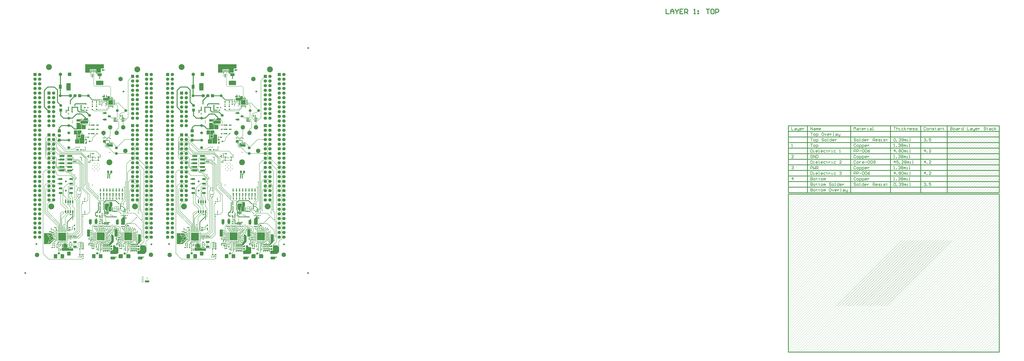
<source format=gtl>
G04*
G04 #@! TF.GenerationSoftware,Altium Limited,Altium Designer,20.1.11 (218)*
G04*
G04 Layer_Physical_Order=1*
G04 Layer_Color=255*
%FSLAX24Y24*%
%MOIN*%
G70*
G04*
G04 #@! TF.SameCoordinates,2582DA11-84A4-45EB-A450-3A0221363A72*
G04*
G04*
G04 #@! TF.FilePolarity,Positive*
G04*
G01*
G75*
%ADD10C,0.0394*%
%ADD11C,0.0150*%
%ADD12C,0.0010*%
%ADD13C,0.0200*%
%ADD14C,0.0100*%
%ADD15R,0.0040X0.1329*%
%ADD16R,0.0060X0.1329*%
%ADD17R,0.0100X0.1329*%
%ADD18R,0.0049X0.0935*%
%ADD19R,0.0935X0.0049*%
%ADD20R,0.0935X0.0443*%
%ADD21C,0.0080*%
G04:AMPARAMS|DCode=22|XSize=43.3mil|YSize=47.2mil|CornerRadius=4.3mil|HoleSize=0mil|Usage=FLASHONLY|Rotation=320.000|XOffset=0mil|YOffset=0mil|HoleType=Round|Shape=RoundedRectangle|*
%AMROUNDEDRECTD22*
21,1,0.0433,0.0386,0,0,320.0*
21,1,0.0346,0.0472,0,0,320.0*
1,1,0.0087,0.0009,-0.0259*
1,1,0.0087,-0.0257,-0.0036*
1,1,0.0087,-0.0009,0.0259*
1,1,0.0087,0.0257,0.0036*
%
%ADD22ROUNDEDRECTD22*%
G04:AMPARAMS|DCode=23|XSize=20mil|YSize=20mil|CornerRadius=6mil|HoleSize=0mil|Usage=FLASHONLY|Rotation=180.000|XOffset=0mil|YOffset=0mil|HoleType=Round|Shape=RoundedRectangle|*
%AMROUNDEDRECTD23*
21,1,0.0200,0.0080,0,0,180.0*
21,1,0.0080,0.0200,0,0,180.0*
1,1,0.0120,-0.0040,0.0040*
1,1,0.0120,0.0040,0.0040*
1,1,0.0120,0.0040,-0.0040*
1,1,0.0120,-0.0040,-0.0040*
%
%ADD23ROUNDEDRECTD23*%
G04:AMPARAMS|DCode=24|XSize=7.9mil|YSize=22.2mil|CornerRadius=1.2mil|HoleSize=0mil|Usage=FLASHONLY|Rotation=90.000|XOffset=0mil|YOffset=0mil|HoleType=Round|Shape=RoundedRectangle|*
%AMROUNDEDRECTD24*
21,1,0.0079,0.0199,0,0,90.0*
21,1,0.0055,0.0222,0,0,90.0*
1,1,0.0024,0.0099,0.0028*
1,1,0.0024,0.0099,-0.0028*
1,1,0.0024,-0.0099,-0.0028*
1,1,0.0024,-0.0099,0.0028*
%
%ADD24ROUNDEDRECTD24*%
G04:AMPARAMS|DCode=25|XSize=15.7mil|YSize=22.2mil|CornerRadius=1.3mil|HoleSize=0mil|Usage=FLASHONLY|Rotation=90.000|XOffset=0mil|YOffset=0mil|HoleType=Round|Shape=RoundedRectangle|*
%AMROUNDEDRECTD25*
21,1,0.0157,0.0197,0,0,90.0*
21,1,0.0132,0.0222,0,0,90.0*
1,1,0.0025,0.0099,0.0066*
1,1,0.0025,0.0099,-0.0066*
1,1,0.0025,-0.0099,-0.0066*
1,1,0.0025,-0.0099,0.0066*
%
%ADD25ROUNDEDRECTD25*%
G04:AMPARAMS|DCode=26|XSize=20mil|YSize=20mil|CornerRadius=6mil|HoleSize=0mil|Usage=FLASHONLY|Rotation=90.000|XOffset=0mil|YOffset=0mil|HoleType=Round|Shape=RoundedRectangle|*
%AMROUNDEDRECTD26*
21,1,0.0200,0.0080,0,0,90.0*
21,1,0.0080,0.0200,0,0,90.0*
1,1,0.0120,0.0040,0.0040*
1,1,0.0120,0.0040,-0.0040*
1,1,0.0120,-0.0040,-0.0040*
1,1,0.0120,-0.0040,0.0040*
%
%ADD26ROUNDEDRECTD26*%
G04:AMPARAMS|DCode=27|XSize=7.9mil|YSize=22.2mil|CornerRadius=1.2mil|HoleSize=0mil|Usage=FLASHONLY|Rotation=0.000|XOffset=0mil|YOffset=0mil|HoleType=Round|Shape=RoundedRectangle|*
%AMROUNDEDRECTD27*
21,1,0.0079,0.0199,0,0,0.0*
21,1,0.0055,0.0222,0,0,0.0*
1,1,0.0024,0.0028,-0.0099*
1,1,0.0024,-0.0028,-0.0099*
1,1,0.0024,-0.0028,0.0099*
1,1,0.0024,0.0028,0.0099*
%
%ADD27ROUNDEDRECTD27*%
G04:AMPARAMS|DCode=28|XSize=15.7mil|YSize=22.2mil|CornerRadius=1.3mil|HoleSize=0mil|Usage=FLASHONLY|Rotation=0.000|XOffset=0mil|YOffset=0mil|HoleType=Round|Shape=RoundedRectangle|*
%AMROUNDEDRECTD28*
21,1,0.0157,0.0197,0,0,0.0*
21,1,0.0132,0.0222,0,0,0.0*
1,1,0.0025,0.0066,-0.0099*
1,1,0.0025,-0.0066,-0.0099*
1,1,0.0025,-0.0066,0.0099*
1,1,0.0025,0.0066,0.0099*
%
%ADD28ROUNDEDRECTD28*%
G04:AMPARAMS|DCode=29|XSize=15.7mil|YSize=53.1mil|CornerRadius=3.9mil|HoleSize=0mil|Usage=FLASHONLY|Rotation=180.000|XOffset=0mil|YOffset=0mil|HoleType=Round|Shape=RoundedRectangle|*
%AMROUNDEDRECTD29*
21,1,0.0157,0.0453,0,0,180.0*
21,1,0.0079,0.0531,0,0,180.0*
1,1,0.0079,-0.0039,0.0226*
1,1,0.0079,0.0039,0.0226*
1,1,0.0079,0.0039,-0.0226*
1,1,0.0079,-0.0039,-0.0226*
%
%ADD29ROUNDEDRECTD29*%
%ADD30R,0.0591X0.0610*%
%ADD31R,0.1693X0.1693*%
G04:AMPARAMS|DCode=32|XSize=7.9mil|YSize=33.5mil|CornerRadius=0.8mil|HoleSize=0mil|Usage=FLASHONLY|Rotation=180.000|XOffset=0mil|YOffset=0mil|HoleType=Round|Shape=RoundedRectangle|*
%AMROUNDEDRECTD32*
21,1,0.0079,0.0319,0,0,180.0*
21,1,0.0063,0.0335,0,0,180.0*
1,1,0.0016,-0.0032,0.0159*
1,1,0.0016,0.0032,0.0159*
1,1,0.0016,0.0032,-0.0159*
1,1,0.0016,-0.0032,-0.0159*
%
%ADD32ROUNDEDRECTD32*%
G04:AMPARAMS|DCode=33|XSize=7.9mil|YSize=33.5mil|CornerRadius=0.8mil|HoleSize=0mil|Usage=FLASHONLY|Rotation=90.000|XOffset=0mil|YOffset=0mil|HoleType=Round|Shape=RoundedRectangle|*
%AMROUNDEDRECTD33*
21,1,0.0079,0.0319,0,0,90.0*
21,1,0.0063,0.0335,0,0,90.0*
1,1,0.0016,0.0159,0.0032*
1,1,0.0016,0.0159,-0.0032*
1,1,0.0016,-0.0159,-0.0032*
1,1,0.0016,-0.0159,0.0032*
%
%ADD33ROUNDEDRECTD33*%
G04:AMPARAMS|DCode=34|XSize=55mil|YSize=43mil|CornerRadius=8mil|HoleSize=0mil|Usage=FLASHONLY|Rotation=180.000|XOffset=0mil|YOffset=0mil|HoleType=Round|Shape=RoundedRectangle|*
%AMROUNDEDRECTD34*
21,1,0.0550,0.0271,0,0,180.0*
21,1,0.0391,0.0430,0,0,180.0*
1,1,0.0159,-0.0195,0.0135*
1,1,0.0159,0.0195,0.0135*
1,1,0.0159,0.0195,-0.0135*
1,1,0.0159,-0.0195,-0.0135*
%
%ADD34ROUNDEDRECTD34*%
%ADD35R,0.0138X0.0148*%
%ADD36R,0.0128X0.0157*%
%ADD37R,0.0157X0.0827*%
%ADD38R,0.0410X0.0870*%
%ADD39R,0.0390X0.0410*%
G04:AMPARAMS|DCode=40|XSize=39.4mil|YSize=108.3mil|CornerRadius=3.9mil|HoleSize=0mil|Usage=FLASHONLY|Rotation=270.000|XOffset=0mil|YOffset=0mil|HoleType=Round|Shape=RoundedRectangle|*
%AMROUNDEDRECTD40*
21,1,0.0394,0.1004,0,0,270.0*
21,1,0.0315,0.1083,0,0,270.0*
1,1,0.0079,-0.0502,-0.0157*
1,1,0.0079,-0.0502,0.0157*
1,1,0.0079,0.0502,0.0157*
1,1,0.0079,0.0502,-0.0157*
%
%ADD40ROUNDEDRECTD40*%
G04:AMPARAMS|DCode=41|XSize=37.4mil|YSize=8.7mil|CornerRadius=0.9mil|HoleSize=0mil|Usage=FLASHONLY|Rotation=0.000|XOffset=0mil|YOffset=0mil|HoleType=Round|Shape=RoundedRectangle|*
%AMROUNDEDRECTD41*
21,1,0.0374,0.0069,0,0,0.0*
21,1,0.0357,0.0087,0,0,0.0*
1,1,0.0017,0.0178,-0.0035*
1,1,0.0017,-0.0178,-0.0035*
1,1,0.0017,-0.0178,0.0035*
1,1,0.0017,0.0178,0.0035*
%
%ADD41ROUNDEDRECTD41*%
G04:AMPARAMS|DCode=42|XSize=37.4mil|YSize=8.7mil|CornerRadius=0.9mil|HoleSize=0mil|Usage=FLASHONLY|Rotation=90.000|XOffset=0mil|YOffset=0mil|HoleType=Round|Shape=RoundedRectangle|*
%AMROUNDEDRECTD42*
21,1,0.0374,0.0069,0,0,90.0*
21,1,0.0357,0.0087,0,0,90.0*
1,1,0.0017,0.0035,0.0178*
1,1,0.0017,0.0035,-0.0178*
1,1,0.0017,-0.0035,-0.0178*
1,1,0.0017,-0.0035,0.0178*
%
%ADD42ROUNDEDRECTD42*%
%ADD43R,0.1654X0.1654*%
%ADD44R,0.0079X0.0157*%
G04:AMPARAMS|DCode=45|XSize=55mil|YSize=43mil|CornerRadius=8mil|HoleSize=0mil|Usage=FLASHONLY|Rotation=270.000|XOffset=0mil|YOffset=0mil|HoleType=Round|Shape=RoundedRectangle|*
%AMROUNDEDRECTD45*
21,1,0.0550,0.0271,0,0,270.0*
21,1,0.0391,0.0430,0,0,270.0*
1,1,0.0159,-0.0135,-0.0195*
1,1,0.0159,-0.0135,0.0195*
1,1,0.0159,0.0135,0.0195*
1,1,0.0159,0.0135,-0.0195*
%
%ADD45ROUNDEDRECTD45*%
G04:AMPARAMS|DCode=46|XSize=40.2mil|YSize=70.1mil|CornerRadius=4mil|HoleSize=0mil|Usage=FLASHONLY|Rotation=270.000|XOffset=0mil|YOffset=0mil|HoleType=Round|Shape=RoundedRectangle|*
%AMROUNDEDRECTD46*
21,1,0.0402,0.0620,0,0,270.0*
21,1,0.0321,0.0701,0,0,270.0*
1,1,0.0080,-0.0310,-0.0161*
1,1,0.0080,-0.0310,0.0161*
1,1,0.0080,0.0310,0.0161*
1,1,0.0080,0.0310,-0.0161*
%
%ADD46ROUNDEDRECTD46*%
G04:AMPARAMS|DCode=47|XSize=23.6mil|YSize=25.6mil|CornerRadius=2.4mil|HoleSize=0mil|Usage=FLASHONLY|Rotation=270.000|XOffset=0mil|YOffset=0mil|HoleType=Round|Shape=RoundedRectangle|*
%AMROUNDEDRECTD47*
21,1,0.0236,0.0209,0,0,270.0*
21,1,0.0189,0.0256,0,0,270.0*
1,1,0.0047,-0.0104,-0.0094*
1,1,0.0047,-0.0104,0.0094*
1,1,0.0047,0.0104,0.0094*
1,1,0.0047,0.0104,-0.0094*
%
%ADD47ROUNDEDRECTD47*%
G04:AMPARAMS|DCode=48|XSize=27.6mil|YSize=13.8mil|CornerRadius=1.4mil|HoleSize=0mil|Usage=FLASHONLY|Rotation=90.000|XOffset=0mil|YOffset=0mil|HoleType=Round|Shape=RoundedRectangle|*
%AMROUNDEDRECTD48*
21,1,0.0276,0.0110,0,0,90.0*
21,1,0.0248,0.0138,0,0,90.0*
1,1,0.0028,0.0055,0.0124*
1,1,0.0028,0.0055,-0.0124*
1,1,0.0028,-0.0055,-0.0124*
1,1,0.0028,-0.0055,0.0124*
%
%ADD48ROUNDEDRECTD48*%
%ADD49R,0.0315X0.0315*%
G04:AMPARAMS|DCode=50|XSize=24.8mil|YSize=33.5mil|CornerRadius=1.2mil|HoleSize=0mil|Usage=FLASHONLY|Rotation=270.000|XOffset=0mil|YOffset=0mil|HoleType=Round|Shape=RoundedRectangle|*
%AMROUNDEDRECTD50*
21,1,0.0248,0.0310,0,0,270.0*
21,1,0.0223,0.0335,0,0,270.0*
1,1,0.0025,-0.0155,-0.0112*
1,1,0.0025,-0.0155,0.0112*
1,1,0.0025,0.0155,0.0112*
1,1,0.0025,0.0155,-0.0112*
%
%ADD50ROUNDEDRECTD50*%
G04:AMPARAMS|DCode=51|XSize=17.7mil|YSize=59.1mil|CornerRadius=1.8mil|HoleSize=0mil|Usage=FLASHONLY|Rotation=180.000|XOffset=0mil|YOffset=0mil|HoleType=Round|Shape=RoundedRectangle|*
%AMROUNDEDRECTD51*
21,1,0.0177,0.0555,0,0,180.0*
21,1,0.0142,0.0591,0,0,180.0*
1,1,0.0035,-0.0071,0.0278*
1,1,0.0035,0.0071,0.0278*
1,1,0.0035,0.0071,-0.0278*
1,1,0.0035,-0.0071,-0.0278*
%
%ADD51ROUNDEDRECTD51*%
%ADD52R,0.1004X0.1004*%
%ADD53R,0.0118X0.0276*%
%ADD54R,0.0276X0.0118*%
G04:AMPARAMS|DCode=55|XSize=20mil|YSize=20mil|CornerRadius=6mil|HoleSize=0mil|Usage=FLASHONLY|Rotation=140.000|XOffset=0mil|YOffset=0mil|HoleType=Round|Shape=RoundedRectangle|*
%AMROUNDEDRECTD55*
21,1,0.0200,0.0080,0,0,140.0*
21,1,0.0080,0.0200,0,0,140.0*
1,1,0.0120,-0.0005,0.0056*
1,1,0.0120,0.0056,0.0005*
1,1,0.0120,0.0005,-0.0056*
1,1,0.0120,-0.0056,-0.0005*
%
%ADD55ROUNDEDRECTD55*%
G04:AMPARAMS|DCode=56|XSize=35mil|YSize=34mil|CornerRadius=6mil|HoleSize=0mil|Usage=FLASHONLY|Rotation=180.000|XOffset=0mil|YOffset=0mil|HoleType=Round|Shape=RoundedRectangle|*
%AMROUNDEDRECTD56*
21,1,0.0350,0.0221,0,0,180.0*
21,1,0.0231,0.0340,0,0,180.0*
1,1,0.0119,-0.0116,0.0111*
1,1,0.0119,0.0116,0.0111*
1,1,0.0119,0.0116,-0.0111*
1,1,0.0119,-0.0116,-0.0111*
%
%ADD56ROUNDEDRECTD56*%
G04:AMPARAMS|DCode=57|XSize=98.4mil|YSize=59.1mil|CornerRadius=11.8mil|HoleSize=0mil|Usage=FLASHONLY|Rotation=180.000|XOffset=0mil|YOffset=0mil|HoleType=Round|Shape=RoundedRectangle|*
%AMROUNDEDRECTD57*
21,1,0.0984,0.0354,0,0,180.0*
21,1,0.0748,0.0591,0,0,180.0*
1,1,0.0236,-0.0374,0.0177*
1,1,0.0236,0.0374,0.0177*
1,1,0.0236,0.0374,-0.0177*
1,1,0.0236,-0.0374,-0.0177*
%
%ADD57ROUNDEDRECTD57*%
G04:AMPARAMS|DCode=58|XSize=23.6mil|YSize=57.1mil|CornerRadius=3.5mil|HoleSize=0mil|Usage=FLASHONLY|Rotation=0.000|XOffset=0mil|YOffset=0mil|HoleType=Round|Shape=RoundedRectangle|*
%AMROUNDEDRECTD58*
21,1,0.0236,0.0500,0,0,0.0*
21,1,0.0165,0.0571,0,0,0.0*
1,1,0.0071,0.0083,-0.0250*
1,1,0.0071,-0.0083,-0.0250*
1,1,0.0071,-0.0083,0.0250*
1,1,0.0071,0.0083,0.0250*
%
%ADD58ROUNDEDRECTD58*%
%ADD59R,0.0226X0.0138*%
%ADD60R,0.0138X0.0226*%
%ADD61R,0.0315X0.0315*%
G04:AMPARAMS|DCode=62|XSize=70.9mil|YSize=39.4mil|CornerRadius=3.9mil|HoleSize=0mil|Usage=FLASHONLY|Rotation=0.000|XOffset=0mil|YOffset=0mil|HoleType=Round|Shape=RoundedRectangle|*
%AMROUNDEDRECTD62*
21,1,0.0709,0.0315,0,0,0.0*
21,1,0.0630,0.0394,0,0,0.0*
1,1,0.0079,0.0315,-0.0157*
1,1,0.0079,-0.0315,-0.0157*
1,1,0.0079,-0.0315,0.0157*
1,1,0.0079,0.0315,0.0157*
%
%ADD62ROUNDEDRECTD62*%
G04:AMPARAMS|DCode=63|XSize=27.6mil|YSize=13.8mil|CornerRadius=1.4mil|HoleSize=0mil|Usage=FLASHONLY|Rotation=0.000|XOffset=0mil|YOffset=0mil|HoleType=Round|Shape=RoundedRectangle|*
%AMROUNDEDRECTD63*
21,1,0.0276,0.0110,0,0,0.0*
21,1,0.0248,0.0138,0,0,0.0*
1,1,0.0028,0.0124,-0.0055*
1,1,0.0028,-0.0124,-0.0055*
1,1,0.0028,-0.0124,0.0055*
1,1,0.0028,0.0124,0.0055*
%
%ADD63ROUNDEDRECTD63*%
G04:AMPARAMS|DCode=64|XSize=23.6mil|YSize=25.6mil|CornerRadius=2.4mil|HoleSize=0mil|Usage=FLASHONLY|Rotation=0.000|XOffset=0mil|YOffset=0mil|HoleType=Round|Shape=RoundedRectangle|*
%AMROUNDEDRECTD64*
21,1,0.0236,0.0209,0,0,0.0*
21,1,0.0189,0.0256,0,0,0.0*
1,1,0.0047,0.0094,-0.0104*
1,1,0.0047,-0.0094,-0.0104*
1,1,0.0047,-0.0094,0.0104*
1,1,0.0047,0.0094,0.0104*
%
%ADD64ROUNDEDRECTD64*%
G04:AMPARAMS|DCode=65|XSize=11.8mil|YSize=31.5mil|CornerRadius=1.2mil|HoleSize=0mil|Usage=FLASHONLY|Rotation=180.000|XOffset=0mil|YOffset=0mil|HoleType=Round|Shape=RoundedRectangle|*
%AMROUNDEDRECTD65*
21,1,0.0118,0.0291,0,0,180.0*
21,1,0.0094,0.0315,0,0,180.0*
1,1,0.0024,-0.0047,0.0146*
1,1,0.0024,0.0047,0.0146*
1,1,0.0024,0.0047,-0.0146*
1,1,0.0024,-0.0047,-0.0146*
%
%ADD65ROUNDEDRECTD65*%
G04:AMPARAMS|DCode=66|XSize=98.4mil|YSize=59.1mil|CornerRadius=11.8mil|HoleSize=0mil|Usage=FLASHONLY|Rotation=90.000|XOffset=0mil|YOffset=0mil|HoleType=Round|Shape=RoundedRectangle|*
%AMROUNDEDRECTD66*
21,1,0.0984,0.0354,0,0,90.0*
21,1,0.0748,0.0591,0,0,90.0*
1,1,0.0236,0.0177,0.0374*
1,1,0.0236,0.0177,-0.0374*
1,1,0.0236,-0.0177,-0.0374*
1,1,0.0236,-0.0177,0.0374*
%
%ADD66ROUNDEDRECTD66*%
G04:AMPARAMS|DCode=67|XSize=15.7mil|YSize=35.4mil|CornerRadius=0.8mil|HoleSize=0mil|Usage=FLASHONLY|Rotation=0.000|XOffset=0mil|YOffset=0mil|HoleType=Round|Shape=RoundedRectangle|*
%AMROUNDEDRECTD67*
21,1,0.0157,0.0339,0,0,0.0*
21,1,0.0142,0.0354,0,0,0.0*
1,1,0.0016,0.0071,-0.0169*
1,1,0.0016,-0.0071,-0.0169*
1,1,0.0016,-0.0071,0.0169*
1,1,0.0016,0.0071,0.0169*
%
%ADD67ROUNDEDRECTD67*%
G04:AMPARAMS|DCode=68|XSize=31.5mil|YSize=11.8mil|CornerRadius=1.2mil|HoleSize=0mil|Usage=FLASHONLY|Rotation=180.000|XOffset=0mil|YOffset=0mil|HoleType=Round|Shape=RoundedRectangle|*
%AMROUNDEDRECTD68*
21,1,0.0315,0.0094,0,0,180.0*
21,1,0.0291,0.0118,0,0,180.0*
1,1,0.0024,-0.0146,0.0047*
1,1,0.0024,0.0146,0.0047*
1,1,0.0024,0.0146,-0.0047*
1,1,0.0024,-0.0146,-0.0047*
%
%ADD68ROUNDEDRECTD68*%
%ADD69R,0.0236X0.0276*%
%ADD70R,0.0354X0.0315*%
%ADD71R,0.0858X0.0598*%
G04:AMPARAMS|DCode=72|XSize=11.8mil|YSize=57.1mil|CornerRadius=1.8mil|HoleSize=0mil|Usage=FLASHONLY|Rotation=90.000|XOffset=0mil|YOffset=0mil|HoleType=Round|Shape=RoundedRectangle|*
%AMROUNDEDRECTD72*
21,1,0.0118,0.0535,0,0,90.0*
21,1,0.0083,0.0571,0,0,90.0*
1,1,0.0035,0.0268,0.0041*
1,1,0.0035,0.0268,-0.0041*
1,1,0.0035,-0.0268,-0.0041*
1,1,0.0035,-0.0268,0.0041*
%
%ADD72ROUNDEDRECTD72*%
G04:AMPARAMS|DCode=73|XSize=35mil|YSize=34mil|CornerRadius=6mil|HoleSize=0mil|Usage=FLASHONLY|Rotation=270.000|XOffset=0mil|YOffset=0mil|HoleType=Round|Shape=RoundedRectangle|*
%AMROUNDEDRECTD73*
21,1,0.0350,0.0221,0,0,270.0*
21,1,0.0231,0.0340,0,0,270.0*
1,1,0.0119,-0.0111,-0.0116*
1,1,0.0119,-0.0111,0.0116*
1,1,0.0119,0.0111,0.0116*
1,1,0.0119,0.0111,-0.0116*
%
%ADD73ROUNDEDRECTD73*%
G04:AMPARAMS|DCode=74|XSize=20mil|YSize=20mil|CornerRadius=6mil|HoleSize=0mil|Usage=FLASHONLY|Rotation=50.000|XOffset=0mil|YOffset=0mil|HoleType=Round|Shape=RoundedRectangle|*
%AMROUNDEDRECTD74*
21,1,0.0200,0.0080,0,0,50.0*
21,1,0.0080,0.0200,0,0,50.0*
1,1,0.0120,0.0056,0.0005*
1,1,0.0120,0.0005,-0.0056*
1,1,0.0120,-0.0056,-0.0005*
1,1,0.0120,-0.0005,0.0056*
%
%ADD74ROUNDEDRECTD74*%
%ADD75R,0.0630X0.0394*%
%ADD76R,0.0220X0.0285*%
%ADD77R,0.0285X0.0220*%
%ADD78R,0.0276X0.0236*%
%ADD79R,0.0598X0.0858*%
%ADD80C,0.0197*%
%ADD81C,0.0160*%
%ADD82C,0.0040*%
%ADD83C,0.0157*%
%ADD84C,0.0118*%
%ADD85C,0.0120*%
%ADD86C,0.0138*%
%ADD87R,0.0472X0.0610*%
G04:AMPARAMS|DCode=88|XSize=49.2mil|YSize=37.4mil|CornerRadius=18.7mil|HoleSize=0mil|Usage=FLASHONLY|Rotation=180.000|XOffset=0mil|YOffset=0mil|HoleType=Round|Shape=RoundedRectangle|*
%AMROUNDEDRECTD88*
21,1,0.0492,0.0000,0,0,180.0*
21,1,0.0118,0.0374,0,0,180.0*
1,1,0.0374,-0.0059,0.0000*
1,1,0.0374,0.0059,0.0000*
1,1,0.0374,0.0059,0.0000*
1,1,0.0374,-0.0059,0.0000*
%
%ADD88ROUNDEDRECTD88*%
G04:AMPARAMS|DCode=89|XSize=37.4mil|YSize=61mil|CornerRadius=18.7mil|HoleSize=0mil|Usage=FLASHONLY|Rotation=180.000|XOffset=0mil|YOffset=0mil|HoleType=Round|Shape=RoundedRectangle|*
%AMROUNDEDRECTD89*
21,1,0.0374,0.0236,0,0,180.0*
21,1,0.0000,0.0610,0,0,180.0*
1,1,0.0374,0.0000,0.0118*
1,1,0.0374,0.0000,0.0118*
1,1,0.0374,0.0000,-0.0118*
1,1,0.0374,0.0000,-0.0118*
%
%ADD89ROUNDEDRECTD89*%
%ADD90C,0.0157*%
%ADD91R,0.0600X0.0600*%
%ADD92C,0.0600*%
%ADD93C,0.0709*%
%ADD94R,0.0709X0.0709*%
%ADD95C,0.1260*%
%ADD96C,0.0945*%
%ADD97R,0.0709X0.0709*%
%ADD98C,0.0728*%
%ADD99R,0.0728X0.0728*%
%ADD100C,0.0197*%
%ADD101C,0.0200*%
G36*
X16580Y41340D02*
X15970D01*
Y40465D01*
X15136D01*
X14956Y40645D01*
Y41185D01*
X13575D01*
Y40465D01*
X12584D01*
Y42256D01*
X16580D01*
Y41340D01*
D02*
G37*
G36*
X-11979D02*
X-12589D01*
Y40465D01*
X-13423D01*
X-13603Y40645D01*
Y41185D01*
X-14984D01*
Y40465D01*
X-15975D01*
Y42256D01*
X-11979D01*
Y41340D01*
D02*
G37*
G36*
X16476Y37789D02*
X14916D01*
Y38693D01*
X16476D01*
Y37789D01*
D02*
G37*
G36*
X-12083D02*
X-13643D01*
Y38693D01*
X-12083D01*
Y37789D01*
D02*
G37*
G36*
X9452Y36636D02*
X8548D01*
Y38196D01*
X9452D01*
Y36636D01*
D02*
G37*
G36*
X-19107D02*
X-20011D01*
Y38196D01*
X-19107D01*
Y36636D01*
D02*
G37*
G36*
X18591Y34708D02*
Y34703D01*
X18589Y34691D01*
X18584Y34680D01*
X18578Y34671D01*
X18569Y34663D01*
X18560Y34656D01*
X18549Y34652D01*
X18538Y34649D01*
X18526D01*
X18515Y34652D01*
X18504Y34656D01*
X18494Y34663D01*
X18486Y34671D01*
X18480Y34680D01*
X18475Y34691D01*
X18473Y34703D01*
Y34708D01*
Y34846D01*
X18591D01*
Y34708D01*
D02*
G37*
G36*
X18394D02*
Y34703D01*
X18392Y34691D01*
X18387Y34680D01*
X18381Y34671D01*
X18373Y34663D01*
X18363Y34656D01*
X18352Y34652D01*
X18341Y34649D01*
X18329D01*
X18318Y34652D01*
X18307Y34656D01*
X18297Y34663D01*
X18289Y34671D01*
X18283Y34680D01*
X18278Y34691D01*
X18276Y34703D01*
Y34708D01*
Y34846D01*
X18394D01*
Y34708D01*
D02*
G37*
G36*
X18197D02*
Y34703D01*
X18195Y34691D01*
X18190Y34680D01*
X18184Y34671D01*
X18176Y34663D01*
X18166Y34656D01*
X18155Y34652D01*
X18144Y34649D01*
X18132D01*
X18121Y34652D01*
X18110Y34656D01*
X18101Y34663D01*
X18092Y34671D01*
X18086Y34680D01*
X18081Y34691D01*
X18079Y34703D01*
Y34708D01*
Y34846D01*
X18197D01*
Y34708D01*
D02*
G37*
G36*
X18000D02*
Y34703D01*
X17998Y34691D01*
X17994Y34680D01*
X17987Y34671D01*
X17979Y34663D01*
X17969Y34656D01*
X17959Y34652D01*
X17947Y34649D01*
X17935D01*
X17924Y34652D01*
X17913Y34656D01*
X17904Y34663D01*
X17895Y34671D01*
X17889Y34680D01*
X17885Y34691D01*
X17882Y34703D01*
Y34708D01*
Y34846D01*
X18000D01*
Y34708D01*
D02*
G37*
G36*
X-9968D02*
Y34703D01*
X-9970Y34691D01*
X-9975Y34680D01*
X-9981Y34671D01*
X-9990Y34663D01*
X-9999Y34656D01*
X-10010Y34652D01*
X-10021Y34649D01*
X-10033D01*
X-10044Y34652D01*
X-10055Y34656D01*
X-10065Y34663D01*
X-10073Y34671D01*
X-10080Y34680D01*
X-10084Y34691D01*
X-10086Y34703D01*
Y34708D01*
Y34846D01*
X-9968D01*
Y34708D01*
D02*
G37*
G36*
X-10165D02*
Y34703D01*
X-10167Y34691D01*
X-10172Y34680D01*
X-10178Y34671D01*
X-10186Y34663D01*
X-10196Y34656D01*
X-10207Y34652D01*
X-10218Y34649D01*
X-10230D01*
X-10241Y34652D01*
X-10252Y34656D01*
X-10262Y34663D01*
X-10270Y34671D01*
X-10276Y34680D01*
X-10281Y34691D01*
X-10283Y34703D01*
Y34708D01*
Y34846D01*
X-10165D01*
Y34708D01*
D02*
G37*
G36*
X-10362D02*
Y34703D01*
X-10364Y34691D01*
X-10369Y34680D01*
X-10375Y34671D01*
X-10383Y34663D01*
X-10393Y34656D01*
X-10404Y34652D01*
X-10415Y34649D01*
X-10427D01*
X-10438Y34652D01*
X-10449Y34656D01*
X-10459Y34663D01*
X-10467Y34671D01*
X-10473Y34680D01*
X-10478Y34691D01*
X-10480Y34703D01*
Y34708D01*
Y34846D01*
X-10362D01*
Y34708D01*
D02*
G37*
G36*
X-10559D02*
Y34703D01*
X-10561Y34691D01*
X-10565Y34680D01*
X-10572Y34671D01*
X-10580Y34663D01*
X-10590Y34656D01*
X-10601Y34652D01*
X-10612Y34649D01*
X-10624D01*
X-10635Y34652D01*
X-10646Y34656D01*
X-10655Y34663D01*
X-10664Y34671D01*
X-10670Y34680D01*
X-10675Y34691D01*
X-10677Y34703D01*
Y34708D01*
Y34846D01*
X-10559D01*
Y34708D01*
D02*
G37*
G36*
X18837Y34482D02*
X18693D01*
X18682Y34484D01*
X18671Y34489D01*
X18662Y34495D01*
X18653Y34503D01*
X18647Y34513D01*
X18642Y34524D01*
X18640Y34535D01*
Y34547D01*
X18642Y34558D01*
X18647Y34569D01*
X18653Y34579D01*
X18662Y34587D01*
X18671Y34593D01*
X18682Y34598D01*
X18693Y34600D01*
X18837D01*
Y34482D01*
D02*
G37*
G36*
X-9722D02*
X-9866D01*
X-9877Y34484D01*
X-9888Y34489D01*
X-9898Y34495D01*
X-9906Y34503D01*
X-9912Y34513D01*
X-9917Y34524D01*
X-9919Y34535D01*
Y34547D01*
X-9917Y34558D01*
X-9912Y34569D01*
X-9906Y34579D01*
X-9898Y34587D01*
X-9888Y34593D01*
X-9877Y34598D01*
X-9866Y34600D01*
X-9722D01*
Y34482D01*
D02*
G37*
G36*
X17898Y35034D02*
X17832D01*
Y34856D01*
X17828Y34846D01*
Y34707D01*
X17828Y34703D01*
X17832Y34658D01*
X17828Y34610D01*
X17823Y34604D01*
X17820Y34601D01*
X17488D01*
Y34466D01*
X16414D01*
Y35036D01*
X17348D01*
Y35393D01*
X17898D01*
Y35034D01*
D02*
G37*
G36*
X-10661D02*
X-10727D01*
Y34856D01*
X-10731Y34846D01*
Y34707D01*
X-10731Y34703D01*
X-10727Y34658D01*
X-10731Y34610D01*
X-10736Y34604D01*
X-10739Y34601D01*
X-11071D01*
Y34466D01*
X-12145D01*
Y35036D01*
X-11211D01*
Y35393D01*
X-10661D01*
Y35034D01*
D02*
G37*
G36*
X17398Y34401D02*
X17408Y34397D01*
X17418Y34390D01*
X17426Y34382D01*
X17433Y34372D01*
X17437Y34361D01*
X17439Y34350D01*
Y34338D01*
X17437Y34327D01*
X17433Y34316D01*
X17426Y34307D01*
X17418Y34298D01*
X17408Y34292D01*
X17398Y34287D01*
X17386Y34285D01*
X17242D01*
Y34403D01*
X17386D01*
X17398Y34401D01*
D02*
G37*
G36*
X-11162D02*
X-11151Y34397D01*
X-11141Y34390D01*
X-11133Y34382D01*
X-11126Y34372D01*
X-11122Y34361D01*
X-11120Y34350D01*
Y34338D01*
X-11122Y34327D01*
X-11126Y34316D01*
X-11133Y34307D01*
X-11141Y34298D01*
X-11151Y34292D01*
X-11162Y34287D01*
X-11173Y34285D01*
X-11317D01*
Y34403D01*
X-11173D01*
X-11162Y34401D01*
D02*
G37*
G36*
X18837Y34285D02*
X18693D01*
X18682Y34287D01*
X18671Y34292D01*
X18662Y34298D01*
X18653Y34307D01*
X18647Y34316D01*
X18642Y34327D01*
X18640Y34338D01*
Y34350D01*
X18642Y34361D01*
X18647Y34372D01*
X18653Y34382D01*
X18662Y34390D01*
X18671Y34397D01*
X18682Y34401D01*
X18693Y34403D01*
X18837D01*
Y34285D01*
D02*
G37*
G36*
X-9722D02*
X-9866D01*
X-9877Y34287D01*
X-9888Y34292D01*
X-9898Y34298D01*
X-9906Y34307D01*
X-9912Y34316D01*
X-9917Y34327D01*
X-9919Y34338D01*
Y34350D01*
X-9917Y34361D01*
X-9912Y34372D01*
X-9906Y34382D01*
X-9898Y34390D01*
X-9888Y34397D01*
X-9877Y34401D01*
X-9866Y34403D01*
X-9722D01*
Y34285D01*
D02*
G37*
G36*
X17398Y34204D02*
X17408Y34200D01*
X17418Y34193D01*
X17426Y34185D01*
X17433Y34175D01*
X17437Y34165D01*
X17439Y34153D01*
Y34142D01*
X17437Y34130D01*
X17433Y34119D01*
X17426Y34110D01*
X17418Y34102D01*
X17408Y34095D01*
X17398Y34091D01*
X17386Y34088D01*
X17242D01*
Y34206D01*
X17386D01*
X17398Y34204D01*
D02*
G37*
G36*
X-11162D02*
X-11151Y34200D01*
X-11141Y34193D01*
X-11133Y34185D01*
X-11126Y34175D01*
X-11122Y34165D01*
X-11120Y34153D01*
Y34142D01*
X-11122Y34130D01*
X-11126Y34119D01*
X-11133Y34110D01*
X-11141Y34102D01*
X-11151Y34095D01*
X-11162Y34091D01*
X-11173Y34088D01*
X-11317D01*
Y34206D01*
X-11173D01*
X-11162Y34204D01*
D02*
G37*
G36*
X18837Y34088D02*
X18693D01*
X18682Y34091D01*
X18671Y34095D01*
X18662Y34102D01*
X18653Y34110D01*
X18647Y34119D01*
X18642Y34130D01*
X18640Y34142D01*
Y34153D01*
X18642Y34165D01*
X18647Y34175D01*
X18653Y34185D01*
X18662Y34193D01*
X18671Y34200D01*
X18682Y34204D01*
X18693Y34206D01*
X18837D01*
Y34088D01*
D02*
G37*
G36*
X-9722D02*
X-9866D01*
X-9877Y34091D01*
X-9888Y34095D01*
X-9898Y34102D01*
X-9906Y34110D01*
X-9912Y34119D01*
X-9917Y34130D01*
X-9919Y34142D01*
Y34153D01*
X-9917Y34165D01*
X-9912Y34175D01*
X-9906Y34185D01*
X-9898Y34193D01*
X-9888Y34200D01*
X-9877Y34204D01*
X-9866Y34206D01*
X-9722D01*
Y34088D01*
D02*
G37*
G36*
X17398Y34007D02*
X17408Y34003D01*
X17418Y33996D01*
X17426Y33988D01*
X17433Y33979D01*
X17437Y33968D01*
X17439Y33956D01*
Y33945D01*
X17437Y33933D01*
X17433Y33923D01*
X17426Y33913D01*
X17418Y33905D01*
X17408Y33898D01*
X17398Y33894D01*
X17386Y33891D01*
X17242D01*
Y34010D01*
X17386D01*
X17398Y34007D01*
D02*
G37*
G36*
X-11162D02*
X-11151Y34003D01*
X-11141Y33996D01*
X-11133Y33988D01*
X-11126Y33979D01*
X-11122Y33968D01*
X-11120Y33956D01*
Y33945D01*
X-11122Y33933D01*
X-11126Y33923D01*
X-11133Y33913D01*
X-11141Y33905D01*
X-11151Y33898D01*
X-11162Y33894D01*
X-11173Y33891D01*
X-11317D01*
Y34010D01*
X-11173D01*
X-11162Y34007D01*
D02*
G37*
G36*
X18837Y33891D02*
X18693D01*
X18682Y33894D01*
X18671Y33898D01*
X18662Y33905D01*
X18653Y33913D01*
X18647Y33923D01*
X18642Y33933D01*
X18640Y33945D01*
Y33956D01*
X18642Y33968D01*
X18647Y33979D01*
X18653Y33988D01*
X18662Y33996D01*
X18671Y34003D01*
X18682Y34007D01*
X18693Y34010D01*
X18837D01*
Y33891D01*
D02*
G37*
G36*
X-9722D02*
X-9866D01*
X-9877Y33894D01*
X-9888Y33898D01*
X-9898Y33905D01*
X-9906Y33913D01*
X-9912Y33923D01*
X-9917Y33933D01*
X-9919Y33945D01*
Y33956D01*
X-9917Y33968D01*
X-9912Y33979D01*
X-9906Y33988D01*
X-9898Y33996D01*
X-9888Y34003D01*
X-9877Y34007D01*
X-9866Y34010D01*
X-9722D01*
Y33891D01*
D02*
G37*
G36*
X17398Y33810D02*
X17408Y33806D01*
X17418Y33800D01*
X17426Y33791D01*
X17433Y33782D01*
X17437Y33771D01*
X17439Y33760D01*
Y33748D01*
X17437Y33736D01*
X17433Y33726D01*
X17426Y33716D01*
X17418Y33708D01*
X17408Y33701D01*
X17398Y33697D01*
X17386Y33695D01*
X17242D01*
Y33813D01*
X17386D01*
X17398Y33810D01*
D02*
G37*
G36*
X-11162D02*
X-11151Y33806D01*
X-11141Y33800D01*
X-11133Y33791D01*
X-11126Y33782D01*
X-11122Y33771D01*
X-11120Y33760D01*
Y33748D01*
X-11122Y33736D01*
X-11126Y33726D01*
X-11133Y33716D01*
X-11141Y33708D01*
X-11151Y33701D01*
X-11162Y33697D01*
X-11173Y33695D01*
X-11317D01*
Y33813D01*
X-11173D01*
X-11162Y33810D01*
D02*
G37*
G36*
X18837Y33695D02*
X18693D01*
X18682Y33697D01*
X18671Y33701D01*
X18662Y33708D01*
X18653Y33716D01*
X18647Y33726D01*
X18642Y33736D01*
X18640Y33748D01*
Y33760D01*
X18642Y33771D01*
X18647Y33782D01*
X18653Y33791D01*
X18662Y33800D01*
X18671Y33806D01*
X18682Y33810D01*
X18693Y33813D01*
X18837D01*
Y33695D01*
D02*
G37*
G36*
X-9722D02*
X-9866D01*
X-9877Y33697D01*
X-9888Y33701D01*
X-9898Y33708D01*
X-9906Y33716D01*
X-9912Y33726D01*
X-9917Y33736D01*
X-9919Y33748D01*
Y33760D01*
X-9917Y33771D01*
X-9912Y33782D01*
X-9906Y33791D01*
X-9898Y33800D01*
X-9888Y33806D01*
X-9877Y33810D01*
X-9866Y33813D01*
X-9722D01*
Y33695D01*
D02*
G37*
G36*
X18837Y33498D02*
X18693D01*
X18682Y33500D01*
X18671Y33505D01*
X18662Y33511D01*
X18653Y33519D01*
X18647Y33529D01*
X18642Y33540D01*
X18640Y33551D01*
Y33563D01*
X18642Y33574D01*
X18647Y33585D01*
X18653Y33595D01*
X18662Y33603D01*
X18671Y33609D01*
X18682Y33614D01*
X18693Y33616D01*
X18837D01*
Y33498D01*
D02*
G37*
G36*
X17398Y33614D02*
X17408Y33609D01*
X17418Y33603D01*
X17426Y33595D01*
X17433Y33585D01*
X17437Y33574D01*
X17439Y33563D01*
Y33551D01*
X17437Y33540D01*
X17433Y33529D01*
X17426Y33519D01*
X17418Y33511D01*
X17408Y33505D01*
X17398Y33500D01*
X17386Y33498D01*
X17242D01*
Y33616D01*
X17386D01*
X17398Y33614D01*
D02*
G37*
G36*
X-9722Y33498D02*
X-9866D01*
X-9877Y33500D01*
X-9888Y33505D01*
X-9898Y33511D01*
X-9906Y33519D01*
X-9912Y33529D01*
X-9917Y33540D01*
X-9919Y33551D01*
Y33563D01*
X-9917Y33574D01*
X-9912Y33585D01*
X-9906Y33595D01*
X-9898Y33603D01*
X-9888Y33609D01*
X-9877Y33614D01*
X-9866Y33616D01*
X-9722D01*
Y33498D01*
D02*
G37*
G36*
X-11162Y33614D02*
X-11151Y33609D01*
X-11141Y33603D01*
X-11133Y33595D01*
X-11126Y33585D01*
X-11122Y33574D01*
X-11120Y33563D01*
Y33551D01*
X-11122Y33540D01*
X-11126Y33529D01*
X-11133Y33519D01*
X-11141Y33511D01*
X-11151Y33505D01*
X-11162Y33500D01*
X-11173Y33498D01*
X-11317D01*
Y33616D01*
X-11173D01*
X-11162Y33614D01*
D02*
G37*
G36*
X18549Y33446D02*
X18560Y33442D01*
X18569Y33435D01*
X18578Y33427D01*
X18584Y33417D01*
X18589Y33407D01*
X18591Y33395D01*
Y33390D01*
Y33252D01*
X18473D01*
Y33390D01*
Y33395D01*
X18475Y33407D01*
X18480Y33417D01*
X18486Y33427D01*
X18494Y33435D01*
X18504Y33442D01*
X18515Y33446D01*
X18526Y33449D01*
X18538D01*
X18549Y33446D01*
D02*
G37*
G36*
X18352D02*
X18363Y33442D01*
X18373Y33435D01*
X18381Y33427D01*
X18387Y33417D01*
X18392Y33407D01*
X18394Y33395D01*
Y33390D01*
Y33252D01*
X18276D01*
Y33390D01*
Y33395D01*
X18278Y33407D01*
X18283Y33417D01*
X18289Y33427D01*
X18297Y33435D01*
X18307Y33442D01*
X18318Y33446D01*
X18329Y33449D01*
X18341D01*
X18352Y33446D01*
D02*
G37*
G36*
X18155D02*
X18166Y33442D01*
X18176Y33435D01*
X18184Y33427D01*
X18190Y33417D01*
X18195Y33407D01*
X18197Y33395D01*
Y33390D01*
Y33252D01*
X18079D01*
Y33390D01*
Y33395D01*
X18081Y33407D01*
X18086Y33417D01*
X18092Y33427D01*
X18101Y33435D01*
X18110Y33442D01*
X18121Y33446D01*
X18132Y33449D01*
X18144D01*
X18155Y33446D01*
D02*
G37*
G36*
X17959D02*
X17969Y33442D01*
X17979Y33435D01*
X17987Y33427D01*
X17994Y33417D01*
X17998Y33407D01*
X18000Y33395D01*
Y33390D01*
Y33252D01*
X17882D01*
Y33390D01*
Y33395D01*
X17885Y33407D01*
X17889Y33417D01*
X17895Y33427D01*
X17904Y33435D01*
X17913Y33442D01*
X17924Y33446D01*
X17935Y33449D01*
X17947D01*
X17959Y33446D01*
D02*
G37*
G36*
X17762D02*
X17772Y33442D01*
X17782Y33435D01*
X17790Y33427D01*
X17797Y33417D01*
X17801Y33407D01*
X17803Y33395D01*
Y33390D01*
Y33252D01*
X17685D01*
Y33390D01*
Y33395D01*
X17688Y33407D01*
X17692Y33417D01*
X17699Y33427D01*
X17707Y33435D01*
X17716Y33442D01*
X17727Y33446D01*
X17739Y33449D01*
X17750D01*
X17762Y33446D01*
D02*
G37*
G36*
X17565D02*
X17576Y33442D01*
X17585Y33435D01*
X17593Y33427D01*
X17600Y33417D01*
X17604Y33407D01*
X17607Y33395D01*
Y33390D01*
Y33252D01*
X17489D01*
Y33390D01*
Y33395D01*
X17491Y33407D01*
X17495Y33417D01*
X17502Y33427D01*
X17510Y33435D01*
X17520Y33442D01*
X17530Y33446D01*
X17542Y33449D01*
X17553D01*
X17565Y33446D01*
D02*
G37*
G36*
X-10010D02*
X-9999Y33442D01*
X-9990Y33435D01*
X-9981Y33427D01*
X-9975Y33417D01*
X-9970Y33407D01*
X-9968Y33395D01*
Y33390D01*
Y33252D01*
X-10086D01*
Y33390D01*
Y33395D01*
X-10084Y33407D01*
X-10080Y33417D01*
X-10073Y33427D01*
X-10065Y33435D01*
X-10055Y33442D01*
X-10044Y33446D01*
X-10033Y33449D01*
X-10021D01*
X-10010Y33446D01*
D02*
G37*
G36*
X-10207D02*
X-10196Y33442D01*
X-10186Y33435D01*
X-10178Y33427D01*
X-10172Y33417D01*
X-10167Y33407D01*
X-10165Y33395D01*
Y33390D01*
Y33252D01*
X-10283D01*
Y33390D01*
Y33395D01*
X-10281Y33407D01*
X-10276Y33417D01*
X-10270Y33427D01*
X-10262Y33435D01*
X-10252Y33442D01*
X-10241Y33446D01*
X-10230Y33449D01*
X-10218D01*
X-10207Y33446D01*
D02*
G37*
G36*
X-10404D02*
X-10393Y33442D01*
X-10383Y33435D01*
X-10375Y33427D01*
X-10369Y33417D01*
X-10364Y33407D01*
X-10362Y33395D01*
Y33390D01*
Y33252D01*
X-10480D01*
Y33390D01*
Y33395D01*
X-10478Y33407D01*
X-10473Y33417D01*
X-10467Y33427D01*
X-10459Y33435D01*
X-10449Y33442D01*
X-10438Y33446D01*
X-10427Y33449D01*
X-10415D01*
X-10404Y33446D01*
D02*
G37*
G36*
X-10601D02*
X-10590Y33442D01*
X-10580Y33435D01*
X-10572Y33427D01*
X-10565Y33417D01*
X-10561Y33407D01*
X-10559Y33395D01*
Y33390D01*
Y33252D01*
X-10677D01*
Y33390D01*
Y33395D01*
X-10675Y33407D01*
X-10670Y33417D01*
X-10664Y33427D01*
X-10655Y33435D01*
X-10646Y33442D01*
X-10635Y33446D01*
X-10624Y33449D01*
X-10612D01*
X-10601Y33446D01*
D02*
G37*
G36*
X-10797D02*
X-10787Y33442D01*
X-10777Y33435D01*
X-10769Y33427D01*
X-10762Y33417D01*
X-10758Y33407D01*
X-10756Y33395D01*
Y33390D01*
Y33252D01*
X-10874D01*
Y33390D01*
Y33395D01*
X-10871Y33407D01*
X-10867Y33417D01*
X-10861Y33427D01*
X-10852Y33435D01*
X-10843Y33442D01*
X-10832Y33446D01*
X-10820Y33449D01*
X-10809D01*
X-10797Y33446D01*
D02*
G37*
G36*
X-10994D02*
X-10984Y33442D01*
X-10974Y33435D01*
X-10966Y33427D01*
X-10959Y33417D01*
X-10955Y33407D01*
X-10952Y33395D01*
Y33390D01*
Y33252D01*
X-11071D01*
Y33390D01*
Y33395D01*
X-11068Y33407D01*
X-11064Y33417D01*
X-11057Y33427D01*
X-11049Y33435D01*
X-11039Y33442D01*
X-11029Y33446D01*
X-11017Y33449D01*
X-11006D01*
X-10994Y33446D01*
D02*
G37*
G36*
X13182Y30232D02*
X13147Y30197D01*
X12273Y30197D01*
X11976Y30197D01*
X11975Y30318D01*
X12010Y30354D01*
X12230Y30354D01*
X12314Y30438D01*
X12314Y30669D01*
X13182Y30669D01*
X13182Y30232D01*
D02*
G37*
G36*
X-15377D02*
X-15412Y30197D01*
X-16286Y30197D01*
X-16583Y30197D01*
X-16584Y30318D01*
X-16549Y30354D01*
X-16329Y30354D01*
X-16245Y30438D01*
X-16245Y30669D01*
X-15377Y30669D01*
X-15377Y30232D01*
D02*
G37*
G36*
X11738Y30404D02*
X11738Y30232D01*
X11702Y30197D01*
X11587D01*
X11482Y30091D01*
Y29976D01*
X11482Y29976D01*
X11479Y29968D01*
X11473Y29963D01*
X11466Y29960D01*
X11420Y29913D01*
X10714Y29913D01*
X10713Y30379D01*
X10748Y30414D01*
X11738Y30404D01*
D02*
G37*
G36*
X-16821D02*
X-16821Y30232D01*
X-16857Y30197D01*
X-16972D01*
X-17077Y30091D01*
Y29976D01*
X-17077Y29976D01*
X-17080Y29968D01*
X-17086Y29963D01*
X-17093Y29960D01*
X-17139Y29913D01*
X-17845Y29913D01*
X-17846Y30379D01*
X-17811Y30414D01*
X-16821Y30404D01*
D02*
G37*
G36*
X13179Y30086D02*
X13175Y29490D01*
X12201Y29491D01*
X12092Y29491D01*
Y29488D01*
X11592D01*
X11592Y29527D01*
X11592Y29527D01*
X11592Y29686D01*
X11592Y29688D01*
X11589Y29695D01*
X11583Y29701D01*
X11576Y29704D01*
X11572Y29704D01*
X11529Y29704D01*
X11525D01*
X11518Y29707D01*
X11512Y29713D01*
X11509Y29720D01*
Y29724D01*
X11509Y29881D01*
X11509Y29881D01*
X11509Y29885D01*
X11512Y29892D01*
X11518Y29898D01*
X11525Y29901D01*
X11529Y29901D01*
X11572Y29901D01*
X11576Y29901D01*
X11583Y29904D01*
X11589Y29910D01*
X11592Y29917D01*
X11592Y29919D01*
X11592Y30121D01*
X13144Y30121D01*
X13179Y30086D01*
D02*
G37*
G36*
X-15380D02*
X-15384Y29490D01*
X-16358Y29491D01*
X-16467Y29491D01*
Y29488D01*
X-16967D01*
X-16967Y29527D01*
X-16967Y29527D01*
X-16967Y29686D01*
X-16967Y29688D01*
X-16970Y29695D01*
X-16976Y29701D01*
X-16983Y29704D01*
X-16987Y29704D01*
X-17030Y29704D01*
X-17034D01*
X-17041Y29707D01*
X-17047Y29713D01*
X-17050Y29720D01*
Y29724D01*
X-17050Y29881D01*
X-17050Y29881D01*
X-17050Y29885D01*
X-17047Y29892D01*
X-17041Y29898D01*
X-17034Y29901D01*
X-17030Y29901D01*
X-16987Y29901D01*
X-16983Y29901D01*
X-16976Y29904D01*
X-16970Y29910D01*
X-16967Y29917D01*
X-16967Y29919D01*
X-16967Y30121D01*
X-15415Y30121D01*
X-15380Y30086D01*
D02*
G37*
G36*
X11924Y29392D02*
X11924Y29251D01*
X11924Y29208D01*
X11924Y29201D01*
X11960Y29172D01*
X11962Y29172D01*
X12641Y29172D01*
X12677Y29136D01*
X12677Y28283D01*
X11830Y28280D01*
X11795Y28316D01*
X11795Y29427D01*
X11888D01*
X11924Y29392D01*
D02*
G37*
G36*
X-16635D02*
X-16635Y29251D01*
X-16635Y29208D01*
X-16635Y29201D01*
X-16599Y29172D01*
X-16597Y29172D01*
X-15918Y29172D01*
X-15883Y29136D01*
X-15883Y28283D01*
X-16729Y28280D01*
X-16764Y28316D01*
X-16764Y29427D01*
X-16671D01*
X-16635Y29392D01*
D02*
G37*
G36*
X11448Y29645D02*
X11466D01*
X11473Y29642D01*
X11479Y29637D01*
X11482Y29629D01*
Y29625D01*
Y29611D01*
X11482Y29611D01*
X11482Y29496D01*
X11482Y29350D01*
X11482D01*
X11482Y29221D01*
X11558Y29221D01*
X11558Y29412D01*
X11739D01*
X11739Y28284D01*
X11704Y28249D01*
X10743Y28249D01*
X10708Y28284D01*
X10708Y29647D01*
X11447Y29647D01*
X11448Y29645D01*
D02*
G37*
G36*
X-17111D02*
X-17093D01*
X-17086Y29642D01*
X-17080Y29637D01*
X-17077Y29629D01*
Y29625D01*
Y29611D01*
X-17077Y29611D01*
X-17077Y29496D01*
X-17077Y29350D01*
X-17077D01*
X-17077Y29221D01*
X-17001Y29221D01*
X-17001Y29412D01*
X-16820D01*
X-16820Y28284D01*
X-16855Y28249D01*
X-17816Y28249D01*
X-17851Y28284D01*
X-17851Y29647D01*
X-17112Y29647D01*
X-17111Y29645D01*
D02*
G37*
G36*
X10858Y28010D02*
X10858Y27391D01*
Y27189D01*
X10819Y27157D01*
X10819Y27157D01*
X10655D01*
X10645Y27153D01*
X10627D01*
Y27151D01*
X10177Y27151D01*
X10142Y27186D01*
X10142Y27974D01*
X10177Y28010D01*
X10858Y28010D01*
D02*
G37*
G36*
X-17701D02*
X-17701Y27391D01*
Y27189D01*
X-17740Y27157D01*
X-17740Y27157D01*
X-17904D01*
X-17914Y27153D01*
X-17932D01*
Y27151D01*
X-18382Y27151D01*
X-18417Y27186D01*
X-18417Y27974D01*
X-18382Y28010D01*
X-17701Y28010D01*
D02*
G37*
G36*
X11791Y27981D02*
X11791Y27538D01*
X11464Y27211D01*
X11419Y27182D01*
X11346D01*
Y26934D01*
X11465D01*
X11466Y26906D01*
X11544Y26906D01*
X11544Y26473D01*
X11014Y26473D01*
X10953Y26533D01*
X10953Y26780D01*
X10928D01*
Y26934D01*
X11151D01*
Y27182D01*
X11069D01*
X11025Y27226D01*
X11024Y27227D01*
X11024Y27227D01*
X10960Y27292D01*
X10958Y27293D01*
X10928Y27323D01*
X10928Y28017D01*
X11756D01*
X11791Y27981D01*
D02*
G37*
G36*
X-16768D02*
X-16768Y27538D01*
X-17095Y27211D01*
X-17141Y27182D01*
X-17213D01*
Y26934D01*
X-17094D01*
X-17094Y26906D01*
X-17015Y26906D01*
X-17015Y26473D01*
X-17545Y26473D01*
X-17606Y26533D01*
X-17606Y26780D01*
X-17631D01*
Y26934D01*
X-17408D01*
Y27182D01*
X-17490D01*
X-17534Y27226D01*
X-17535Y27227D01*
X-17535Y27227D01*
X-17599Y27292D01*
X-17601Y27293D01*
X-17631Y27323D01*
X-17631Y28017D01*
X-16803D01*
X-16768Y27981D01*
D02*
G37*
G36*
X10858Y27063D02*
X10858Y26394D01*
X11098D01*
X11098Y26182D01*
X10691Y26182D01*
X10655Y26218D01*
X10655Y27103D01*
X10819D01*
X10858Y27063D01*
D02*
G37*
G36*
X-17701D02*
X-17701Y26394D01*
X-17461D01*
X-17461Y26182D01*
X-17868Y26182D01*
X-17904Y26218D01*
X-17904Y27103D01*
X-17740D01*
X-17701Y27063D01*
D02*
G37*
G36*
X11334Y25193D02*
X10424Y25193D01*
X10424Y26128D01*
X10691Y26128D01*
X10691Y26128D01*
X10691Y26128D01*
X11098Y26128D01*
X11098Y26128D01*
X11118Y26128D01*
X11132Y26142D01*
X11136Y26144D01*
X11136Y26144D01*
X11138Y26149D01*
X11157Y26167D01*
X11157Y26388D01*
X11193Y26423D01*
X11334D01*
X11334Y25193D01*
D02*
G37*
G36*
X-17225D02*
X-18135Y25193D01*
X-18135Y26128D01*
X-17868Y26128D01*
X-17868Y26128D01*
X-17868Y26128D01*
X-17461Y26128D01*
X-17461Y26128D01*
X-17441Y26128D01*
X-17427Y26142D01*
X-17423Y26144D01*
X-17423Y26144D01*
X-17421Y26149D01*
X-17402Y26167D01*
X-17402Y26388D01*
X-17366Y26423D01*
X-17225D01*
X-17225Y25193D01*
D02*
G37*
G36*
X17027Y25343D02*
X16436Y25343D01*
X16436Y25957D01*
X17027Y25957D01*
X17027Y25343D01*
D02*
G37*
G36*
X-11532D02*
X-12123Y25343D01*
X-12123Y25957D01*
X-11532Y25957D01*
X-11532Y25343D01*
D02*
G37*
G36*
X12388Y27114D02*
X12388Y25193D01*
X11394Y25193D01*
X11394Y26404D01*
X11628D01*
Y26766D01*
Y27072D01*
X11671Y27114D01*
X12388Y27114D01*
D02*
G37*
G36*
X-16171D02*
X-16171Y25193D01*
X-17166Y25193D01*
X-17166Y26404D01*
X-16931D01*
Y26766D01*
Y27072D01*
X-16888Y27114D01*
X-16171Y27114D01*
D02*
G37*
G36*
X17643Y25283D02*
Y25053D01*
X18507D01*
Y24513D01*
X17327Y24513D01*
X17327Y24774D01*
X17336Y24786D01*
X17347Y24844D01*
X17336Y24902D01*
X17327Y24915D01*
Y24953D01*
X17287Y24993D01*
X17287Y25283D01*
X17643Y25283D01*
D02*
G37*
G36*
X-10916D02*
Y25053D01*
X-10052D01*
Y24513D01*
X-11232Y24513D01*
X-11232Y24774D01*
X-11223Y24786D01*
X-11212Y24844D01*
X-11223Y24902D01*
X-11232Y24915D01*
Y24953D01*
X-11272Y24993D01*
X-11272Y25283D01*
X-10916Y25283D01*
D02*
G37*
G36*
X18210Y12657D02*
X18413Y12453D01*
Y11732D01*
X18230Y11549D01*
X18230Y10623D01*
X18195Y10587D01*
X17675Y10588D01*
Y10589D01*
X17670Y10615D01*
X17655Y10638D01*
X17633Y10653D01*
X17606Y10658D01*
X17552D01*
X17552Y11456D01*
X17808Y11712D01*
X17808Y12441D01*
X17823Y12451D01*
X17838Y12473D01*
X18022Y12657D01*
X18210Y12657D01*
D02*
G37*
G36*
X-10349D02*
X-10146Y12453D01*
Y11732D01*
X-10329Y11549D01*
X-10329Y10623D01*
X-10364Y10587D01*
X-10884Y10588D01*
Y10589D01*
X-10889Y10615D01*
X-10904Y10638D01*
X-10927Y10653D01*
X-10953Y10658D01*
X-11007D01*
X-11007Y11456D01*
X-10751Y11712D01*
X-10751Y12441D01*
X-10736Y12451D01*
X-10721Y12473D01*
X-10537Y12657D01*
X-10349Y12657D01*
D02*
G37*
G36*
X17735Y12251D02*
X17735Y11718D01*
X17450Y11433D01*
X17450Y10803D01*
X17365Y10718D01*
Y9846D01*
X17222D01*
X17187Y9881D01*
X17188Y10710D01*
X17027Y10871D01*
X16803Y11095D01*
X16803Y12105D01*
X16993Y12295D01*
X17691Y12295D01*
X17735Y12251D01*
D02*
G37*
G36*
X-10824D02*
X-10824Y11718D01*
X-11109Y11433D01*
X-11109Y10803D01*
X-11194Y10718D01*
Y9846D01*
X-11337D01*
X-11372Y9881D01*
X-11371Y10710D01*
X-11532Y10871D01*
X-11756Y11095D01*
X-11756Y12105D01*
X-11566Y12295D01*
X-10869Y12295D01*
X-10824Y12251D01*
D02*
G37*
G36*
X21046Y9851D02*
Y9496D01*
X21141Y9401D01*
X21141Y8729D01*
X21127Y7719D01*
X20330Y7719D01*
X20330Y8950D01*
X20888Y9508D01*
X20887Y9817D01*
X20923Y9852D01*
X21046Y9851D01*
D02*
G37*
G36*
X-7514D02*
Y9496D01*
X-7418Y9401D01*
X-7418Y8729D01*
X-7432Y7719D01*
X-8229Y7719D01*
X-8229Y8950D01*
X-7671Y9508D01*
X-7672Y9817D01*
X-7636Y9852D01*
X-7514Y9851D01*
D02*
G37*
G36*
X19550Y6650D02*
X19553Y5211D01*
X19489Y5147D01*
X18967Y5147D01*
X18897Y5217D01*
X18897Y6648D01*
X19001Y6752D01*
X19447D01*
X19550Y6650D01*
D02*
G37*
G36*
X-9009D02*
X-9006Y5211D01*
X-9070Y5147D01*
X-9592Y5147D01*
X-9662Y5217D01*
X-9662Y6648D01*
X-9558Y6752D01*
X-9112D01*
X-9009Y6650D01*
D02*
G37*
G36*
X13559Y6677D02*
X13617Y6618D01*
X13617Y5200D01*
X13564Y5147D01*
X13116Y5147D01*
X12978Y5285D01*
X12978Y6607D01*
X13048Y6677D01*
X13559Y6677D01*
D02*
G37*
G36*
X-15001D02*
X-14942Y6618D01*
X-14942Y5200D01*
X-14995Y5147D01*
X-15443Y5147D01*
X-15581Y5285D01*
X-15581Y6607D01*
X-15511Y6677D01*
X-15001Y6677D01*
D02*
G37*
G36*
X5115Y5840D02*
Y5819D01*
X5124Y5776D01*
X5148Y5739D01*
X5185Y5715D01*
X5228Y5707D01*
X5290D01*
X5402Y5594D01*
X5427Y5578D01*
X5956Y5049D01*
X5939Y4995D01*
X5919Y4992D01*
X5859Y5051D01*
X5859Y5051D01*
X5667Y5244D01*
X5644Y5259D01*
X5617Y5264D01*
X5331D01*
X5066Y5487D01*
X5034Y5504D01*
X4997Y5508D01*
X4961Y5498D01*
X4932Y5475D01*
X4858Y5386D01*
X4808Y5384D01*
X4723Y5469D01*
X4729Y5476D01*
X4750Y5515D01*
X4755Y5558D01*
X4743Y5600D01*
X4715Y5635D01*
X4654Y5686D01*
X4615Y5707D01*
X4572Y5712D01*
X4530Y5699D01*
X4496Y5672D01*
X4444Y5611D01*
X4423Y5572D01*
X4419Y5529D01*
X4431Y5487D01*
X4458Y5453D01*
X4520Y5401D01*
X4558Y5380D01*
X4601Y5376D01*
X4612Y5379D01*
X4742Y5248D01*
X4684Y5179D01*
X4666Y5147D01*
X4662Y5110D01*
X4673Y5074D01*
X4696Y5045D01*
X4961Y4823D01*
X4994Y4805D01*
X5031Y4801D01*
X5066Y4811D01*
X5095Y4834D01*
X5336Y5122D01*
X5587D01*
X5758Y4950D01*
X5758Y4950D01*
X5832Y4877D01*
X5849Y4833D01*
X5831Y4810D01*
X5419Y4398D01*
X5322D01*
X5058Y4620D01*
X5026Y4637D01*
X4989Y4641D01*
X4953Y4631D01*
X4924Y4608D01*
X4676Y4312D01*
X4658Y4280D01*
X4654Y4243D01*
X4665Y4207D01*
X4688Y4178D01*
X4753Y4123D01*
X4756Y4073D01*
X4679Y3997D01*
X4667Y4004D01*
X4623Y4009D01*
X4581Y3996D01*
X4547Y3969D01*
X4496Y3908D01*
X4474Y3869D01*
X4470Y3826D01*
X4482Y3784D01*
X4509Y3750D01*
X4571Y3698D01*
X4609Y3677D01*
X4652Y3672D01*
X4695Y3685D01*
X4729Y3712D01*
X4780Y3773D01*
X4801Y3812D01*
X4806Y3855D01*
X4794Y3897D01*
X4788Y3904D01*
X4891Y4007D01*
X4953Y3956D01*
X4986Y3938D01*
X5023Y3934D01*
X5058Y3944D01*
X5087Y3967D01*
X5329Y4256D01*
X5449D01*
X5476Y4261D01*
X5499Y4276D01*
X5930Y4707D01*
X6011D01*
X6026Y4657D01*
X5993Y4635D01*
X5960Y4586D01*
X5952Y4545D01*
X4970Y3563D01*
X3730Y3563D01*
X3730Y5876D01*
X5080Y5876D01*
X5115Y5840D01*
D02*
G37*
G36*
X-23444D02*
Y5819D01*
X-23435Y5776D01*
X-23411Y5739D01*
X-23374Y5715D01*
X-23331Y5707D01*
X-23269D01*
X-23157Y5594D01*
X-23132Y5578D01*
X-22603Y5049D01*
X-22620Y4995D01*
X-22640Y4992D01*
X-22700Y5051D01*
X-22700Y5051D01*
X-22892Y5244D01*
X-22915Y5259D01*
X-22943Y5264D01*
X-23228D01*
X-23493Y5487D01*
X-23525Y5504D01*
X-23562Y5508D01*
X-23598Y5498D01*
X-23627Y5475D01*
X-23701Y5386D01*
X-23751Y5384D01*
X-23836Y5469D01*
X-23830Y5476D01*
X-23809Y5515D01*
X-23804Y5558D01*
X-23817Y5600D01*
X-23844Y5635D01*
X-23905Y5686D01*
X-23944Y5707D01*
X-23987Y5712D01*
X-24029Y5699D01*
X-24063Y5672D01*
X-24115Y5611D01*
X-24136Y5572D01*
X-24140Y5529D01*
X-24128Y5487D01*
X-24101Y5453D01*
X-24040Y5401D01*
X-24001Y5380D01*
X-23958Y5376D01*
X-23948Y5379D01*
X-23817Y5248D01*
X-23875Y5179D01*
X-23893Y5147D01*
X-23897Y5110D01*
X-23886Y5074D01*
X-23863Y5045D01*
X-23598Y4823D01*
X-23565Y4805D01*
X-23528Y4801D01*
X-23493Y4811D01*
X-23464Y4834D01*
X-23223Y5122D01*
X-22972D01*
X-22801Y4950D01*
X-22801Y4950D01*
X-22727Y4877D01*
X-22711Y4833D01*
X-22729Y4810D01*
X-23140Y4398D01*
X-23237D01*
X-23501Y4620D01*
X-23533Y4637D01*
X-23570Y4641D01*
X-23606Y4631D01*
X-23635Y4608D01*
X-23883Y4312D01*
X-23901Y4280D01*
X-23905Y4243D01*
X-23894Y4207D01*
X-23871Y4178D01*
X-23806Y4123D01*
X-23804Y4073D01*
X-23880Y3997D01*
X-23892Y4004D01*
X-23936Y4009D01*
X-23978Y3996D01*
X-24012Y3969D01*
X-24064Y3908D01*
X-24085Y3869D01*
X-24089Y3826D01*
X-24077Y3784D01*
X-24050Y3750D01*
X-23988Y3698D01*
X-23950Y3677D01*
X-23907Y3672D01*
X-23865Y3685D01*
X-23830Y3712D01*
X-23779Y3773D01*
X-23758Y3812D01*
X-23753Y3855D01*
X-23765Y3897D01*
X-23771Y3904D01*
X-23668Y4007D01*
X-23606Y3956D01*
X-23573Y3938D01*
X-23536Y3934D01*
X-23501Y3944D01*
X-23472Y3967D01*
X-23230Y4256D01*
X-23110D01*
X-23083Y4261D01*
X-23060Y4276D01*
X-22629Y4707D01*
X-22548D01*
X-22533Y4657D01*
X-22566Y4635D01*
X-22599Y4586D01*
X-22607Y4545D01*
X-23589Y3563D01*
X-24829Y3563D01*
X-24829Y5876D01*
X-23479Y5876D01*
X-23444Y5840D01*
D02*
G37*
G36*
X24453Y5645D02*
X24567Y5531D01*
Y4117D01*
X23686Y3241D01*
X22349Y3241D01*
X22308Y3283D01*
X22310Y3428D01*
X22326Y3444D01*
X22934D01*
X22942Y3442D01*
X23098D01*
X23105Y3444D01*
X23329D01*
X23364Y3451D01*
X23372Y3456D01*
X23551Y3456D01*
X23947Y3852D01*
X23940Y5607D01*
X23977Y5645D01*
X24453Y5645D01*
D02*
G37*
G36*
X-4106D02*
X-3992Y5531D01*
Y4117D01*
X-4873Y3241D01*
X-6210Y3241D01*
X-6251Y3283D01*
X-6249Y3428D01*
X-6234Y3444D01*
X-5625D01*
X-5618Y3442D01*
X-5461D01*
X-5454Y3444D01*
X-5230D01*
X-5195Y3451D01*
X-5187Y3456D01*
X-5008Y3456D01*
X-4612Y3852D01*
X-4619Y5607D01*
X-4582Y5645D01*
X-4106Y5645D01*
D02*
G37*
G36*
X18738Y5312D02*
X18738Y4050D01*
X17912Y3183D01*
X16427Y3183D01*
X16390Y3219D01*
X16390Y3370D01*
X16428Y3408D01*
X16479Y3408D01*
X16484Y3407D01*
X17535D01*
X17570Y3414D01*
X17599Y3434D01*
X17765Y3599D01*
X17785Y3629D01*
X17792Y3664D01*
Y3672D01*
X17875Y3756D01*
X17875Y3923D01*
X18178Y4226D01*
X18178Y5644D01*
X18404Y5645D01*
X18738Y5312D01*
D02*
G37*
G36*
X-9821D02*
X-9821Y4050D01*
X-10647Y3183D01*
X-12132Y3183D01*
X-12169Y3219D01*
X-12169Y3370D01*
X-12131Y3408D01*
X-12080Y3408D01*
X-12076Y3407D01*
X-11025D01*
X-10989Y3414D01*
X-10960Y3434D01*
X-10794Y3599D01*
X-10774Y3629D01*
X-10768Y3664D01*
Y3672D01*
X-10684Y3756D01*
X-10684Y3923D01*
X-10382Y4226D01*
X-10382Y5644D01*
X-10155Y5645D01*
X-9821Y5312D01*
D02*
G37*
G36*
X25334Y3280D02*
X25742Y2871D01*
X25742Y1876D01*
X25301Y1434D01*
X23830Y1434D01*
X23830Y2052D01*
X23939Y2161D01*
X24314D01*
X24385Y2232D01*
X24385Y3170D01*
X24492Y3275D01*
X24497Y3271D01*
X24555Y3259D01*
X24613Y3271D01*
X24626Y3280D01*
X25334Y3280D01*
D02*
G37*
G36*
X-3226D02*
X-2817Y2871D01*
X-2817Y1876D01*
X-3258Y1434D01*
X-4729Y1434D01*
X-4729Y2052D01*
X-4620Y2161D01*
X-4245D01*
X-4174Y2232D01*
X-4174Y3170D01*
X-4067Y3275D01*
X-4062Y3271D01*
X-4004Y3259D01*
X-3946Y3271D01*
X-3933Y3280D01*
X-3226Y3280D01*
D02*
G37*
G36*
X8766Y3284D02*
X8766Y2837D01*
X8730Y2801D01*
X7902Y2801D01*
X7867Y2837D01*
X7867Y3635D01*
X8410Y3640D01*
X8766Y3284D01*
D02*
G37*
G36*
X-19794D02*
X-19794Y2837D01*
X-19829Y2801D01*
X-20657Y2801D01*
X-20692Y2837D01*
X-20692Y3635D01*
X-20149Y3640D01*
X-19794Y3284D01*
D02*
G37*
G36*
X8956Y2746D02*
X9084Y2618D01*
X9114Y2598D01*
X9149Y2591D01*
X9992D01*
X9994Y2166D01*
X9959Y2130D01*
X7527Y2130D01*
Y2746D01*
X8956Y2746D01*
D02*
G37*
G36*
X-19603D02*
X-19475Y2618D01*
X-19445Y2598D01*
X-19410Y2591D01*
X-18567D01*
X-18565Y2166D01*
X-18600Y2130D01*
X-21032Y2130D01*
Y2746D01*
X-19603Y2746D01*
D02*
G37*
G36*
X19016Y3239D02*
X19016Y3121D01*
X19247Y2890D01*
X19613Y2890D01*
X19722Y2782D01*
X19722Y1663D01*
X19463Y1405D01*
X18042Y1405D01*
X17999Y1447D01*
X17999Y2113D01*
X18063Y2176D01*
X18391Y2176D01*
X18596Y2381D01*
X18596Y3241D01*
X18636Y3281D01*
X18974D01*
X19016Y3239D01*
D02*
G37*
G36*
X-9543D02*
X-9543Y3121D01*
X-9312Y2890D01*
X-8946Y2890D01*
X-8837Y2782D01*
X-8837Y1663D01*
X-9096Y1405D01*
X-10517Y1405D01*
X-10560Y1447D01*
X-10560Y2113D01*
X-10496Y2176D01*
X-10168Y2176D01*
X-9963Y2381D01*
X-9963Y3241D01*
X-9923Y3281D01*
X-9585D01*
X-9543Y3239D01*
D02*
G37*
G36*
X9455Y1880D02*
Y1224D01*
X9333Y1102D01*
X8834Y1102D01*
X8706Y1230D01*
X8706Y1915D01*
X9419Y1916D01*
X9455Y1880D01*
D02*
G37*
G36*
X-19105D02*
Y1224D01*
X-19226Y1102D01*
X-19725Y1102D01*
X-19853Y1230D01*
X-19853Y1915D01*
X-19140Y1916D01*
X-19105Y1880D01*
D02*
G37*
G36*
X14786Y1344D02*
Y545D01*
X14751Y509D01*
X14153Y509D01*
X14068Y595D01*
X14068Y1295D01*
X14153Y1379D01*
X14751Y1379D01*
X14786Y1344D01*
D02*
G37*
G36*
X-13773D02*
Y545D01*
X-13808Y509D01*
X-14406Y509D01*
X-14491Y595D01*
X-14491Y1295D01*
X-14406Y1379D01*
X-13808Y1379D01*
X-13773Y1344D01*
D02*
G37*
G36*
X16191Y1379D02*
X16288Y1282D01*
X16288Y616D01*
X16181Y509D01*
X15539Y509D01*
X15538Y1344D01*
X15574Y1379D01*
X16191Y1379D01*
D02*
G37*
G36*
X-12368D02*
X-12271Y1282D01*
X-12271Y616D01*
X-12378Y509D01*
X-13020Y509D01*
X-13021Y1344D01*
X-12985Y1379D01*
X-12368Y1379D01*
D02*
G37*
G36*
X22317Y1229D02*
Y630D01*
X22192Y505D01*
X21422D01*
X21422Y1338D01*
X21457Y1373D01*
X22173Y1373D01*
X22317Y1229D01*
D02*
G37*
G36*
X-6242D02*
Y630D01*
X-6367Y505D01*
X-7137D01*
X-7137Y1338D01*
X-7102Y1373D01*
X-6386Y1373D01*
X-6242Y1229D01*
D02*
G37*
G36*
X20672Y539D02*
X20637Y504D01*
X19913Y503D01*
X19756Y660D01*
X19756Y1210D01*
X19918Y1373D01*
X20672Y1373D01*
X20672Y539D01*
D02*
G37*
G36*
X-7887D02*
X-7922Y504D01*
X-8647Y503D01*
X-8804Y660D01*
X-8804Y1210D01*
X-8641Y1373D01*
X-7887Y1373D01*
X-7887Y539D01*
D02*
G37*
G36*
X6548Y1336D02*
Y537D01*
X6512Y502D01*
X5915Y502D01*
X5830Y587D01*
X5830Y1287D01*
X5914Y1372D01*
X6512Y1372D01*
X6548Y1336D01*
D02*
G37*
G36*
X-22011D02*
Y537D01*
X-22047Y502D01*
X-22644Y502D01*
X-22729Y587D01*
X-22729Y1287D01*
X-22645Y1372D01*
X-22047Y1372D01*
X-22011Y1336D01*
D02*
G37*
G36*
X7953Y1372D02*
X8049Y1275D01*
X8049Y608D01*
X7943Y502D01*
X7301Y502D01*
X7300Y1336D01*
X7335Y1372D01*
X7953Y1372D01*
D02*
G37*
G36*
X-20606D02*
X-20510Y1275D01*
X-20510Y608D01*
X-20616Y502D01*
X-21258Y502D01*
X-21259Y1336D01*
X-21224Y1372D01*
X-20606Y1372D01*
D02*
G37*
G36*
X-2594Y-4107D02*
X-2656D01*
Y-3713D01*
X-2656Y-3714D01*
X-2660Y-3717D01*
X-2664Y-3721D01*
X-2672Y-3726D01*
X-2680Y-3733D01*
X-2690Y-3740D01*
X-2702Y-3748D01*
X-2715Y-3756D01*
X-2715D01*
X-2716Y-3757D01*
X-2721Y-3760D01*
X-2728Y-3763D01*
X-2737Y-3768D01*
X-2747Y-3773D01*
X-2758Y-3778D01*
X-2769Y-3783D01*
X-2780Y-3787D01*
Y-3728D01*
X-2779D01*
X-2777Y-3726D01*
X-2774Y-3725D01*
X-2771Y-3723D01*
X-2766Y-3721D01*
X-2761Y-3718D01*
X-2749Y-3711D01*
X-2734Y-3703D01*
X-2720Y-3693D01*
X-2705Y-3681D01*
X-2689Y-3669D01*
X-2688Y-3668D01*
X-2688Y-3667D01*
X-2686Y-3665D01*
X-2683Y-3663D01*
X-2676Y-3655D01*
X-2667Y-3647D01*
X-2659Y-3636D01*
X-2649Y-3625D01*
X-2641Y-3613D01*
X-2634Y-3601D01*
X-2594D01*
Y-4107D01*
D02*
G37*
D10*
X-28861Y-2694D02*
D03*
X32012Y45766D02*
D03*
X31955Y-2694D02*
D03*
X-1750Y3471D02*
D03*
X-7744Y36402D02*
D03*
X-26479Y3547D02*
D03*
X26809Y3471D02*
D03*
X20815Y36402D02*
D03*
X2080Y3547D02*
D03*
X-20137Y15059D02*
D03*
Y17070D02*
D03*
X8422Y15059D02*
D03*
Y17070D02*
D03*
D11*
X135253Y27827D02*
X180641D01*
X135253Y29027D02*
X180641D01*
X135253Y14627D02*
Y29027D01*
Y14627D02*
X139352D01*
X135253Y15827D02*
X139352D01*
X135253Y17027D02*
X139352D01*
X135253Y18227D02*
X139352D01*
X135253Y19427D02*
X139352D01*
X135253Y20627D02*
X139352D01*
X135253Y21827D02*
X139352D01*
X135253Y23027D02*
X139352D01*
X135253Y24227D02*
X139352D01*
X135253Y25427D02*
X139352D01*
X135253Y26627D02*
X139352D01*
Y14627D02*
Y29027D01*
Y14627D02*
X148649D01*
X139352Y15827D02*
X148649D01*
X139352Y17027D02*
X148649D01*
X139352Y18227D02*
X148649D01*
X139352Y19427D02*
X148649D01*
X139352Y20627D02*
X148649D01*
X139352Y21827D02*
X148649D01*
X139352Y23027D02*
X148649D01*
X139352Y24227D02*
X148649D01*
X139352Y25427D02*
X148649D01*
X139352Y26627D02*
X148649D01*
Y14627D02*
Y29027D01*
Y14627D02*
X157247D01*
X148649Y15827D02*
X157247D01*
X148649Y17027D02*
X157247D01*
X148649Y18227D02*
X157247D01*
X148649Y19427D02*
X157247D01*
X148649Y20627D02*
X157247D01*
X148649Y21827D02*
X157247D01*
X148649Y23027D02*
X157247D01*
X148649Y24227D02*
X157247D01*
X148649Y25427D02*
X157247D01*
X148649Y26627D02*
X157247D01*
Y14627D02*
Y29027D01*
Y14627D02*
X163745D01*
X157247Y15827D02*
X163745D01*
X157247Y17027D02*
X163745D01*
X157247Y18227D02*
X163745D01*
X157247Y19427D02*
X163745D01*
X157247Y20627D02*
X163745D01*
X157247Y21827D02*
X163745D01*
X157247Y23027D02*
X163745D01*
X157247Y24227D02*
X163745D01*
X157247Y25427D02*
X163745D01*
X157247Y26627D02*
X163745D01*
Y14627D02*
Y29027D01*
Y14627D02*
X169444D01*
X163745Y15827D02*
X169444D01*
X163745Y17027D02*
X169444D01*
X163745Y18227D02*
X169444D01*
X163745Y19427D02*
X169444D01*
X163745Y20627D02*
X169444D01*
X163745Y21827D02*
X169444D01*
X163745Y23027D02*
X169444D01*
X163745Y24227D02*
X169444D01*
X163745Y25427D02*
X169444D01*
X163745Y26627D02*
X169444D01*
Y14627D02*
Y29027D01*
Y14627D02*
X180641D01*
X169444Y15827D02*
X180641D01*
X169444Y17027D02*
X180641D01*
X169444Y18227D02*
X180641D01*
X169444Y19427D02*
X180641D01*
X169444Y20627D02*
X180641D01*
X169444Y21827D02*
X180641D01*
X169444Y23027D02*
X180641D01*
X169444Y24227D02*
X180641D01*
X169444Y25427D02*
X180641D01*
X169444Y26627D02*
X180641D01*
Y14627D02*
Y29027D01*
X135253Y14327D02*
X135253Y-19688D01*
X135253Y14327D02*
X180641D01*
X180641Y-19688D01*
X135253D02*
X180641D01*
D12*
X180041Y14627D02*
X180641Y15227D01*
X179441Y14627D02*
X180641Y15827D01*
X178841Y14627D02*
X180041Y15827D01*
X178241Y14627D02*
X179441Y15827D01*
X177641Y14627D02*
X178841Y15827D01*
X177041Y14627D02*
X178241Y15827D01*
X176441Y14627D02*
X177641Y15827D01*
X175841Y14627D02*
X177041Y15827D01*
X175241Y14627D02*
X176441Y15827D01*
X174641Y14627D02*
X175841Y15827D01*
X174041Y14627D02*
X175241Y15827D01*
X173441Y14627D02*
X174641Y15827D01*
X172841Y14627D02*
X174041Y15827D01*
X172241Y14627D02*
X173441Y15827D01*
X171641Y14627D02*
X172841Y15827D01*
X171041Y14627D02*
X172241Y15827D01*
X170441Y14627D02*
X171641Y15827D01*
X169841Y14627D02*
X171041Y15827D01*
X169444Y14830D02*
X170441Y15827D01*
X169444Y15430D02*
X169841Y15827D01*
X180041D02*
X180641Y16427D01*
X179441Y15827D02*
X180641Y17027D01*
X178841Y15827D02*
X180041Y17027D01*
X178241Y15827D02*
X179441Y17027D01*
X177641Y15827D02*
X178841Y17027D01*
X177041Y15827D02*
X178241Y17027D01*
X176441Y15827D02*
X177641Y17027D01*
X175841Y15827D02*
X177041Y17027D01*
X175241Y15827D02*
X176441Y17027D01*
X174641Y15827D02*
X175841Y17027D01*
X174041Y15827D02*
X175241Y17027D01*
X173441Y15827D02*
X174641Y17027D01*
X172841Y15827D02*
X174041Y17027D01*
X172241Y15827D02*
X173441Y17027D01*
X171641Y15827D02*
X172841Y17027D01*
X171041Y15827D02*
X172241Y17027D01*
X170441Y15827D02*
X171641Y17027D01*
X169841Y15827D02*
X171041Y17027D01*
X169444Y16030D02*
X170441Y17027D01*
X169444Y16630D02*
X169841Y17027D01*
X180041D02*
X180641Y17627D01*
X179441Y17027D02*
X180641Y18227D01*
X178841Y17027D02*
X180041Y18227D01*
X178241Y17027D02*
X179441Y18227D01*
X177641Y17027D02*
X178841Y18227D01*
X177041Y17027D02*
X178241Y18227D01*
X176441Y17027D02*
X177641Y18227D01*
X175841Y17027D02*
X177041Y18227D01*
X175241Y17027D02*
X176441Y18227D01*
X174641Y17027D02*
X175841Y18227D01*
X174041Y17027D02*
X175241Y18227D01*
X173441Y17027D02*
X174641Y18227D01*
X172841Y17027D02*
X174041Y18227D01*
X172241Y17027D02*
X173441Y18227D01*
X171641Y17027D02*
X172841Y18227D01*
X171041Y17027D02*
X172241Y18227D01*
X170441Y17027D02*
X171641Y18227D01*
X169841Y17027D02*
X171041Y18227D01*
X169444Y17230D02*
X170441Y18227D01*
X169444Y17830D02*
X169841Y18227D01*
X180041D02*
X180641Y18827D01*
X179441Y18227D02*
X180641Y19427D01*
X178841Y18227D02*
X180041Y19427D01*
X178241Y18227D02*
X179441Y19427D01*
X177641Y18227D02*
X178841Y19427D01*
X177041Y18227D02*
X178241Y19427D01*
X176441Y18227D02*
X177641Y19427D01*
X175841Y18227D02*
X177041Y19427D01*
X175241Y18227D02*
X176441Y19427D01*
X174641Y18227D02*
X175841Y19427D01*
X174041Y18227D02*
X175241Y19427D01*
X173441Y18227D02*
X174641Y19427D01*
X172841Y18227D02*
X174041Y19427D01*
X172241Y18227D02*
X173441Y19427D01*
X171641Y18227D02*
X172841Y19427D01*
X171041Y18227D02*
X172241Y19427D01*
X170441Y18227D02*
X171641Y19427D01*
X169841Y18227D02*
X171041Y19427D01*
X169444Y18430D02*
X170441Y19427D01*
X169444Y19030D02*
X169841Y19427D01*
X180041D02*
X180641Y20027D01*
X179441Y19427D02*
X180641Y20627D01*
X178841Y19427D02*
X180041Y20627D01*
X178241Y19427D02*
X179441Y20627D01*
X177641Y19427D02*
X178841Y20627D01*
X177041Y19427D02*
X178241Y20627D01*
X176441Y19427D02*
X177641Y20627D01*
X175841Y19427D02*
X177041Y20627D01*
X175241Y19427D02*
X176441Y20627D01*
X174641Y19427D02*
X175841Y20627D01*
X174041Y19427D02*
X175241Y20627D01*
X173441Y19427D02*
X174641Y20627D01*
X172841Y19427D02*
X174041Y20627D01*
X172241Y19427D02*
X173441Y20627D01*
X171641Y19427D02*
X172841Y20627D01*
X171041Y19427D02*
X172241Y20627D01*
X170441Y19427D02*
X171641Y20627D01*
X169841Y19427D02*
X171041Y20627D01*
X169444Y19630D02*
X170441Y20627D01*
X169444Y20230D02*
X169841Y20627D01*
X180041D02*
X180641Y21227D01*
X179441Y20627D02*
X180641Y21827D01*
X178841Y20627D02*
X180041Y21827D01*
X178241Y20627D02*
X179441Y21827D01*
X177641Y20627D02*
X178841Y21827D01*
X177041Y20627D02*
X178241Y21827D01*
X176441Y20627D02*
X177641Y21827D01*
X175841Y20627D02*
X177041Y21827D01*
X175241Y20627D02*
X176441Y21827D01*
X174641Y20627D02*
X175841Y21827D01*
X174041Y20627D02*
X175241Y21827D01*
X173441Y20627D02*
X174641Y21827D01*
X172841Y20627D02*
X174041Y21827D01*
X172241Y20627D02*
X173441Y21827D01*
X171641Y20627D02*
X172841Y21827D01*
X171041Y20627D02*
X172241Y21827D01*
X170441Y20627D02*
X171641Y21827D01*
X169841Y20627D02*
X171041Y21827D01*
X169444Y20830D02*
X170441Y21827D01*
X169444Y21430D02*
X169841Y21827D01*
X180041D02*
X180641Y22427D01*
X179441Y21827D02*
X180641Y23027D01*
X178841Y21827D02*
X180041Y23027D01*
X178241Y21827D02*
X179441Y23027D01*
X177641Y21827D02*
X178841Y23027D01*
X177041Y21827D02*
X178241Y23027D01*
X176441Y21827D02*
X177641Y23027D01*
X175841Y21827D02*
X177041Y23027D01*
X175241Y21827D02*
X176441Y23027D01*
X174641Y21827D02*
X175841Y23027D01*
X174041Y21827D02*
X175241Y23027D01*
X173441Y21827D02*
X174641Y23027D01*
X172841Y21827D02*
X174041Y23027D01*
X172241Y21827D02*
X173441Y23027D01*
X171641Y21827D02*
X172841Y23027D01*
X171041Y21827D02*
X172241Y23027D01*
X170441Y21827D02*
X171641Y23027D01*
X169841Y21827D02*
X171041Y23027D01*
X169444Y22030D02*
X170441Y23027D01*
X169444Y22630D02*
X169841Y23027D01*
X180041D02*
X180641Y23627D01*
X179441Y23027D02*
X180641Y24227D01*
X178841Y23027D02*
X180041Y24227D01*
X178241Y23027D02*
X179441Y24227D01*
X177641Y23027D02*
X178841Y24227D01*
X177041Y23027D02*
X178241Y24227D01*
X176441Y23027D02*
X177641Y24227D01*
X175841Y23027D02*
X177041Y24227D01*
X175241Y23027D02*
X176441Y24227D01*
X174641Y23027D02*
X175841Y24227D01*
X174041Y23027D02*
X175241Y24227D01*
X173441Y23027D02*
X174641Y24227D01*
X172841Y23027D02*
X174041Y24227D01*
X172241Y23027D02*
X173441Y24227D01*
X171641Y23027D02*
X172841Y24227D01*
X171041Y23027D02*
X172241Y24227D01*
X170441Y23027D02*
X171641Y24227D01*
X169841Y23027D02*
X171041Y24227D01*
X169444Y23230D02*
X170441Y24227D01*
X169444Y23830D02*
X169841Y24227D01*
X180041D02*
X180641Y24827D01*
X179441Y24227D02*
X180641Y25427D01*
X178841Y24227D02*
X180041Y25427D01*
X178241Y24227D02*
X179441Y25427D01*
X177641Y24227D02*
X178841Y25427D01*
X177041Y24227D02*
X178241Y25427D01*
X176441Y24227D02*
X177641Y25427D01*
X175841Y24227D02*
X177041Y25427D01*
X175241Y24227D02*
X176441Y25427D01*
X174641Y24227D02*
X175841Y25427D01*
X174041Y24227D02*
X175241Y25427D01*
X173441Y24227D02*
X174641Y25427D01*
X172841Y24227D02*
X174041Y25427D01*
X172241Y24227D02*
X173441Y25427D01*
X171641Y24227D02*
X172841Y25427D01*
X171041Y24227D02*
X172241Y25427D01*
X170441Y24227D02*
X171641Y25427D01*
X169841Y24227D02*
X171041Y25427D01*
X169444Y24430D02*
X170441Y25427D01*
X169444Y25030D02*
X169841Y25427D01*
X180041D02*
X180641Y26027D01*
X179441Y25427D02*
X180641Y26627D01*
X178841Y25427D02*
X180041Y26627D01*
X178241Y25427D02*
X179441Y26627D01*
X177641Y25427D02*
X178841Y26627D01*
X177041Y25427D02*
X178241Y26627D01*
X176441Y25427D02*
X177641Y26627D01*
X175841Y25427D02*
X177041Y26627D01*
X175241Y25427D02*
X176441Y26627D01*
X174641Y25427D02*
X175841Y26627D01*
X174041Y25427D02*
X175241Y26627D01*
X173441Y25427D02*
X174641Y26627D01*
X172841Y25427D02*
X174041Y26627D01*
X172241Y25427D02*
X173441Y26627D01*
X171641Y25427D02*
X172841Y26627D01*
X171041Y25427D02*
X172241Y26627D01*
X170441Y25427D02*
X171641Y26627D01*
X169841Y25427D02*
X171041Y26627D01*
X169444Y25630D02*
X170441Y26627D01*
X169444Y26230D02*
X169841Y26627D01*
X180041D02*
X180641Y27227D01*
X179441Y26627D02*
X180641Y27827D01*
X178841Y26627D02*
X180041Y27827D01*
X178241Y26627D02*
X179441Y27827D01*
X177641Y26627D02*
X178841Y27827D01*
X177041Y26627D02*
X178241Y27827D01*
X176441Y26627D02*
X177641Y27827D01*
X175841Y26627D02*
X177041Y27827D01*
X175241Y26627D02*
X176441Y27827D01*
X174641Y26627D02*
X175841Y27827D01*
X174041Y26627D02*
X175241Y27827D01*
X173441Y26627D02*
X174641Y27827D01*
X172841Y26627D02*
X174041Y27827D01*
X172241Y26627D02*
X173441Y27827D01*
X171641Y26627D02*
X172841Y27827D01*
X171041Y26627D02*
X172241Y27827D01*
X170441Y26627D02*
X171641Y27827D01*
X169841Y26627D02*
X171041Y27827D01*
X169444Y26830D02*
X170441Y27827D01*
X169444Y27430D02*
X169841Y27827D01*
X180035Y-19693D02*
X180641Y-19088D01*
X179435Y-19693D02*
X180641Y-18488D01*
X178835Y-19693D02*
X180641Y-17888D01*
X178235Y-19693D02*
X180641Y-17288D01*
X177635Y-19693D02*
X180641Y-16688D01*
X177035Y-19693D02*
X180641Y-16088D01*
X176435Y-19693D02*
X180641Y-15488D01*
X175835Y-19693D02*
X180641Y-14888D01*
X175235Y-19693D02*
X180641Y-14288D01*
X174635Y-19693D02*
X180641Y-13688D01*
X174035Y-19693D02*
X180641Y-13088D01*
X173435Y-19693D02*
X180641Y-12488D01*
X172835Y-19693D02*
X180641Y-11888D01*
X172235Y-19693D02*
X180641Y-11288D01*
X171635Y-19693D02*
X180641Y-10688D01*
X171035Y-19693D02*
X180641Y-10088D01*
X170435Y-19693D02*
X180641Y-9488D01*
X169835Y-19693D02*
X180641Y-8888D01*
X169235Y-19693D02*
X180641Y-8288D01*
X168635Y-19693D02*
X180641Y-7688D01*
X168035Y-19693D02*
X180641Y-7088D01*
X167435Y-19693D02*
X180641Y-6488D01*
X166835Y-19693D02*
X180641Y-5888D01*
X166235Y-19693D02*
X180641Y-5288D01*
X165635Y-19693D02*
X180641Y-4688D01*
X165035Y-19693D02*
X180641Y-4088D01*
X164435Y-19693D02*
X180641Y-3488D01*
X163835Y-19693D02*
X180641Y-2888D01*
X163235Y-19693D02*
X180641Y-2288D01*
X162635Y-19693D02*
X180641Y-1688D01*
X162035Y-19693D02*
X180641Y-1088D01*
X161435Y-19693D02*
X180641Y-488D01*
X160835Y-19693D02*
X180641Y112D01*
X160235Y-19693D02*
X180641Y712D01*
X159635Y-19693D02*
X180641Y1312D01*
X159035Y-19693D02*
X180641Y1912D01*
X158435Y-19693D02*
X180641Y2512D01*
X157835Y-19693D02*
X180641Y3112D01*
X157235Y-19693D02*
X180641Y3712D01*
X156635Y-19693D02*
X180641Y4312D01*
X156035Y-19693D02*
X180641Y4912D01*
X155435Y-19693D02*
X180641Y5512D01*
X154835Y-19693D02*
X180641Y6112D01*
X154235Y-19693D02*
X180641Y6712D01*
X153635Y-19693D02*
X180641Y7312D01*
X153035Y-19693D02*
X180641Y7912D01*
X152435Y-19693D02*
X180641Y8512D01*
X151835Y-19693D02*
X180641Y9112D01*
X151235Y-19693D02*
X180641Y9712D01*
X150635Y-19693D02*
X180641Y10312D01*
X150035Y-19693D02*
X180641Y10912D01*
X149435Y-19693D02*
X180641Y11512D01*
X148835Y-19693D02*
X180641Y12112D01*
X148235Y-19693D02*
X180641Y12712D01*
X147635Y-19693D02*
X180641Y13312D01*
X147035Y-19693D02*
X180641Y13912D01*
X146435Y-19693D02*
X180462Y14333D01*
X145835Y-19693D02*
X179862Y14333D01*
X145235Y-19693D02*
X179262Y14333D01*
X144635Y-19693D02*
X178662Y14333D01*
X144035Y-19693D02*
X178062Y14333D01*
X143435Y-19693D02*
X177462Y14333D01*
X142835Y-19693D02*
X176862Y14333D01*
X142235Y-19693D02*
X176262Y14333D01*
X141635Y-19693D02*
X175662Y14333D01*
X141035Y-19693D02*
X175062Y14333D01*
X140435Y-19693D02*
X174462Y14333D01*
X139835Y-19693D02*
X173862Y14333D01*
X139235Y-19693D02*
X173262Y14333D01*
X138635Y-19693D02*
X172662Y14333D01*
X138035Y-19693D02*
X172062Y14333D01*
X137435Y-19693D02*
X171462Y14333D01*
X136835Y-19693D02*
X170862Y14333D01*
X136235Y-19693D02*
X170262Y14333D01*
X135635Y-19693D02*
X169662Y14333D01*
X135253Y-19476D02*
X169062Y14333D01*
X135253Y-18876D02*
X168462Y14333D01*
X135253Y-18276D02*
X167862Y14333D01*
X135253Y-17676D02*
X167262Y14333D01*
X135253Y-17076D02*
X166662Y14333D01*
X135253Y-16476D02*
X166062Y14333D01*
X135253Y-15876D02*
X165462Y14333D01*
X135253Y-15276D02*
X164862Y14333D01*
X135253Y-14676D02*
X164262Y14333D01*
X135253Y-14076D02*
X163662Y14333D01*
X135253Y-13476D02*
X163062Y14333D01*
X135253Y-12876D02*
X162462Y14333D01*
X135253Y-12276D02*
X161862Y14333D01*
X135253Y-11676D02*
X161262Y14333D01*
X135253Y-11076D02*
X160662Y14333D01*
X135253Y-10476D02*
X160062Y14333D01*
X135253Y-9876D02*
X159462Y14333D01*
X135253Y-9276D02*
X158862Y14333D01*
X135253Y-8676D02*
X158262Y14333D01*
X135253Y-8076D02*
X157662Y14333D01*
X135253Y-7476D02*
X157062Y14333D01*
X135253Y-6876D02*
X156462Y14333D01*
X135253Y-6276D02*
X155862Y14333D01*
X135253Y-5676D02*
X155262Y14333D01*
X135253Y-5076D02*
X154662Y14333D01*
X135253Y-4476D02*
X154062Y14333D01*
X135253Y-3876D02*
X153462Y14333D01*
X135253Y-3276D02*
X152862Y14333D01*
X135253Y-2676D02*
X152262Y14333D01*
X135253Y-2076D02*
X151662Y14333D01*
X135253Y-1476D02*
X151062Y14333D01*
X135253Y-876D02*
X150462Y14333D01*
X135253Y-276D02*
X149862Y14333D01*
X135253Y324D02*
X149262Y14333D01*
X135253Y924D02*
X148662Y14333D01*
X135253Y1524D02*
X148062Y14333D01*
X135253Y2124D02*
X147462Y14333D01*
X135253Y2724D02*
X146862Y14333D01*
X135253Y3324D02*
X146262Y14333D01*
X135253Y3924D02*
X145662Y14333D01*
X135253Y4524D02*
X145062Y14333D01*
X135253Y5124D02*
X144462Y14333D01*
X135253Y5724D02*
X143862Y14333D01*
X135253Y6324D02*
X143262Y14333D01*
X135253Y6924D02*
X142662Y14333D01*
X135253Y7524D02*
X142062Y14333D01*
X135253Y8124D02*
X141462Y14333D01*
X135253Y8724D02*
X140862Y14333D01*
X135253Y9324D02*
X140262Y14333D01*
X135253Y9924D02*
X139662Y14333D01*
X135253Y10524D02*
X139062Y14333D01*
X135253Y11124D02*
X138462Y14333D01*
X135253Y11724D02*
X137862Y14333D01*
X135253Y12324D02*
X137262Y14333D01*
X135253Y12924D02*
X136662Y14333D01*
X135253Y13524D02*
X136062Y14333D01*
X135253Y14124D02*
X135462Y14333D01*
D13*
X108975Y54133D02*
Y53133D01*
X109642D01*
X109975D02*
Y53800D01*
X110308Y54133D01*
X110641Y53800D01*
Y53133D01*
Y53633D01*
X109975D01*
X110975Y54133D02*
Y53967D01*
X111308Y53633D01*
X111641Y53967D01*
Y54133D01*
X111308Y53633D02*
Y53133D01*
X112641Y54133D02*
X111974D01*
Y53133D01*
X112641D01*
X111974Y53633D02*
X112307D01*
X112974Y53133D02*
Y54133D01*
X113474D01*
X113640Y53967D01*
Y53633D01*
X113474Y53467D01*
X112974D01*
X113307D02*
X113640Y53133D01*
X114973D02*
X115306D01*
X115140D01*
Y54133D01*
X114973Y53967D01*
X115806Y53800D02*
X115973D01*
Y53633D01*
X115806D01*
Y53800D01*
Y53300D02*
X115973D01*
Y53133D01*
X115806D01*
Y53300D01*
X117639Y54133D02*
X118305D01*
X117972D01*
Y53133D01*
X119139Y54133D02*
X118805D01*
X118639Y53967D01*
Y53300D01*
X118805Y53133D01*
X119139D01*
X119305Y53300D01*
Y53967D01*
X119139Y54133D01*
X119638Y53133D02*
Y54133D01*
X120138D01*
X120305Y53967D01*
Y53633D01*
X120138Y53467D01*
X119638D01*
D14*
X135953Y28727D02*
Y28127D01*
X136353D01*
X136653Y28527D02*
X136853D01*
X136953Y28427D01*
Y28127D01*
X136653D01*
X136553Y28227D01*
X136653Y28327D01*
X136953D01*
X137152Y28527D02*
Y28227D01*
X137252Y28127D01*
X137552D01*
Y28027D01*
X137452Y27927D01*
X137352D01*
X137552Y28127D02*
Y28527D01*
X138052Y28127D02*
X137852D01*
X137752Y28227D01*
Y28427D01*
X137852Y28527D01*
X138052D01*
X138152Y28427D01*
Y28327D01*
X137752D01*
X138352Y28527D02*
Y28127D01*
Y28327D01*
X138452Y28427D01*
X138552Y28527D01*
X138652D01*
X136253Y17327D02*
Y17927D01*
X135953Y17627D01*
X136353D01*
X135953Y20227D02*
X136053Y20327D01*
X136253D01*
X136353Y20227D01*
Y20127D01*
X136253Y20027D01*
X136153D01*
X136253D01*
X136353Y19927D01*
Y19827D01*
X136253Y19727D01*
X136053D01*
X135953Y19827D01*
X136353Y22127D02*
X135953D01*
X136353Y22527D01*
Y22627D01*
X136253Y22727D01*
X136053D01*
X135953Y22627D01*
Y24527D02*
X136153D01*
X136053D01*
Y25127D01*
X135953Y25027D01*
X140052Y28127D02*
Y28727D01*
X140452Y28127D01*
Y28727D01*
X140752Y28527D02*
X140952D01*
X141052Y28427D01*
Y28127D01*
X140752D01*
X140652Y28227D01*
X140752Y28327D01*
X141052D01*
X141252Y28127D02*
Y28527D01*
X141352D01*
X141452Y28427D01*
Y28127D01*
Y28427D01*
X141551Y28527D01*
X141651Y28427D01*
Y28127D01*
X142151D02*
X141951D01*
X141851Y28227D01*
Y28427D01*
X141951Y28527D01*
X142151D01*
X142251Y28427D01*
Y28327D01*
X141851D01*
X140052Y15527D02*
Y14927D01*
X140352D01*
X140452Y15027D01*
Y15127D01*
X140352Y15227D01*
X140052D01*
X140352D01*
X140452Y15327D01*
Y15427D01*
X140352Y15527D01*
X140052D01*
X140752Y14927D02*
X140952D01*
X141052Y15027D01*
Y15227D01*
X140952Y15327D01*
X140752D01*
X140652Y15227D01*
Y15027D01*
X140752Y14927D01*
X141352Y15427D02*
Y15327D01*
X141252D01*
X141452D01*
X141352D01*
Y15027D01*
X141452Y14927D01*
X141851Y15427D02*
Y15327D01*
X141751D01*
X141951D01*
X141851D01*
Y15027D01*
X141951Y14927D01*
X142351D02*
X142551D01*
X142651Y15027D01*
Y15227D01*
X142551Y15327D01*
X142351D01*
X142251Y15227D01*
Y15027D01*
X142351Y14927D01*
X142851D02*
Y15327D01*
X142951D01*
X143051Y15227D01*
Y14927D01*
Y15227D01*
X143151Y15327D01*
X143251Y15227D01*
Y14927D01*
X144351Y15527D02*
X144151D01*
X144051Y15427D01*
Y15027D01*
X144151Y14927D01*
X144351D01*
X144451Y15027D01*
Y15427D01*
X144351Y15527D01*
X144650Y15327D02*
X144850Y14927D01*
X145050Y15327D01*
X145550Y14927D02*
X145350D01*
X145250Y15027D01*
Y15227D01*
X145350Y15327D01*
X145550D01*
X145650Y15227D01*
Y15127D01*
X145250D01*
X145850Y15327D02*
Y14927D01*
Y15127D01*
X145950Y15227D01*
X146050Y15327D01*
X146150D01*
X146450Y14927D02*
X146650D01*
X146550D01*
Y15527D01*
X146450D01*
X147050Y15327D02*
X147250D01*
X147350Y15227D01*
Y14927D01*
X147050D01*
X146950Y15027D01*
X147050Y15127D01*
X147350D01*
X147550Y15327D02*
Y15027D01*
X147649Y14927D01*
X147949D01*
Y14827D01*
X147849Y14727D01*
X147749D01*
X147949Y14927D02*
Y15327D01*
X140052Y16727D02*
Y16127D01*
X140352D01*
X140452Y16227D01*
Y16327D01*
X140352Y16427D01*
X140052D01*
X140352D01*
X140452Y16527D01*
Y16627D01*
X140352Y16727D01*
X140052D01*
X140752Y16127D02*
X140952D01*
X141052Y16227D01*
Y16427D01*
X140952Y16527D01*
X140752D01*
X140652Y16427D01*
Y16227D01*
X140752Y16127D01*
X141352Y16627D02*
Y16527D01*
X141252D01*
X141452D01*
X141352D01*
Y16227D01*
X141452Y16127D01*
X141851Y16627D02*
Y16527D01*
X141751D01*
X141951D01*
X141851D01*
Y16227D01*
X141951Y16127D01*
X142351D02*
X142551D01*
X142651Y16227D01*
Y16427D01*
X142551Y16527D01*
X142351D01*
X142251Y16427D01*
Y16227D01*
X142351Y16127D01*
X142851D02*
Y16527D01*
X142951D01*
X143051Y16427D01*
Y16127D01*
Y16427D01*
X143151Y16527D01*
X143251Y16427D01*
Y16127D01*
X144451Y16627D02*
X144351Y16727D01*
X144151D01*
X144051Y16627D01*
Y16527D01*
X144151Y16427D01*
X144351D01*
X144451Y16327D01*
Y16227D01*
X144351Y16127D01*
X144151D01*
X144051Y16227D01*
X144750Y16127D02*
X144950D01*
X145050Y16227D01*
Y16427D01*
X144950Y16527D01*
X144750D01*
X144650Y16427D01*
Y16227D01*
X144750Y16127D01*
X145250D02*
X145450D01*
X145350D01*
Y16727D01*
X145250D01*
X146150D02*
Y16127D01*
X145850D01*
X145750Y16227D01*
Y16427D01*
X145850Y16527D01*
X146150D01*
X146650Y16127D02*
X146450D01*
X146350Y16227D01*
Y16427D01*
X146450Y16527D01*
X146650D01*
X146750Y16427D01*
Y16327D01*
X146350D01*
X146950Y16527D02*
Y16127D01*
Y16327D01*
X147050Y16427D01*
X147150Y16527D01*
X147250D01*
X140052Y17927D02*
Y17327D01*
X140352D01*
X140452Y17427D01*
Y17527D01*
X140352Y17627D01*
X140052D01*
X140352D01*
X140452Y17727D01*
Y17827D01*
X140352Y17927D01*
X140052D01*
X140752Y17327D02*
X140952D01*
X141052Y17427D01*
Y17627D01*
X140952Y17727D01*
X140752D01*
X140652Y17627D01*
Y17427D01*
X140752Y17327D01*
X141352Y17827D02*
Y17727D01*
X141252D01*
X141452D01*
X141352D01*
Y17427D01*
X141452Y17327D01*
X141851Y17827D02*
Y17727D01*
X141751D01*
X141951D01*
X141851D01*
Y17427D01*
X141951Y17327D01*
X142351D02*
X142551D01*
X142651Y17427D01*
Y17627D01*
X142551Y17727D01*
X142351D01*
X142251Y17627D01*
Y17427D01*
X142351Y17327D01*
X142851D02*
Y17727D01*
X142951D01*
X143051Y17627D01*
Y17327D01*
Y17627D01*
X143151Y17727D01*
X143251Y17627D01*
Y17327D01*
X140052Y19127D02*
Y18527D01*
X140352D01*
X140452Y18627D01*
Y19027D01*
X140352Y19127D01*
X140052D01*
X140652Y18527D02*
X140852D01*
X140752D01*
Y18927D01*
X140652D01*
X141452Y18527D02*
X141252D01*
X141152Y18627D01*
Y18827D01*
X141252Y18927D01*
X141452D01*
X141551Y18827D01*
Y18727D01*
X141152D01*
X141751Y18527D02*
X141951D01*
X141851D01*
Y19127D01*
X141751D01*
X142551Y18527D02*
X142351D01*
X142251Y18627D01*
Y18827D01*
X142351Y18927D01*
X142551D01*
X142651Y18827D01*
Y18727D01*
X142251D01*
X143251Y18927D02*
X142951D01*
X142851Y18827D01*
Y18627D01*
X142951Y18527D01*
X143251D01*
X143551Y19027D02*
Y18927D01*
X143451D01*
X143651D01*
X143551D01*
Y18627D01*
X143651Y18527D01*
X143951Y18927D02*
Y18527D01*
Y18727D01*
X144051Y18827D01*
X144151Y18927D01*
X144251D01*
X144551Y18527D02*
X144750D01*
X144650D01*
Y18927D01*
X144551D01*
X145450D02*
X145150D01*
X145050Y18827D01*
Y18627D01*
X145150Y18527D01*
X145450D01*
X146250Y19027D02*
X146350Y19127D01*
X146550D01*
X146650Y19027D01*
Y18927D01*
X146550Y18827D01*
X146450D01*
X146550D01*
X146650Y18727D01*
Y18627D01*
X146550Y18527D01*
X146350D01*
X146250Y18627D01*
X140052Y19727D02*
Y20327D01*
X140352D01*
X140452Y20227D01*
Y20027D01*
X140352Y19927D01*
X140052D01*
X140652Y20327D02*
Y19727D01*
X140852Y19927D01*
X141052Y19727D01*
Y20327D01*
X141252Y19727D02*
Y20327D01*
X141551D01*
X141651Y20227D01*
Y20027D01*
X141551Y19927D01*
X141252D01*
X141452D02*
X141651Y19727D01*
X140052Y21527D02*
Y20927D01*
X140352D01*
X140452Y21027D01*
Y21427D01*
X140352Y21527D01*
X140052D01*
X140652Y20927D02*
X140852D01*
X140752D01*
Y21327D01*
X140652D01*
X141452Y20927D02*
X141252D01*
X141152Y21027D01*
Y21227D01*
X141252Y21327D01*
X141452D01*
X141551Y21227D01*
Y21127D01*
X141152D01*
X141751Y20927D02*
X141951D01*
X141851D01*
Y21527D01*
X141751D01*
X142551Y20927D02*
X142351D01*
X142251Y21027D01*
Y21227D01*
X142351Y21327D01*
X142551D01*
X142651Y21227D01*
Y21127D01*
X142251D01*
X143251Y21327D02*
X142951D01*
X142851Y21227D01*
Y21027D01*
X142951Y20927D01*
X143251D01*
X143551Y21427D02*
Y21327D01*
X143451D01*
X143651D01*
X143551D01*
Y21027D01*
X143651Y20927D01*
X143951Y21327D02*
Y20927D01*
Y21127D01*
X144051Y21227D01*
X144151Y21327D01*
X144251D01*
X144551Y20927D02*
X144750D01*
X144650D01*
Y21327D01*
X144551D01*
X145450D02*
X145150D01*
X145050Y21227D01*
Y21027D01*
X145150Y20927D01*
X145450D01*
X146650D02*
X146250D01*
X146650Y21327D01*
Y21427D01*
X146550Y21527D01*
X146350D01*
X146250Y21427D01*
X140452Y22627D02*
X140352Y22727D01*
X140152D01*
X140052Y22627D01*
Y22227D01*
X140152Y22127D01*
X140352D01*
X140452Y22227D01*
Y22427D01*
X140252D01*
X140652Y22127D02*
Y22727D01*
X141052Y22127D01*
Y22727D01*
X141252D02*
Y22127D01*
X141551D01*
X141651Y22227D01*
Y22627D01*
X141551Y22727D01*
X141252D01*
X140052Y23927D02*
Y23327D01*
X140352D01*
X140452Y23427D01*
Y23827D01*
X140352Y23927D01*
X140052D01*
X140652Y23327D02*
X140852D01*
X140752D01*
Y23727D01*
X140652D01*
X141452Y23327D02*
X141252D01*
X141152Y23427D01*
Y23627D01*
X141252Y23727D01*
X141452D01*
X141551Y23627D01*
Y23527D01*
X141152D01*
X141751Y23327D02*
X141951D01*
X141851D01*
Y23927D01*
X141751D01*
X142551Y23327D02*
X142351D01*
X142251Y23427D01*
Y23627D01*
X142351Y23727D01*
X142551D01*
X142651Y23627D01*
Y23527D01*
X142251D01*
X143251Y23727D02*
X142951D01*
X142851Y23627D01*
Y23427D01*
X142951Y23327D01*
X143251D01*
X143551Y23827D02*
Y23727D01*
X143451D01*
X143651D01*
X143551D01*
Y23427D01*
X143651Y23327D01*
X143951Y23727D02*
Y23327D01*
Y23527D01*
X144051Y23627D01*
X144151Y23727D01*
X144251D01*
X144551Y23327D02*
X144750D01*
X144650D01*
Y23727D01*
X144551D01*
X145450D02*
X145150D01*
X145050Y23627D01*
Y23427D01*
X145150Y23327D01*
X145450D01*
X146250D02*
X146450D01*
X146350D01*
Y23927D01*
X146250Y23827D01*
X140052Y25127D02*
X140452D01*
X140252D01*
Y24527D01*
X140752D02*
X140952D01*
X141052Y24627D01*
Y24827D01*
X140952Y24927D01*
X140752D01*
X140652Y24827D01*
Y24627D01*
X140752Y24527D01*
X141252Y24327D02*
Y24927D01*
X141551D01*
X141651Y24827D01*
Y24627D01*
X141551Y24527D01*
X141252D01*
X140052Y26327D02*
X140452D01*
X140252D01*
Y25727D01*
X140752D02*
X140952D01*
X141052Y25827D01*
Y26027D01*
X140952Y26127D01*
X140752D01*
X140652Y26027D01*
Y25827D01*
X140752Y25727D01*
X141252Y25527D02*
Y26127D01*
X141551D01*
X141651Y26027D01*
Y25827D01*
X141551Y25727D01*
X141252D01*
X142851Y26227D02*
X142751Y26327D01*
X142551D01*
X142451Y26227D01*
Y26127D01*
X142551Y26027D01*
X142751D01*
X142851Y25927D01*
Y25827D01*
X142751Y25727D01*
X142551D01*
X142451Y25827D01*
X143151Y25727D02*
X143351D01*
X143451Y25827D01*
Y26027D01*
X143351Y26127D01*
X143151D01*
X143051Y26027D01*
Y25827D01*
X143151Y25727D01*
X143651D02*
X143851D01*
X143751D01*
Y26327D01*
X143651D01*
X144551D02*
Y25727D01*
X144251D01*
X144151Y25827D01*
Y26027D01*
X144251Y26127D01*
X144551D01*
X145050Y25727D02*
X144850D01*
X144750Y25827D01*
Y26027D01*
X144850Y26127D01*
X145050D01*
X145150Y26027D01*
Y25927D01*
X144750D01*
X145350Y26127D02*
Y25727D01*
Y25927D01*
X145450Y26027D01*
X145550Y26127D01*
X145650D01*
X140052Y27527D02*
X140452D01*
X140252D01*
Y26927D01*
X140752D02*
X140952D01*
X141052Y27027D01*
Y27227D01*
X140952Y27327D01*
X140752D01*
X140652Y27227D01*
Y27027D01*
X140752Y26927D01*
X141252Y26727D02*
Y27327D01*
X141551D01*
X141651Y27227D01*
Y27027D01*
X141551Y26927D01*
X141252D01*
X142751Y27527D02*
X142551D01*
X142451Y27427D01*
Y27027D01*
X142551Y26927D01*
X142751D01*
X142851Y27027D01*
Y27427D01*
X142751Y27527D01*
X143051Y27327D02*
X143251Y26927D01*
X143451Y27327D01*
X143951Y26927D02*
X143751D01*
X143651Y27027D01*
Y27227D01*
X143751Y27327D01*
X143951D01*
X144051Y27227D01*
Y27127D01*
X143651D01*
X144251Y27327D02*
Y26927D01*
Y27127D01*
X144351Y27227D01*
X144451Y27327D01*
X144551D01*
X144850Y26927D02*
X145050D01*
X144950D01*
Y27527D01*
X144850D01*
X145450Y27327D02*
X145650D01*
X145750Y27227D01*
Y26927D01*
X145450D01*
X145350Y27027D01*
X145450Y27127D01*
X145750D01*
X145950Y27327D02*
Y27027D01*
X146050Y26927D01*
X146350D01*
Y26827D01*
X146250Y26727D01*
X146150D01*
X146350Y26927D02*
Y27327D01*
X149349Y28127D02*
Y28727D01*
X149549Y28527D01*
X149749Y28727D01*
Y28127D01*
X150049Y28527D02*
X150249D01*
X150349Y28427D01*
Y28127D01*
X150049D01*
X149949Y28227D01*
X150049Y28327D01*
X150349D01*
X150649Y28627D02*
Y28527D01*
X150549D01*
X150749D01*
X150649D01*
Y28227D01*
X150749Y28127D01*
X151349D02*
X151149D01*
X151049Y28227D01*
Y28427D01*
X151149Y28527D01*
X151349D01*
X151449Y28427D01*
Y28327D01*
X151049D01*
X151649Y28527D02*
Y28127D01*
Y28327D01*
X151749Y28427D01*
X151849Y28527D01*
X151949D01*
X152248Y28127D02*
X152448D01*
X152348D01*
Y28527D01*
X152248D01*
X152848D02*
X153048D01*
X153148Y28427D01*
Y28127D01*
X152848D01*
X152748Y28227D01*
X152848Y28327D01*
X153148D01*
X153348Y28127D02*
X153548D01*
X153448D01*
Y28727D01*
X153348D01*
X149749Y16627D02*
X149649Y16727D01*
X149449D01*
X149349Y16627D01*
Y16527D01*
X149449Y16427D01*
X149649D01*
X149749Y16327D01*
Y16227D01*
X149649Y16127D01*
X149449D01*
X149349Y16227D01*
X150049Y16127D02*
X150249D01*
X150349Y16227D01*
Y16427D01*
X150249Y16527D01*
X150049D01*
X149949Y16427D01*
Y16227D01*
X150049Y16127D01*
X150549D02*
X150749D01*
X150649D01*
Y16727D01*
X150549D01*
X151449D02*
Y16127D01*
X151149D01*
X151049Y16227D01*
Y16427D01*
X151149Y16527D01*
X151449D01*
X151949Y16127D02*
X151749D01*
X151649Y16227D01*
Y16427D01*
X151749Y16527D01*
X151949D01*
X152049Y16427D01*
Y16327D01*
X151649D01*
X152248Y16527D02*
Y16127D01*
Y16327D01*
X152348Y16427D01*
X152448Y16527D01*
X152548D01*
X153448Y16127D02*
Y16727D01*
X153748D01*
X153848Y16627D01*
Y16427D01*
X153748Y16327D01*
X153448D01*
X153648D02*
X153848Y16127D01*
X154348D02*
X154148D01*
X154048Y16227D01*
Y16427D01*
X154148Y16527D01*
X154348D01*
X154448Y16427D01*
Y16327D01*
X154048D01*
X154648Y16127D02*
X154948D01*
X155048Y16227D01*
X154948Y16327D01*
X154748D01*
X154648Y16427D01*
X154748Y16527D01*
X155048D01*
X155247Y16127D02*
X155447D01*
X155347D01*
Y16527D01*
X155247D01*
X155747Y16127D02*
X156047D01*
X156147Y16227D01*
X156047Y16327D01*
X155847D01*
X155747Y16427D01*
X155847Y16527D01*
X156147D01*
X156447Y16627D02*
Y16527D01*
X156347D01*
X156547D01*
X156447D01*
Y16227D01*
X156547Y16127D01*
X149749Y17827D02*
X149649Y17927D01*
X149449D01*
X149349Y17827D01*
Y17427D01*
X149449Y17327D01*
X149649D01*
X149749Y17427D01*
X150049Y17327D02*
X150249D01*
X150349Y17427D01*
Y17627D01*
X150249Y17727D01*
X150049D01*
X149949Y17627D01*
Y17427D01*
X150049Y17327D01*
X150549Y17127D02*
Y17727D01*
X150849D01*
X150949Y17627D01*
Y17427D01*
X150849Y17327D01*
X150549D01*
X151149Y17127D02*
Y17727D01*
X151449D01*
X151549Y17627D01*
Y17427D01*
X151449Y17327D01*
X151149D01*
X152049D02*
X151849D01*
X151749Y17427D01*
Y17627D01*
X151849Y17727D01*
X152049D01*
X152149Y17627D01*
Y17527D01*
X151749D01*
X152348Y17727D02*
Y17327D01*
Y17527D01*
X152448Y17627D01*
X152548Y17727D01*
X152648D01*
X149349Y18527D02*
Y19127D01*
X149649D01*
X149749Y19027D01*
Y18827D01*
X149649Y18727D01*
X149349D01*
X149949Y18527D02*
Y19127D01*
X150249D01*
X150349Y19027D01*
Y18827D01*
X150249Y18727D01*
X149949D01*
X150549Y18827D02*
X150949D01*
X151149Y19027D02*
X151249Y19127D01*
X151449D01*
X151549Y19027D01*
Y18627D01*
X151449Y18527D01*
X151249D01*
X151149Y18627D01*
Y19027D01*
X151749D02*
X151849Y19127D01*
X152049D01*
X152149Y19027D01*
Y18627D01*
X152049Y18527D01*
X151849D01*
X151749Y18627D01*
Y19027D01*
X152748Y19127D02*
X152548Y19027D01*
X152348Y18827D01*
Y18627D01*
X152448Y18527D01*
X152648D01*
X152748Y18627D01*
Y18727D01*
X152648Y18827D01*
X152348D01*
X149749Y20227D02*
X149649Y20327D01*
X149449D01*
X149349Y20227D01*
Y19827D01*
X149449Y19727D01*
X149649D01*
X149749Y19827D01*
X150049Y19727D02*
X150249D01*
X150349Y19827D01*
Y20027D01*
X150249Y20127D01*
X150049D01*
X149949Y20027D01*
Y19827D01*
X150049Y19727D01*
X150549Y19527D02*
Y20127D01*
X150849D01*
X150949Y20027D01*
Y19827D01*
X150849Y19727D01*
X150549D01*
X151149Y19527D02*
Y20127D01*
X151449D01*
X151549Y20027D01*
Y19827D01*
X151449Y19727D01*
X151149D01*
X152049D02*
X151849D01*
X151749Y19827D01*
Y20027D01*
X151849Y20127D01*
X152049D01*
X152149Y20027D01*
Y19927D01*
X151749D01*
X152348Y20127D02*
Y19727D01*
Y19927D01*
X152448Y20027D01*
X152548Y20127D01*
X152648D01*
X149749Y21427D02*
X149649Y21527D01*
X149449D01*
X149349Y21427D01*
Y21027D01*
X149449Y20927D01*
X149649D01*
X149749Y21027D01*
X150049Y20927D02*
X150249D01*
X150349Y21027D01*
Y21227D01*
X150249Y21327D01*
X150049D01*
X149949Y21227D01*
Y21027D01*
X150049Y20927D01*
X150549Y21327D02*
Y20927D01*
Y21127D01*
X150649Y21227D01*
X150749Y21327D01*
X150849D01*
X151449Y20927D02*
X151249D01*
X151149Y21027D01*
Y21227D01*
X151249Y21327D01*
X151449D01*
X151549Y21227D01*
Y21127D01*
X151149D01*
X151749Y21227D02*
X152149D01*
X152348Y21427D02*
X152448Y21527D01*
X152648D01*
X152748Y21427D01*
Y21027D01*
X152648Y20927D01*
X152448D01*
X152348Y21027D01*
Y21427D01*
X152948D02*
X153048Y21527D01*
X153248D01*
X153348Y21427D01*
Y21027D01*
X153248Y20927D01*
X153048D01*
X152948Y21027D01*
Y21427D01*
X153548Y21027D02*
X153648Y20927D01*
X153848D01*
X153948Y21027D01*
Y21427D01*
X153848Y21527D01*
X153648D01*
X153548Y21427D01*
Y21327D01*
X153648Y21227D01*
X153948D01*
X149749Y22627D02*
X149649Y22727D01*
X149449D01*
X149349Y22627D01*
Y22227D01*
X149449Y22127D01*
X149649D01*
X149749Y22227D01*
X150049Y22127D02*
X150249D01*
X150349Y22227D01*
Y22427D01*
X150249Y22527D01*
X150049D01*
X149949Y22427D01*
Y22227D01*
X150049Y22127D01*
X150549Y21927D02*
Y22527D01*
X150849D01*
X150949Y22427D01*
Y22227D01*
X150849Y22127D01*
X150549D01*
X151149Y21927D02*
Y22527D01*
X151449D01*
X151549Y22427D01*
Y22227D01*
X151449Y22127D01*
X151149D01*
X152049D02*
X151849D01*
X151749Y22227D01*
Y22427D01*
X151849Y22527D01*
X152049D01*
X152149Y22427D01*
Y22327D01*
X151749D01*
X152348Y22527D02*
Y22127D01*
Y22327D01*
X152448Y22427D01*
X152548Y22527D01*
X152648D01*
X149349Y23327D02*
Y23927D01*
X149649D01*
X149749Y23827D01*
Y23627D01*
X149649Y23527D01*
X149349D01*
X149949Y23327D02*
Y23927D01*
X150249D01*
X150349Y23827D01*
Y23627D01*
X150249Y23527D01*
X149949D01*
X150549Y23627D02*
X150949D01*
X151149Y23827D02*
X151249Y23927D01*
X151449D01*
X151549Y23827D01*
Y23427D01*
X151449Y23327D01*
X151249D01*
X151149Y23427D01*
Y23827D01*
X151749D02*
X151849Y23927D01*
X152049D01*
X152149Y23827D01*
Y23427D01*
X152049Y23327D01*
X151849D01*
X151749Y23427D01*
Y23827D01*
X152748Y23927D02*
X152548Y23827D01*
X152348Y23627D01*
Y23427D01*
X152448Y23327D01*
X152648D01*
X152748Y23427D01*
Y23527D01*
X152648Y23627D01*
X152348D01*
X149749Y25027D02*
X149649Y25127D01*
X149449D01*
X149349Y25027D01*
Y24627D01*
X149449Y24527D01*
X149649D01*
X149749Y24627D01*
X150049Y24527D02*
X150249D01*
X150349Y24627D01*
Y24827D01*
X150249Y24927D01*
X150049D01*
X149949Y24827D01*
Y24627D01*
X150049Y24527D01*
X150549Y24327D02*
Y24927D01*
X150849D01*
X150949Y24827D01*
Y24627D01*
X150849Y24527D01*
X150549D01*
X151149Y24327D02*
Y24927D01*
X151449D01*
X151549Y24827D01*
Y24627D01*
X151449Y24527D01*
X151149D01*
X152049D02*
X151849D01*
X151749Y24627D01*
Y24827D01*
X151849Y24927D01*
X152049D01*
X152149Y24827D01*
Y24727D01*
X151749D01*
X152348Y24927D02*
Y24527D01*
Y24727D01*
X152448Y24827D01*
X152548Y24927D01*
X152648D01*
X149749Y26227D02*
X149649Y26327D01*
X149449D01*
X149349Y26227D01*
Y26127D01*
X149449Y26027D01*
X149649D01*
X149749Y25927D01*
Y25827D01*
X149649Y25727D01*
X149449D01*
X149349Y25827D01*
X150049Y25727D02*
X150249D01*
X150349Y25827D01*
Y26027D01*
X150249Y26127D01*
X150049D01*
X149949Y26027D01*
Y25827D01*
X150049Y25727D01*
X150549D02*
X150749D01*
X150649D01*
Y26327D01*
X150549D01*
X151449D02*
Y25727D01*
X151149D01*
X151049Y25827D01*
Y26027D01*
X151149Y26127D01*
X151449D01*
X151949Y25727D02*
X151749D01*
X151649Y25827D01*
Y26027D01*
X151749Y26127D01*
X151949D01*
X152049Y26027D01*
Y25927D01*
X151649D01*
X152248Y26127D02*
Y25727D01*
Y25927D01*
X152348Y26027D01*
X152448Y26127D01*
X152548D01*
X153448Y25727D02*
Y26327D01*
X153748D01*
X153848Y26227D01*
Y26027D01*
X153748Y25927D01*
X153448D01*
X153648D02*
X153848Y25727D01*
X154348D02*
X154148D01*
X154048Y25827D01*
Y26027D01*
X154148Y26127D01*
X154348D01*
X154448Y26027D01*
Y25927D01*
X154048D01*
X154648Y25727D02*
X154948D01*
X155048Y25827D01*
X154948Y25927D01*
X154748D01*
X154648Y26027D01*
X154748Y26127D01*
X155048D01*
X155247Y25727D02*
X155447D01*
X155347D01*
Y26127D01*
X155247D01*
X155747Y25727D02*
X156047D01*
X156147Y25827D01*
X156047Y25927D01*
X155847D01*
X155747Y26027D01*
X155847Y26127D01*
X156147D01*
X156447Y26227D02*
Y26127D01*
X156347D01*
X156547D01*
X156447D01*
Y25827D01*
X156547Y25727D01*
X157947Y28727D02*
X158347D01*
X158147D01*
Y28127D01*
X158547Y28727D02*
Y28127D01*
Y28427D01*
X158647Y28527D01*
X158847D01*
X158947Y28427D01*
Y28127D01*
X159147D02*
X159347D01*
X159247D01*
Y28527D01*
X159147D01*
X160046D02*
X159746D01*
X159647Y28427D01*
Y28227D01*
X159746Y28127D01*
X160046D01*
X160246D02*
Y28727D01*
Y28327D02*
X160546Y28527D01*
X160246Y28327D02*
X160546Y28127D01*
X160846D02*
Y28527D01*
X161146D01*
X161246Y28427D01*
Y28127D01*
X161746D02*
X161546D01*
X161446Y28227D01*
Y28427D01*
X161546Y28527D01*
X161746D01*
X161846Y28427D01*
Y28327D01*
X161446D01*
X162046Y28127D02*
X162346D01*
X162446Y28227D01*
X162346Y28327D01*
X162146D01*
X162046Y28427D01*
X162146Y28527D01*
X162446D01*
X162646Y28127D02*
X162945D01*
X163045Y28227D01*
X162945Y28327D01*
X162746D01*
X162646Y28427D01*
X162746Y28527D01*
X163045D01*
X157947Y16627D02*
X158047Y16727D01*
X158247D01*
X158347Y16627D01*
Y16227D01*
X158247Y16127D01*
X158047D01*
X157947Y16227D01*
Y16627D01*
X158547Y16127D02*
Y16227D01*
X158647D01*
Y16127D01*
X158547D01*
X159047Y16627D02*
X159147Y16727D01*
X159347D01*
X159447Y16627D01*
Y16527D01*
X159347Y16427D01*
X159247D01*
X159347D01*
X159447Y16327D01*
Y16227D01*
X159347Y16127D01*
X159147D01*
X159047Y16227D01*
X159647D02*
X159746Y16127D01*
X159946D01*
X160046Y16227D01*
Y16627D01*
X159946Y16727D01*
X159746D01*
X159647Y16627D01*
Y16527D01*
X159746Y16427D01*
X160046D01*
X160246Y16127D02*
Y16527D01*
X160346D01*
X160446Y16427D01*
Y16127D01*
Y16427D01*
X160546Y16527D01*
X160646Y16427D01*
Y16127D01*
X160846D02*
X161046D01*
X160946D01*
Y16527D01*
X160846D01*
X161346Y16127D02*
X161546D01*
X161446D01*
Y16727D01*
X161346D01*
X157947Y17327D02*
X158147D01*
X158047D01*
Y17927D01*
X157947Y17827D01*
X158447Y17327D02*
Y17427D01*
X158547D01*
Y17327D01*
X158447D01*
X158947Y17827D02*
X159047Y17927D01*
X159247D01*
X159347Y17827D01*
Y17727D01*
X159247Y17627D01*
X159147D01*
X159247D01*
X159347Y17527D01*
Y17427D01*
X159247Y17327D01*
X159047D01*
X158947Y17427D01*
X159547Y17827D02*
X159647Y17927D01*
X159846D01*
X159946Y17827D01*
Y17727D01*
X159846Y17627D01*
X159946Y17527D01*
Y17427D01*
X159846Y17327D01*
X159647D01*
X159547Y17427D01*
Y17527D01*
X159647Y17627D01*
X159547Y17727D01*
Y17827D01*
X159647Y17627D02*
X159846D01*
X160146Y17327D02*
Y17727D01*
X160246D01*
X160346Y17627D01*
Y17327D01*
Y17627D01*
X160446Y17727D01*
X160546Y17627D01*
Y17327D01*
X160746D02*
X160946D01*
X160846D01*
Y17727D01*
X160746D01*
X161246Y17327D02*
X161446D01*
X161346D01*
Y17927D01*
X161246D01*
X158247Y18527D02*
Y19127D01*
X157947Y18827D01*
X158347D01*
X158547Y18527D02*
Y18627D01*
X158647D01*
Y18527D01*
X158547D01*
X159047Y19027D02*
X159147Y19127D01*
X159347D01*
X159447Y19027D01*
Y18927D01*
X159347Y18827D01*
X159447Y18727D01*
Y18627D01*
X159347Y18527D01*
X159147D01*
X159047Y18627D01*
Y18727D01*
X159147Y18827D01*
X159047Y18927D01*
Y19027D01*
X159147Y18827D02*
X159347D01*
X159647Y19027D02*
X159746Y19127D01*
X159946D01*
X160046Y19027D01*
Y18627D01*
X159946Y18527D01*
X159746D01*
X159647Y18627D01*
Y19027D01*
X160246Y18527D02*
Y18927D01*
X160346D01*
X160446Y18827D01*
Y18527D01*
Y18827D01*
X160546Y18927D01*
X160646Y18827D01*
Y18527D01*
X160846D02*
X161046D01*
X160946D01*
Y18927D01*
X160846D01*
X161346Y18527D02*
X161546D01*
X161446D01*
Y19127D01*
X161346D01*
X157947Y19727D02*
X158147D01*
X158047D01*
Y20327D01*
X157947Y20227D01*
X158447Y19727D02*
Y19827D01*
X158547D01*
Y19727D01*
X158447D01*
X158947Y20227D02*
X159047Y20327D01*
X159247D01*
X159347Y20227D01*
Y20127D01*
X159247Y20027D01*
X159147D01*
X159247D01*
X159347Y19927D01*
Y19827D01*
X159247Y19727D01*
X159047D01*
X158947Y19827D01*
X159547Y20227D02*
X159647Y20327D01*
X159846D01*
X159946Y20227D01*
Y20127D01*
X159846Y20027D01*
X159946Y19927D01*
Y19827D01*
X159846Y19727D01*
X159647D01*
X159547Y19827D01*
Y19927D01*
X159647Y20027D01*
X159547Y20127D01*
Y20227D01*
X159647Y20027D02*
X159846D01*
X160146Y19727D02*
Y20127D01*
X160246D01*
X160346Y20027D01*
Y19727D01*
Y20027D01*
X160446Y20127D01*
X160546Y20027D01*
Y19727D01*
X160746D02*
X160946D01*
X160846D01*
Y20127D01*
X160746D01*
X161246Y19727D02*
X161446D01*
X161346D01*
Y20327D01*
X161246D01*
X158247Y20927D02*
Y21527D01*
X157947Y21227D01*
X158347D01*
X158947Y21527D02*
X158547D01*
Y21227D01*
X158747Y21327D01*
X158847D01*
X158947Y21227D01*
Y21027D01*
X158847Y20927D01*
X158647D01*
X158547Y21027D01*
X159147Y20927D02*
Y21027D01*
X159247D01*
Y20927D01*
X159147D01*
X160046D02*
X159647D01*
X160046Y21327D01*
Y21427D01*
X159946Y21527D01*
X159746D01*
X159647Y21427D01*
X160246D02*
X160346Y21527D01*
X160546D01*
X160646Y21427D01*
Y21327D01*
X160546Y21227D01*
X160646Y21127D01*
Y21027D01*
X160546Y20927D01*
X160346D01*
X160246Y21027D01*
Y21127D01*
X160346Y21227D01*
X160246Y21327D01*
Y21427D01*
X160346Y21227D02*
X160546D01*
X160846Y20927D02*
Y21327D01*
X160946D01*
X161046Y21227D01*
Y20927D01*
Y21227D01*
X161146Y21327D01*
X161246Y21227D01*
Y20927D01*
X161446D02*
X161646D01*
X161546D01*
Y21327D01*
X161446D01*
X161946Y20927D02*
X162146D01*
X162046D01*
Y21527D01*
X161946D01*
X157947Y22127D02*
X158147D01*
X158047D01*
Y22727D01*
X157947Y22627D01*
X158447Y22127D02*
Y22227D01*
X158547D01*
Y22127D01*
X158447D01*
X158947Y22627D02*
X159047Y22727D01*
X159247D01*
X159347Y22627D01*
Y22527D01*
X159247Y22427D01*
X159147D01*
X159247D01*
X159347Y22327D01*
Y22227D01*
X159247Y22127D01*
X159047D01*
X158947Y22227D01*
X159547Y22627D02*
X159647Y22727D01*
X159846D01*
X159946Y22627D01*
Y22527D01*
X159846Y22427D01*
X159946Y22327D01*
Y22227D01*
X159846Y22127D01*
X159647D01*
X159547Y22227D01*
Y22327D01*
X159647Y22427D01*
X159547Y22527D01*
Y22627D01*
X159647Y22427D02*
X159846D01*
X160146Y22127D02*
Y22527D01*
X160246D01*
X160346Y22427D01*
Y22127D01*
Y22427D01*
X160446Y22527D01*
X160546Y22427D01*
Y22127D01*
X160746D02*
X160946D01*
X160846D01*
Y22527D01*
X160746D01*
X161246Y22127D02*
X161446D01*
X161346D01*
Y22727D01*
X161246D01*
X158247Y23327D02*
Y23927D01*
X157947Y23627D01*
X158347D01*
X158547Y23327D02*
Y23427D01*
X158647D01*
Y23327D01*
X158547D01*
X159047Y23827D02*
X159147Y23927D01*
X159347D01*
X159447Y23827D01*
Y23727D01*
X159347Y23627D01*
X159447Y23527D01*
Y23427D01*
X159347Y23327D01*
X159147D01*
X159047Y23427D01*
Y23527D01*
X159147Y23627D01*
X159047Y23727D01*
Y23827D01*
X159147Y23627D02*
X159347D01*
X159647Y23827D02*
X159746Y23927D01*
X159946D01*
X160046Y23827D01*
Y23427D01*
X159946Y23327D01*
X159746D01*
X159647Y23427D01*
Y23827D01*
X160246Y23327D02*
Y23727D01*
X160346D01*
X160446Y23627D01*
Y23327D01*
Y23627D01*
X160546Y23727D01*
X160646Y23627D01*
Y23327D01*
X160846D02*
X161046D01*
X160946D01*
Y23727D01*
X160846D01*
X161346Y23327D02*
X161546D01*
X161446D01*
Y23927D01*
X161346D01*
X157947Y24527D02*
X158147D01*
X158047D01*
Y25127D01*
X157947Y25027D01*
X158447Y24527D02*
Y24627D01*
X158547D01*
Y24527D01*
X158447D01*
X158947Y25027D02*
X159047Y25127D01*
X159247D01*
X159347Y25027D01*
Y24927D01*
X159247Y24827D01*
X159147D01*
X159247D01*
X159347Y24727D01*
Y24627D01*
X159247Y24527D01*
X159047D01*
X158947Y24627D01*
X159547Y25027D02*
X159647Y25127D01*
X159846D01*
X159946Y25027D01*
Y24927D01*
X159846Y24827D01*
X159946Y24727D01*
Y24627D01*
X159846Y24527D01*
X159647D01*
X159547Y24627D01*
Y24727D01*
X159647Y24827D01*
X159547Y24927D01*
Y25027D01*
X159647Y24827D02*
X159846D01*
X160146Y24527D02*
Y24927D01*
X160246D01*
X160346Y24827D01*
Y24527D01*
Y24827D01*
X160446Y24927D01*
X160546Y24827D01*
Y24527D01*
X160746D02*
X160946D01*
X160846D01*
Y24927D01*
X160746D01*
X161246Y24527D02*
X161446D01*
X161346D01*
Y25127D01*
X161246D01*
X157947Y26227D02*
X158047Y26327D01*
X158247D01*
X158347Y26227D01*
Y25827D01*
X158247Y25727D01*
X158047D01*
X157947Y25827D01*
Y26227D01*
X158547Y25727D02*
Y25827D01*
X158647D01*
Y25727D01*
X158547D01*
X159047Y26227D02*
X159147Y26327D01*
X159347D01*
X159447Y26227D01*
Y26127D01*
X159347Y26027D01*
X159247D01*
X159347D01*
X159447Y25927D01*
Y25827D01*
X159347Y25727D01*
X159147D01*
X159047Y25827D01*
X159647D02*
X159746Y25727D01*
X159946D01*
X160046Y25827D01*
Y26227D01*
X159946Y26327D01*
X159746D01*
X159647Y26227D01*
Y26127D01*
X159746Y26027D01*
X160046D01*
X160246Y25727D02*
Y26127D01*
X160346D01*
X160446Y26027D01*
Y25727D01*
Y26027D01*
X160546Y26127D01*
X160646Y26027D01*
Y25727D01*
X160846D02*
X161046D01*
X160946D01*
Y26127D01*
X160846D01*
X161346Y25727D02*
X161546D01*
X161446D01*
Y26327D01*
X161346D01*
X164845Y28627D02*
X164745Y28727D01*
X164545D01*
X164445Y28627D01*
Y28227D01*
X164545Y28127D01*
X164745D01*
X164845Y28227D01*
X165145Y28127D02*
X165345D01*
X165445Y28227D01*
Y28427D01*
X165345Y28527D01*
X165145D01*
X165045Y28427D01*
Y28227D01*
X165145Y28127D01*
X165645D02*
Y28527D01*
X165945D01*
X166045Y28427D01*
Y28127D01*
X166245D02*
X166545D01*
X166645Y28227D01*
X166545Y28327D01*
X166345D01*
X166245Y28427D01*
X166345Y28527D01*
X166645D01*
X166945Y28627D02*
Y28527D01*
X166845D01*
X167045D01*
X166945D01*
Y28227D01*
X167045Y28127D01*
X167444Y28527D02*
X167644D01*
X167744Y28427D01*
Y28127D01*
X167444D01*
X167344Y28227D01*
X167444Y28327D01*
X167744D01*
X167944Y28127D02*
Y28527D01*
X168244D01*
X168344Y28427D01*
Y28127D01*
X168644Y28627D02*
Y28527D01*
X168544D01*
X168744D01*
X168644D01*
Y28227D01*
X168744Y28127D01*
X164445Y16627D02*
X164545Y16727D01*
X164745D01*
X164845Y16627D01*
Y16527D01*
X164745Y16427D01*
X164645D01*
X164745D01*
X164845Y16327D01*
Y16227D01*
X164745Y16127D01*
X164545D01*
X164445Y16227D01*
X165045Y16127D02*
Y16227D01*
X165145D01*
Y16127D01*
X165045D01*
X165945Y16727D02*
X165545D01*
Y16427D01*
X165745Y16527D01*
X165845D01*
X165945Y16427D01*
Y16227D01*
X165845Y16127D01*
X165645D01*
X165545Y16227D01*
X164745Y18527D02*
Y19127D01*
X164445Y18827D01*
X164845D01*
X165045Y18527D02*
Y18627D01*
X165145D01*
Y18527D01*
X165045D01*
X165945D02*
X165545D01*
X165945Y18927D01*
Y19027D01*
X165845Y19127D01*
X165645D01*
X165545Y19027D01*
X164745Y20927D02*
Y21527D01*
X164445Y21227D01*
X164845D01*
X165045Y20927D02*
Y21027D01*
X165145D01*
Y20927D01*
X165045D01*
X165945D02*
X165545D01*
X165945Y21327D01*
Y21427D01*
X165845Y21527D01*
X165645D01*
X165545Y21427D01*
X164745Y23327D02*
Y23927D01*
X164445Y23627D01*
X164845D01*
X165045Y23327D02*
Y23427D01*
X165145D01*
Y23327D01*
X165045D01*
X165945D02*
X165545D01*
X165945Y23727D01*
Y23827D01*
X165845Y23927D01*
X165645D01*
X165545Y23827D01*
X164445Y26227D02*
X164545Y26327D01*
X164745D01*
X164845Y26227D01*
Y26127D01*
X164745Y26027D01*
X164645D01*
X164745D01*
X164845Y25927D01*
Y25827D01*
X164745Y25727D01*
X164545D01*
X164445Y25827D01*
X165045Y25727D02*
Y25827D01*
X165145D01*
Y25727D01*
X165045D01*
X165945Y26327D02*
X165545D01*
Y26027D01*
X165745Y26127D01*
X165845D01*
X165945Y26027D01*
Y25827D01*
X165845Y25727D01*
X165645D01*
X165545Y25827D01*
X170144Y28727D02*
Y28127D01*
X170444D01*
X170544Y28227D01*
Y28327D01*
X170444Y28427D01*
X170144D01*
X170444D01*
X170544Y28527D01*
Y28627D01*
X170444Y28727D01*
X170144D01*
X170844Y28127D02*
X171044D01*
X171144Y28227D01*
Y28427D01*
X171044Y28527D01*
X170844D01*
X170744Y28427D01*
Y28227D01*
X170844Y28127D01*
X171444Y28527D02*
X171644D01*
X171744Y28427D01*
Y28127D01*
X171444D01*
X171344Y28227D01*
X171444Y28327D01*
X171744D01*
X171943Y28527D02*
Y28127D01*
Y28327D01*
X172043Y28427D01*
X172143Y28527D01*
X172243D01*
X172943Y28727D02*
Y28127D01*
X172643D01*
X172543Y28227D01*
Y28427D01*
X172643Y28527D01*
X172943D01*
X173743Y28727D02*
Y28127D01*
X174143D01*
X174443Y28527D02*
X174643D01*
X174743Y28427D01*
Y28127D01*
X174443D01*
X174343Y28227D01*
X174443Y28327D01*
X174743D01*
X174942Y28527D02*
Y28227D01*
X175042Y28127D01*
X175342D01*
Y28027D01*
X175242Y27927D01*
X175142D01*
X175342Y28127D02*
Y28527D01*
X175842Y28127D02*
X175642D01*
X175542Y28227D01*
Y28427D01*
X175642Y28527D01*
X175842D01*
X175942Y28427D01*
Y28327D01*
X175542D01*
X176142Y28527D02*
Y28127D01*
Y28327D01*
X176242Y28427D01*
X176342Y28527D01*
X176442D01*
X177742Y28627D02*
X177642Y28727D01*
X177442D01*
X177342Y28627D01*
Y28527D01*
X177442Y28427D01*
X177642D01*
X177742Y28327D01*
Y28227D01*
X177642Y28127D01*
X177442D01*
X177342Y28227D01*
X178041Y28627D02*
Y28527D01*
X177942D01*
X178141D01*
X178041D01*
Y28227D01*
X178141Y28127D01*
X178541Y28527D02*
X178741D01*
X178841Y28427D01*
Y28127D01*
X178541D01*
X178441Y28227D01*
X178541Y28327D01*
X178841D01*
X179441Y28527D02*
X179141D01*
X179041Y28427D01*
Y28227D01*
X179141Y28127D01*
X179441D01*
X179641D02*
Y28727D01*
Y28327D02*
X179941Y28527D01*
X179641Y28327D02*
X179941Y28127D01*
X-12108Y26371D02*
X-12107Y26372D01*
X-11847D02*
X-11846Y26373D01*
X-12107Y26372D02*
X-11847D01*
X-10713Y26329D02*
X-10571D01*
X-10517Y26276D02*
X-10491D01*
X-10571Y26329D02*
X-10517Y26276D01*
X-10757Y26373D02*
X-10713Y26329D01*
X-7964Y30726D02*
X-7862D01*
X-7973Y30736D02*
X-7964Y30726D01*
X16451Y26371D02*
X16453Y26372D01*
X16712D02*
X16713Y26373D01*
X16453Y26372D02*
X16712D01*
X17846Y26329D02*
X17988D01*
X18042Y26276D02*
X18068D01*
X17988Y26329D02*
X18042Y26276D01*
X17802Y26373D02*
X17846Y26329D01*
X20595Y30726D02*
X20697D01*
X20586Y30736D02*
X20595Y30726D01*
D15*
X-3341Y-4053D02*
D03*
D16*
X-3518D02*
D03*
D17*
X-3734D02*
D03*
D18*
X-3119Y-3856D02*
D03*
X-2233Y-3856D02*
D03*
X-2233Y-3856D02*
D03*
D19*
X-2676Y-3414D02*
D03*
D20*
X-2676Y-4496D02*
D03*
D21*
X-9454Y7497D02*
G03*
X-9374Y7417I80J0D01*
G01*
X-9454Y7497D02*
G03*
X-9524Y7567I-70J0D01*
G01*
X-9664D02*
G03*
X-9734Y7497I0J-70D01*
G01*
X-9804Y7347D02*
G03*
X-9734Y7417I0J70D01*
G01*
X-10014D02*
G03*
X-9944Y7347I70J0D01*
G01*
X-10014Y7653D02*
G03*
X-10084Y7723I-70J0D01*
G01*
X-10224D02*
G03*
X-10294Y7653I0J-70D01*
G01*
X-10374Y7417D02*
G03*
X-10294Y7497I0J80D01*
G01*
X-18683Y7230D02*
G03*
X-18685Y7229I0J-2D01*
G01*
X-5246Y4445D02*
X-4993D01*
X-5353Y5136D02*
X-5108Y5380D01*
X-5069D01*
X-5168Y5577D02*
X-4938D01*
X-5313Y5432D02*
X-5168Y5577D01*
X-5313Y5360D02*
Y5432D01*
X-5326Y5609D02*
X-4990Y5945D01*
X-5586Y5609D02*
X-5326D01*
X-5391Y5923D02*
X-5157Y6158D01*
X-5586Y5923D02*
X-5391D01*
X-4990Y5945D02*
X-4757D01*
X-5379Y5294D02*
X-5313Y5360D01*
X-5590Y5605D02*
X-5586Y5609D01*
Y5294D02*
X-5379D01*
X-4855Y6263D02*
X-4777D01*
X-5355Y5763D02*
X-4855Y6263D01*
X-5157Y6158D02*
Y6719D01*
X-5589Y5763D02*
X-5355D01*
X-4777Y6263D02*
X-4754Y6286D01*
X-5590Y5763D02*
X-5589Y5763D01*
X-4938Y5577D02*
X-4934Y5573D01*
X-4879D02*
X-4831Y5526D01*
X-4934Y5573D02*
X-4879D01*
X-5590Y5290D02*
X-5586Y5294D01*
X-5588Y4662D02*
X-5098D01*
X-5069Y4691D01*
X-5590Y4660D02*
X-5588Y4662D01*
X-4993Y4445D02*
X-4797Y4640D01*
X-5439Y4342D02*
X-5298Y4201D01*
X-5036D01*
X-5862Y4111D02*
X-5618D01*
X-5036Y4201D02*
X-4826D01*
X-4829Y3943D02*
Y3974D01*
X-5870Y3722D02*
X-5539D01*
X-4826Y4201D02*
X-4787Y4240D01*
X-4885Y3886D02*
X-4829Y3943D01*
X-6019Y3871D02*
X-5870Y3722D01*
X-5586Y4342D02*
X-5439D01*
X-5590Y4345D02*
X-5586Y4342D01*
X-5590Y4503D02*
X-5292D01*
X-5225Y4436D01*
X-5204Y4888D02*
X-4992D01*
X-5274Y4818D02*
X-5204Y4888D01*
X-5458Y4818D02*
X-5274D01*
X-5307Y4975D02*
X-5228Y5054D01*
X-5141D01*
X-5118Y5076D01*
X-4992Y4888D02*
X-4836Y5044D01*
X-5590Y4818D02*
X-5458D01*
X-5590Y4975D02*
X-5307D01*
X-5586Y5136D02*
X-5353D01*
X-5590Y4818D02*
X-5590Y4818D01*
X-5460Y3535D02*
X-5230D01*
X-5461Y3534D02*
X-5460Y3535D01*
X-5618Y3534D02*
X-5461D01*
X-6337Y3535D02*
X-5619D01*
X-5230D02*
X-5014Y3751D01*
X-5619Y3535D02*
X-5618Y3534D01*
X-13425Y6870D02*
X-13405Y6849D01*
Y6737D02*
Y6849D01*
Y6737D02*
X-13334Y6667D01*
Y6357D02*
Y6667D01*
Y6357D02*
X-13331Y6353D01*
X-13691Y6660D02*
Y6660D01*
X-13876Y6954D02*
X-13843Y6922D01*
Y6812D02*
Y6922D01*
Y6812D02*
X-13691Y6660D01*
X-13669Y6664D02*
X-13505Y6500D01*
X-13492D01*
X-13489Y6497D01*
X-13177Y7402D02*
X-13175Y7403D01*
X-13177Y6875D02*
Y7402D01*
Y6875D02*
X-13016Y6714D01*
X-12781Y6687D02*
Y6873D01*
X-17923Y24435D02*
X-17225D01*
X-18416Y23942D02*
X-17923Y24435D01*
X-20179Y23942D02*
X-18416D01*
X-22185Y25948D02*
X-20179Y23942D01*
X-2239Y4727D02*
Y20146D01*
X-2894Y3185D02*
Y4072D01*
X-2239Y4727D01*
X-9374Y7417D02*
X-8883D01*
X-9454Y7497D02*
Y7497D01*
X-9664Y7567D02*
X-9524D01*
X-9734Y7417D02*
Y7497D01*
X-9944Y7347D02*
X-9804D01*
X-10014Y7417D02*
Y7653D01*
X-10224Y7723D02*
X-10084D01*
X-10294Y7497D02*
Y7653D01*
X-10414Y7417D02*
X-10374D01*
X-8883D02*
X-8799D01*
X-10701D02*
X-10414D01*
X-14246Y7647D02*
X-12090D01*
X-11860Y7417D02*
X-11858D01*
X-12090Y7647D02*
X-11860Y7417D01*
X-8799D02*
X-8347Y6965D01*
X-12033Y7211D02*
X-9538D01*
X-12234Y7009D02*
X-12033Y7211D01*
X-12234Y6935D02*
Y7009D01*
X-9603Y7022D02*
X-9244D01*
X-9233Y7034D01*
X-9970Y6655D02*
X-9603Y7022D01*
X-9970Y6468D02*
Y6655D01*
X-9597Y6844D02*
X-8817D01*
X-9813Y6628D02*
X-9597Y6844D01*
X-9813Y6258D02*
Y6628D01*
X-10545Y5893D02*
X-9970Y6468D01*
X-8347Y6041D02*
Y6965D01*
Y6041D02*
X-8072Y5766D01*
X-14429Y7464D02*
X-14246Y7647D01*
X-14429Y6542D02*
X-14199Y6312D01*
X-14429Y6542D02*
Y7464D01*
X-14199Y5961D02*
Y6312D01*
X-8072Y5766D02*
X-7876D01*
X-8827Y6544D02*
X-8580Y6298D01*
Y6063D02*
Y6298D01*
X-11275Y7417D02*
X-10992D01*
X-11558D02*
X-11275D01*
X-11280Y8028D02*
X-11275Y8023D01*
Y7417D02*
Y8023D01*
X-11539Y8028D02*
Y9221D01*
X-22479Y5180D02*
X-22469D01*
X-22364Y5075D01*
X-22686Y5571D02*
X-22505Y5390D01*
X-22828Y5529D02*
X-22479Y5180D01*
X-22505Y5390D02*
X-22077D01*
X-22364Y5075D02*
X-22077D01*
X-22686Y5571D02*
Y6404D01*
X-22828Y5529D02*
Y5611D01*
X-19410Y2683D02*
X-17638D01*
X-19685Y2959D02*
X-19410Y2683D01*
X-17638D02*
X-17506Y2816D01*
X-6810Y3775D02*
Y4070D01*
X-6644Y3102D02*
Y3608D01*
X-6810Y3775D02*
X-6644Y3608D01*
X-6492Y3830D02*
Y4066D01*
X-6649Y3801D02*
X-6514Y3665D01*
X-6196Y3727D02*
Y3733D01*
X-6492Y3830D02*
X-6384Y3722D01*
X-6649Y3801D02*
Y4066D01*
X-6384Y3582D02*
Y3722D01*
X-6514Y3252D02*
Y3665D01*
X-6334Y3871D02*
X-6196Y3733D01*
X-6334Y3871D02*
Y4066D01*
X-6384Y3582D02*
X-6337Y3535D01*
X-6514Y3252D02*
X-6284Y3022D01*
X-6644Y3102D02*
X-6133Y2591D01*
X-17929Y21542D02*
X-17501D01*
X-16600Y15375D02*
Y20642D01*
X-17501Y21542D02*
X-16600Y20642D01*
X-18245Y20951D02*
X-17950D01*
X-17491D02*
X-17106Y20566D01*
X-19298Y20951D02*
X-18245D01*
X-17936D02*
X-17491D01*
X-17106Y15607D02*
Y20566D01*
X-18475Y21876D02*
Y22047D01*
Y21876D02*
X-18337Y21738D01*
X-17929D01*
X-17646D01*
X-18954Y22526D02*
X-18475Y22047D01*
X-18751Y22074D02*
X-18632Y21955D01*
Y21715D02*
X-18459Y21542D01*
X-18632Y21715D02*
Y21955D01*
X-20015Y22074D02*
X-18751D01*
X-17646Y21738D02*
X-17646Y21739D01*
X-18459Y21542D02*
X-18245D01*
X-17646Y21739D02*
X-17434D01*
X-18245Y21542D02*
X-17929D01*
X-16514Y9909D02*
X-16062D01*
X-18618Y21148D02*
X-17950D01*
X-19298Y21739D02*
X-19096D01*
X-18939Y21582D01*
Y21469D02*
Y21582D01*
Y21469D02*
X-18618Y21148D01*
X-18245Y21148D02*
X-17942D01*
X-10926Y24305D02*
X-9787Y23167D01*
X-9172D01*
X-9117Y23222D02*
X-8951Y23056D01*
X-9172Y23167D02*
X-9117Y23222D01*
X-5777Y6924D02*
Y7078D01*
X-6026Y6674D02*
X-5777Y6924D01*
X-11477Y4979D02*
X-11081D01*
X-11024Y5036D01*
X-11481Y5133D02*
X-11232D01*
X-11079Y5285D02*
X-10837D01*
X-11232Y5133D02*
X-11079Y5285D01*
X-11477Y5294D02*
X-11268D01*
X-11062Y5499D01*
X-10704D01*
X-11265Y4500D02*
X-11191Y4425D01*
X-10866D01*
X-10607Y4685D01*
X-11166Y4846D02*
X-10830D01*
X-10564Y5113D01*
X-10564D01*
X-16062Y9938D02*
X-15498D01*
X-17434Y21739D02*
X-16342Y20647D01*
X-17506Y2816D02*
Y3711D01*
X-23815Y291D02*
X-16621D01*
X-16635Y294D02*
X-16451Y478D01*
X-25043Y1520D02*
X-23815Y291D01*
X-20108Y3736D02*
X-19685Y3313D01*
X-20541Y3783D02*
Y4011D01*
Y3783D02*
X-20494Y3736D01*
X-20108D01*
X-19685Y2959D02*
Y3313D01*
X-16451Y478D02*
X-16450D01*
X-17294Y1082D02*
X-17119Y1257D01*
X-17294Y762D02*
Y1082D01*
X-6810Y5290D02*
Y6353D01*
X-12701Y5290D02*
Y6353D01*
X-20857Y5075D02*
X-20699Y4917D01*
X-20286Y4504D02*
X-20227Y4445D01*
X-20699Y4917D02*
X-20286Y4504D01*
X-20857Y4012D02*
Y5075D01*
X-20699Y4504D02*
Y4917D01*
X-21171Y4504D02*
Y4917D01*
Y4012D02*
Y4504D01*
X-21171D02*
X-21014Y4347D01*
X-22545Y3616D02*
Y3987D01*
X-20935Y5154D02*
X-20857Y5075D01*
X-20502Y4465D02*
X-20384Y4347D01*
X-20588Y7219D02*
X-20569Y7237D01*
X-21486Y4012D02*
X-21329D01*
X-20384D02*
Y4347D01*
X-21014Y4012D02*
Y4347D01*
X-22459Y4528D02*
X-22433D01*
X-21171Y4504D02*
X-21171D01*
X-22490Y5702D02*
Y5774D01*
X-20227Y4012D02*
Y4445D01*
X-20699Y7019D02*
X-20588Y7130D01*
X-19426Y4760D02*
X-19269Y4603D01*
X-20699Y4012D02*
Y4465D01*
X-20502D01*
X-19269Y4603D02*
X-19085D01*
X-20588Y7130D02*
Y7219D01*
X-19794Y4760D02*
X-19426D01*
X-21171Y4917D02*
X-21152Y4937D01*
X-22399Y6012D02*
X-22250Y5863D01*
X-20384Y6295D02*
Y6716D01*
X-20282Y6818D01*
Y6822D01*
X-22078Y5863D02*
X-22077Y5862D01*
X-20699Y6295D02*
Y7019D01*
X-22433Y4528D02*
X-22358Y4603D01*
X-20857Y6295D02*
Y7396D01*
X-20514Y7739D01*
X-22490Y5702D02*
X-22336Y5548D01*
X-22078D01*
X-22250Y5863D02*
X-22078D01*
X-22358Y4603D02*
X-22077D01*
X-22399Y6012D02*
Y6361D01*
X-22078Y5548D02*
X-22077Y5547D01*
X-17506Y3711D02*
X-17215Y4002D01*
X-16684D02*
X-16450Y3767D01*
X-17215Y4002D02*
X-16684D01*
X-16084Y13449D02*
X-16080Y13452D01*
X-16084Y13078D02*
Y13449D01*
X-16087Y13075D02*
X-16084Y13078D01*
X-16087Y12725D02*
X-15666D01*
X-15389Y13002D01*
Y14163D01*
X-16600Y15375D02*
X-15389Y14163D01*
X-15498Y9938D02*
X-15001Y10435D01*
Y14158D01*
X-16342Y15500D02*
X-15001Y14158D01*
X-18674Y9150D02*
X-18337Y9487D01*
Y11298D01*
X-18677Y11638D02*
X-18337Y11298D01*
X-18677Y11638D02*
Y12659D01*
X-19168Y12619D02*
Y13434D01*
X-19432Y13698D02*
Y15274D01*
Y13698D02*
X-19168Y13434D01*
X-19420Y11789D02*
X-19174Y11544D01*
X-19636Y13506D02*
X-19420Y13289D01*
Y11789D02*
Y13289D01*
X-19636Y13506D02*
Y15784D01*
X-19341Y16079D01*
X-18711D01*
X-18473Y16316D01*
Y17189D01*
X-18680Y17396D02*
X-18473Y17189D01*
X-19174Y10516D02*
Y11544D01*
X-19432Y15274D02*
X-19140Y15565D01*
X-18991D01*
X-19176Y12611D02*
X-19168Y12619D01*
X-19670Y16556D02*
X-18991D01*
X-20620Y15607D02*
X-19670Y16556D01*
X-20620Y14051D02*
Y15607D01*
X-19672Y12101D02*
X-19670Y12099D01*
X-19672Y12101D02*
Y12660D01*
X-18674Y12662D02*
Y13578D01*
X-18991Y13895D02*
Y14565D01*
Y13895D02*
X-18674Y13578D01*
X-19674Y12662D02*
Y13105D01*
X-20620Y14051D02*
X-19674Y13105D01*
X-20972Y15387D02*
Y15404D01*
X-20797Y12393D02*
Y15213D01*
X-20972Y15387D02*
X-20797Y15213D01*
X-21282Y15565D02*
X-21133D01*
X-20972Y15404D01*
X-20797Y12393D02*
X-19674Y11269D01*
X-19174Y10349D02*
Y10516D01*
X-20254Y7197D02*
Y9283D01*
X-19252Y10271D02*
X-19174Y10349D01*
X-19267Y10271D02*
X-19252D01*
X-20254Y9283D02*
X-19267Y10271D01*
X-21171Y6295D02*
Y9705D01*
X-19674Y10516D02*
Y11269D01*
Y10349D02*
Y10516D01*
X-19765Y10271D02*
X-19752D01*
X-21014Y9022D02*
X-19765Y10271D01*
X-19752D02*
X-19674Y10349D01*
X-21171Y9705D02*
X-20651Y10225D01*
X-21329Y6295D02*
Y10145D01*
Y14518D02*
X-21282Y14565D01*
X-21329Y10145D02*
X-20957Y10516D01*
X-21801Y6295D02*
Y7354D01*
X-24749Y10302D02*
Y16104D01*
Y10302D02*
X-21801Y7354D01*
X-24118Y10581D02*
Y12174D01*
Y10581D02*
X-21486Y7949D01*
X-18674Y8811D02*
Y9150D01*
X-17784Y6474D02*
Y12771D01*
X-18228Y13215D02*
Y17449D01*
Y13215D02*
X-17784Y12771D01*
X-17869Y13280D02*
Y14951D01*
Y13280D02*
X-17463Y12874D01*
Y6374D02*
Y12874D01*
X-17169Y6260D02*
Y13115D01*
X-17524Y13470D02*
Y13889D01*
Y13470D02*
X-17169Y13115D01*
X-19794Y5862D02*
X-18396D01*
X-17784Y6474D01*
X-17869Y14951D02*
X-17562Y15258D01*
X-19794Y5390D02*
X-18040D01*
X-17169Y6260D01*
X-17515Y5184D02*
X-16782Y5917D01*
Y12093D02*
X-16541Y12334D01*
X-16782Y5917D02*
Y12093D01*
X-16541Y12334D02*
X-16541D01*
X-17286Y4809D02*
X-16514Y5582D01*
Y5609D02*
Y9559D01*
X-19281Y4809D02*
X-17286D01*
X-17733Y4966D02*
X-17515Y5184D01*
X-19363Y5075D02*
X-19253Y4966D01*
X-17733D01*
X-19388Y4917D02*
X-19281Y4809D01*
X-19794Y5075D02*
X-19363D01*
X-24118Y12174D02*
X-23687Y12605D01*
X-7749Y12506D02*
X-7303Y12951D01*
Y16896D01*
X-15183Y15828D02*
Y16553D01*
Y15828D02*
X-13179Y13825D01*
X-13199Y13421D02*
Y13421D01*
X-15443Y15666D02*
Y16460D01*
Y15666D02*
X-13199Y13421D01*
X-9636Y11158D02*
X-9337D01*
X-8287Y10108D01*
X-15526Y16896D02*
X-15183Y16553D01*
X-15787Y16803D02*
X-15443Y16460D01*
X-15738Y15611D02*
X-13031Y12903D01*
X-16047Y16617D02*
X-15738Y16308D01*
Y15611D02*
Y16308D01*
X-16342Y15500D02*
Y20647D01*
X-20542Y4012D02*
X-20541Y4011D01*
X-21651Y2239D02*
X-21646Y2244D01*
Y2628D01*
X-21643Y2631D01*
Y1516D02*
Y2231D01*
X-22895Y3616D02*
Y3821D01*
X-22580Y3652D02*
X-22545Y3616D01*
X-22895Y3211D02*
Y3616D01*
X-22545Y2805D02*
Y3211D01*
Y3616D01*
X-21282Y12227D02*
Y14565D01*
Y12227D02*
X-20174Y11118D01*
Y10516D02*
Y11118D01*
X-20957Y10516D02*
X-20174D01*
X-18732Y7182D02*
X-18685Y7229D01*
X-18683Y7230D02*
X-18652D01*
X-18415Y7467D01*
X-18385D01*
X-19357Y6415D02*
X-19149D01*
X-19767D02*
X-19357D01*
X-18290Y5547D02*
X-17463Y6374D01*
X-18385Y7467D02*
X-18268Y7585D01*
X-17026Y22232D02*
X-16765D01*
X-17034Y22240D02*
X-17026Y22232D01*
X-16840Y22902D02*
X-16047Y22110D01*
X-16822Y23069D02*
X-15787Y22033D01*
X-16840Y23327D02*
X-15526Y22014D01*
X-21131Y23327D02*
X-16840D01*
X-15526Y16896D02*
Y22014D01*
X-21238Y23069D02*
X-16822D01*
X-15787Y16803D02*
Y22033D01*
X-21846Y22902D02*
X-16840D01*
X-16047Y16617D02*
Y22110D01*
X-7286Y3833D02*
Y4066D01*
X-7385Y3734D02*
X-7286Y3833D01*
X-7456Y3712D02*
X-7433Y3734D01*
X-7385D01*
X-7708Y3581D02*
X-7570Y3719D01*
X-7448D01*
X-7286Y4066D02*
X-7283Y4070D01*
X-6832Y2709D02*
X-6794D01*
X-6852Y2728D02*
X-6832Y2709D01*
X-6852Y2728D02*
Y3158D01*
X-12898Y6990D02*
X-12781Y6873D01*
X-12855Y6613D02*
X-12781Y6687D01*
X-12855Y6357D02*
Y6613D01*
X-12859Y6353D02*
X-12855Y6357D01*
X-13016Y6353D02*
Y6714D01*
X-12386Y6783D02*
X-12234Y6935D01*
X-12547Y6357D02*
Y6921D01*
X-12492Y6976D01*
Y7020D01*
X-12386Y6353D02*
Y6783D01*
X-12033Y6940D02*
Y6944D01*
X-12229Y6744D02*
X-12033Y6940D01*
X-12229Y6353D02*
Y6744D01*
X-12071Y6635D02*
X-11788Y6919D01*
X-12071Y6353D02*
Y6635D01*
X-11788Y6919D02*
X-11621D01*
X-11773Y6689D02*
X-11408D01*
X-11910Y6552D02*
X-11773Y6689D01*
X-11147Y6643D02*
Y6919D01*
X-11320Y6470D02*
X-11147Y6643D01*
X-11756Y6353D02*
Y6466D01*
X-11753Y6470D01*
X-11320D01*
X-10913Y6502D02*
Y6669D01*
X-11334Y6081D02*
X-10913Y6502D01*
X-11477Y6081D02*
X-11334D01*
X-11481Y6078D02*
X-11477Y6081D01*
X-10913Y6669D02*
X-10895Y6687D01*
X-11205Y5605D02*
X-10158Y6653D01*
Y6955D01*
X-11268Y5923D02*
X-10670Y6522D01*
Y6935D01*
X-10547Y9799D02*
X-10214D01*
X-9986Y9572D01*
X-10412Y6596D02*
Y6729D01*
X-11242Y5766D02*
X-10412Y6596D01*
X-10172Y5899D02*
X-9813Y6258D01*
X-10704Y5499D02*
X-10678Y5524D01*
X-11481Y5605D02*
X-11205D01*
X-11910Y6357D02*
Y6552D01*
X-10852Y12549D02*
X-10843Y12558D01*
X-11596Y12549D02*
X-10852D01*
X-6536Y6753D02*
Y6774D01*
X-6735Y6887D02*
X-6601Y7020D01*
X-6735Y6692D02*
Y6887D01*
Y6692D02*
X-6656Y6613D01*
Y6357D02*
Y6613D01*
X-6536Y6753D02*
X-6495Y6712D01*
X-7011Y7030D02*
X-6971Y6990D01*
X-7125Y6353D02*
Y6852D01*
X-6656Y6357D02*
X-6653Y6353D01*
X-6601Y7020D02*
Y7031D01*
X-6971Y6357D02*
X-6968Y6353D01*
X-6971Y6357D02*
Y6990D01*
X-13489Y6353D02*
Y6497D01*
X-11756Y3997D02*
X-11654D01*
X-17094Y27063D02*
X-16947Y27211D01*
X-16710D01*
X-16606Y27315D02*
X-16605D01*
X-16710Y27211D02*
X-16606Y27315D01*
X-20542Y6910D02*
X-20254Y7197D01*
X-15400Y30297D02*
X-15049Y29946D01*
Y29169D02*
Y29946D01*
X-15951Y30437D02*
X-15725D01*
X-15585Y30297D01*
X-15400D01*
X-19072Y18293D02*
X-18228Y17449D01*
X-19479Y18960D02*
X-18051Y17532D01*
X-13031Y12903D02*
X-12118D01*
X-12025Y12810D01*
X-16703Y30275D02*
X-16703Y30275D01*
Y30535D01*
X-15725Y30425D02*
X-15721D01*
X-15072Y29193D02*
X-15049Y29169D01*
X-15672Y29193D02*
X-15072D01*
X-16521Y29330D02*
X-15810D01*
X-15672Y29193D01*
X-16350Y26030D02*
X-15808D01*
X-14408Y25876D02*
Y26352D01*
X-13447Y27313D01*
X-15020Y25656D02*
X-14628D01*
X-14408Y25876D01*
X-15853Y26075D02*
X-15808Y26030D01*
X-15853Y26075D02*
Y26543D01*
X-17094Y27058D02*
Y27063D01*
X-7067Y10935D02*
Y20833D01*
X-6295Y21605D01*
X-7524Y13301D02*
Y15825D01*
X-8058Y12767D02*
X-7524Y13301D01*
X-6846Y10958D02*
X-6680Y11124D01*
X-6846Y10392D02*
Y10958D01*
X-7067Y10935D02*
X-7064Y10932D01*
X-11525Y4091D02*
Y4140D01*
Y4091D02*
X-11427Y3993D01*
X-11654Y3954D02*
X-11397Y3697D01*
X-11654Y3954D02*
Y3997D01*
X-11756D02*
Y4070D01*
X-11397Y3697D02*
X-11155D01*
X-11427Y3993D02*
X-10972D01*
X-10859Y3881D01*
X-12076Y3499D02*
X-11025D01*
X-10859Y3664D01*
X-12283Y3707D02*
X-12076Y3499D01*
X-11910Y3871D02*
X-11726Y3687D01*
X-11663D01*
X-11120Y4181D02*
X-10778D01*
X-11187D02*
X-11120D01*
X-11334Y4328D02*
X-11187Y4181D01*
X-10778D02*
X-10679Y4281D01*
X-24379Y25482D02*
X-23811Y26049D01*
X-24379Y22930D02*
Y25482D01*
X-23811Y26049D02*
X-23785D01*
X-24494Y26340D02*
X-23785Y27049D01*
X-24509Y26340D02*
X-24494D01*
X-22608Y22502D02*
X-22124Y22017D01*
Y20247D02*
X-21681Y19803D01*
X-22124Y20247D02*
Y22017D01*
X-24509Y22145D02*
X-23894Y21530D01*
X-24509Y22145D02*
Y26340D01*
X-23894Y21530D02*
X-22632D01*
X-22297Y21195D01*
X-24379Y22930D02*
X-23950Y22502D01*
X-22608D01*
X-23253Y23518D02*
X-22785Y23049D01*
X-24249Y25242D02*
X-23926Y25565D01*
X-24249Y23885D02*
Y25242D01*
X-23881Y23518D02*
X-23253D01*
X-23926Y25565D02*
X-22671D01*
X-24249Y23885D02*
X-23881Y23518D01*
X-22297Y20235D02*
Y21195D01*
X-18813Y18702D02*
Y18702D01*
Y18702D02*
X-17913Y17802D01*
X-20347Y19803D02*
X-20191Y19647D01*
X-19904Y19090D02*
X-19201D01*
X-18813Y18702D01*
X-20191Y19377D02*
Y19647D01*
Y19377D02*
X-19904Y19090D01*
X-20391Y19664D02*
X-20344Y19617D01*
X-19957Y18960D02*
X-19479D01*
X-20344Y19346D02*
Y19617D01*
Y19346D02*
X-19957Y18960D01*
X-22540Y23597D02*
X-21846Y22902D01*
X-22960Y23597D02*
X-22540D01*
X-23229Y23865D02*
X-22960Y23597D01*
X-22218Y24049D02*
X-21238Y23069D01*
X-22785Y24049D02*
X-22218D01*
X-22297Y20235D02*
X-21725Y19664D01*
X-21681Y19803D02*
X-20347D01*
X-21725Y19664D02*
X-20391D01*
X-20097Y20265D02*
Y21991D01*
Y20265D02*
X-20050Y20218D01*
X-20097Y21991D02*
X-20015Y22074D01*
X-20050Y20218D02*
X-19352D01*
X-21772Y18293D02*
X-19072D01*
X-22785Y27049D02*
X-22185Y26450D01*
Y25948D02*
Y26450D01*
X-20281Y23546D02*
X-13623D01*
X-22785Y26049D02*
X-20281Y23546D01*
X-13623D02*
X-12731Y22654D01*
X-23229Y24605D02*
X-22785Y25049D01*
X-23229Y23865D02*
Y24605D01*
X-22151Y24347D02*
X-21131Y23327D01*
X-22151Y24347D02*
Y25044D01*
X-22671Y25565D02*
X-22151Y25044D01*
X-9986Y9432D02*
Y9572D01*
Y9432D02*
X-9967Y9413D01*
X-12025Y12810D02*
X-11993D01*
X-6887Y9745D02*
X-6856D01*
X-6959Y9673D02*
X-6887Y9745D01*
X-7337Y9673D02*
X-6959D01*
X-9171Y11228D02*
Y11378D01*
X-8151Y10842D02*
X-7849Y10539D01*
X-9171Y11228D02*
X-8786Y10842D01*
X-8151D01*
X-20068Y6415D02*
X-19767D01*
X-19149D02*
X-18732Y6832D01*
X-20069Y6414D02*
X-20068Y6415D01*
X-20069Y6295D02*
Y6414D01*
X-9085Y30136D02*
X-8741Y29792D01*
X-9205Y28191D02*
X-8741Y28656D01*
Y29792D01*
X-9205Y27479D02*
Y28191D01*
X-7862Y29939D02*
X-7817D01*
X-7798Y29920D01*
Y28675D02*
Y29920D01*
X-9594Y30136D02*
X-9085D01*
X-12395Y33374D02*
X-12391Y33370D01*
X-12395Y33374D02*
Y33674D01*
X-11107Y26373D02*
X-10613Y26867D01*
Y28675D01*
X-11203Y25873D02*
Y26266D01*
X-11107Y26362D01*
Y26373D01*
X-12022Y27479D02*
X-12009Y27466D01*
Y26886D02*
Y27466D01*
Y26886D02*
X-11496Y26373D01*
X-11400Y25873D02*
Y26266D01*
X-11496Y26362D02*
X-11400Y26266D01*
X-11496Y26362D02*
Y26373D01*
X-17421Y21148D02*
X-16838Y20565D01*
X-17071Y14230D02*
X-16838Y14463D01*
Y20565D01*
X-17123Y14984D02*
Y15236D01*
X-17142Y14965D02*
X-17123Y14984D01*
Y15236D02*
X-17104Y15255D01*
X-16062Y10288D02*
X-16059Y10291D01*
Y10662D01*
X-16056Y10665D01*
X-17292Y13528D02*
X-17071Y13750D01*
X-19298Y22526D02*
X-18954D01*
X-19254Y5202D02*
X-19223D01*
X-19793Y4917D02*
X-19388D01*
X-19794Y4917D02*
X-19793Y4917D01*
X-17071Y13750D02*
Y13879D01*
X-16761Y21878D02*
X-16755Y21872D01*
Y21569D02*
Y21872D01*
Y21569D02*
X-16749Y21563D01*
X-16765Y22232D02*
X-16761Y22228D01*
X-16109Y12685D02*
X-16108Y12686D01*
X-16540Y12685D02*
X-16109D01*
X-16541Y12684D02*
X-16540Y12685D01*
X-17075Y14234D02*
X-17071Y14230D01*
X-17520Y14234D02*
X-17075D01*
X-17524Y14239D02*
X-17520Y14234D01*
X-17106Y15607D02*
X-17105Y15606D01*
X-17561Y15607D02*
X-17106D01*
X-17562Y15608D02*
X-17561Y15607D01*
X-19352Y20218D02*
X-19298Y20164D01*
Y20951D02*
X-19298Y20951D01*
X-17920Y21148D02*
X-17421D01*
X-18680Y17396D02*
Y17396D01*
X-18991Y17556D02*
X-18841D01*
X-18680Y17396D01*
X-19794Y5547D02*
X-18290D01*
X-22545Y3987D02*
X-22244Y4288D01*
X-22271Y4444D02*
X-22078D01*
X-22895Y3821D02*
X-22271Y4444D01*
X-22078D02*
X-22077Y4445D01*
X-13971Y22268D02*
X-13788Y22084D01*
X-14385Y22268D02*
X-13971D01*
X-14385Y21598D02*
X-13145D01*
Y22268D02*
X-13127Y22286D01*
X-12749D01*
X-12731Y22304D01*
X-14831Y22252D02*
X-14826Y22247D01*
X-14819Y22254D01*
X-14831Y22252D02*
Y22640D01*
X-14829Y22641D01*
X-14833Y22240D02*
X-14826Y22247D01*
X-14821Y23024D02*
X-14812Y23033D01*
X-14821Y22650D02*
Y23024D01*
X-14829Y22641D02*
X-14821Y22650D01*
X-14399Y22254D02*
X-14385Y22268D01*
X-14819Y22254D02*
X-14399D01*
X-16881Y23836D02*
X-16343D01*
X-16893Y23848D02*
X-16881Y23836D01*
X-15993D02*
X-15973Y23856D01*
Y24399D01*
X-15954Y24419D01*
X-14403Y21580D02*
X-14385Y21598D01*
X-14882Y21580D02*
X-14403D01*
X-14901Y21562D02*
X-14882Y21580D01*
X-5788Y23056D02*
X-5785Y23059D01*
X-8951Y23056D02*
X-5788D01*
X-11377Y24305D02*
X-10926D01*
X-11661Y24589D02*
Y25218D01*
Y24589D02*
X-11377Y24305D01*
X-9258Y24254D02*
Y24254D01*
X-9358Y24354D02*
X-9258Y24254D01*
X-7453Y26059D02*
X-5785D01*
X-9258Y24254D02*
X-7453Y26059D01*
X-10745Y25415D02*
X-10117D01*
X-9358Y24656D01*
Y24354D02*
Y24656D01*
X-23274Y6642D02*
X-23259Y6627D01*
X-23274Y6642D02*
Y6927D01*
X-23289Y6942D02*
X-23274Y6927D01*
X-22909Y6627D02*
X-22686Y6404D01*
X-22876Y5659D02*
X-22828Y5611D01*
X-22909Y6627D02*
Y6627D01*
X-21486Y6295D02*
Y7949D01*
X-24749Y16104D02*
X-24326Y16528D01*
X-24459Y15223D02*
X-24136Y15546D01*
X-24459Y10502D02*
Y15223D01*
X-24136Y15546D02*
X-23282D01*
X-19794Y5232D02*
X-19285D01*
X-19254Y5202D01*
X-22785Y20049D02*
X-22682Y19947D01*
Y19575D02*
Y19947D01*
Y19575D02*
X-22218Y19111D01*
Y18739D02*
Y19111D01*
Y18739D02*
X-21772Y18293D01*
X-20227Y6295D02*
X-20226Y6296D01*
Y6468D01*
X-20015Y6678D01*
X-19938D01*
X-19901Y6715D01*
X-20542Y6295D02*
Y6910D01*
X-21014Y6295D02*
Y9022D01*
X-23229Y12605D02*
X-22785Y13049D01*
X-23687Y12605D02*
X-23229D01*
X-24459Y10502D02*
X-21644Y7686D01*
Y6295D02*
Y7686D01*
X-23282Y15546D02*
X-22785Y15049D01*
X-25043Y1520D02*
X-25043Y18974D01*
X-24523Y19494D01*
X-24326Y16528D02*
X-23190D01*
X-22785Y16122D01*
Y16049D02*
Y16122D01*
X-24523Y19494D02*
X-23229D01*
X-22785Y19049D02*
X-22785D01*
X-23229Y19494D02*
X-22785Y19049D01*
X-23092Y5659D02*
X-22876D01*
X-23291Y5859D02*
X-23092Y5659D01*
X-22077Y6020D02*
Y6440D01*
X-22244Y4288D02*
X-22077D01*
X-21643Y3425D02*
X-21639Y3421D01*
X-21644Y4012D02*
X-21643Y4011D01*
Y3425D02*
Y4011D01*
X-21329Y3807D02*
Y4012D01*
X-21157Y3635D02*
X-21157D01*
X-20915Y3462D02*
X-20867Y3414D01*
X-20984Y3462D02*
X-20915D01*
X-21157Y3635D02*
X-20984Y3462D01*
X-21329Y3807D02*
X-21157Y3635D01*
X-13615Y3490D02*
X-13312Y3793D01*
X-11093Y4663D02*
X-11088Y4658D01*
X-11171Y4840D02*
X-11166Y4846D01*
X-11458Y4840D02*
X-11171D01*
X-11478Y4663D02*
X-11093D01*
X-11481Y4818D02*
X-11458Y4840D01*
X-5590Y5133D02*
X-5586Y5136D01*
X-5865Y4070D02*
Y4108D01*
X-5862Y4111D01*
X-11477Y4500D02*
X-11265D01*
X-11481Y4503D02*
X-11477Y4500D01*
X-11337Y4345D02*
X-11334Y4342D01*
X-11481Y4345D02*
X-11337D01*
X-11334Y4328D02*
Y4342D01*
X-12283Y3707D02*
Y3707D01*
X-12225Y3871D02*
X-12071Y3717D01*
X-12027D01*
X-11910Y3871D02*
Y4066D01*
X-11914Y4070D02*
X-11910Y4066D01*
X-14185Y4461D02*
X-13989Y4657D01*
X-14185Y4365D02*
Y4461D01*
X-14379Y4172D02*
X-14332D01*
X-14328Y4176D01*
Y4223D02*
X-14185Y4365D01*
X-14328Y4176D02*
Y4223D01*
X-14727Y6500D02*
X-14466Y6239D01*
Y6033D02*
X-14042Y5609D01*
X-14466Y6033D02*
Y6239D01*
X-14004Y5766D02*
X-13767D01*
X-14199Y5961D02*
X-14004Y5766D01*
X-14042Y5609D02*
X-13767D01*
X-14729Y6098D02*
X-14079Y5448D01*
X-13764D01*
X-14729Y6098D02*
Y6098D01*
X-13767Y5609D02*
X-13764Y5605D01*
X-6879Y18966D02*
X-5785Y20059D01*
X-6879Y11206D02*
Y18966D01*
X-6680Y11124D02*
Y16905D01*
X-6070Y17516D01*
X-7362Y7654D02*
X-6949Y8067D01*
X-6154D02*
X-4938Y9283D01*
X-6949Y8067D02*
X-6154D01*
X-6876Y7937D02*
X-5313D01*
X-7201Y7612D02*
X-6876Y7937D01*
X-5313D02*
X-3859Y6482D01*
X-4785Y20059D02*
X-4057Y19332D01*
Y10950D02*
Y19332D01*
X-3713Y8838D02*
Y10326D01*
X-4255Y10868D02*
X-3713Y10326D01*
X-5363Y6662D02*
Y6965D01*
X-5590Y6435D02*
X-5363Y6662D01*
X-5585Y6720D02*
X-5563Y6742D01*
X-6255Y7141D02*
Y7172D01*
X-6125Y6814D02*
Y6856D01*
X-6338Y6353D02*
Y7058D01*
X-6495Y6353D02*
Y6712D01*
X-5865Y6353D02*
Y6488D01*
X-5862Y6491D01*
X-5768D01*
X-5585Y6674D01*
Y6720D01*
X-3859Y4355D02*
Y6482D01*
X-3323Y4091D02*
Y19598D01*
X-4004Y3411D02*
X-3323Y4091D01*
X-4785Y21059D02*
X-3323Y19598D01*
X-4004Y3411D02*
Y3411D01*
X-3561Y5154D02*
Y8386D01*
X-2596Y20504D02*
X-2239Y20146D01*
X-6338Y4070D02*
X-6334Y4066D01*
X-6023Y4070D02*
X-6019Y4066D01*
Y3871D02*
Y4066D01*
X-3229Y20504D02*
X-2596D01*
X-4785Y22059D02*
X-3229Y20504D01*
X-4255Y10868D02*
Y16173D01*
X-4636Y16553D02*
X-4255Y16173D01*
X-5279Y16553D02*
X-4636D01*
X-5785Y17059D02*
X-5279Y16553D01*
X-8232Y9698D02*
X-7873D01*
X-5350Y10175D02*
X-3561Y8386D01*
X-7849Y9673D02*
Y10037D01*
X-7710Y10175D02*
X-5350D01*
X-7849Y10037D02*
X-7710Y10175D01*
X-7873Y9698D02*
X-7849Y9673D01*
X-11481Y4975D02*
X-11477Y4979D01*
X-4742Y14017D02*
X-4522Y14238D01*
X-4785Y14059D02*
X-4742Y14017D01*
X-5014Y3751D02*
X-5003D01*
X-4909Y3823D02*
Y3859D01*
X-4885Y3882D02*
Y3886D01*
X-4957Y3776D02*
X-4909Y3823D01*
Y3859D02*
X-4885Y3882D01*
X-6495Y4070D02*
X-6492Y4066D01*
X-4534Y11965D02*
X-4534Y11965D01*
X-4785Y12957D02*
Y13059D01*
Y12957D02*
X-4534Y12706D01*
Y11965D02*
Y12706D01*
X-4534Y10233D02*
Y11965D01*
X-7811Y6664D02*
Y6785D01*
X-6467Y10707D02*
Y15019D01*
X-6237Y15250D02*
Y15250D01*
X-6467Y15019D02*
X-6237Y15250D01*
Y15250D02*
X-5892Y15595D01*
X-5249D02*
X-4785Y16059D01*
X-5892Y15595D02*
X-5249D01*
X-9967Y11219D02*
X-9572Y11615D01*
X-8816D02*
X-8766Y11565D01*
X-9572Y11615D02*
X-8816D01*
X-9967Y10633D02*
Y11219D01*
X-8766Y11114D02*
Y11565D01*
X-7201Y7303D02*
X-7194Y7296D01*
X-7201Y7303D02*
Y7612D01*
X-7362Y7089D02*
Y7654D01*
Y7089D02*
X-7125Y6852D01*
X-7194Y7213D02*
Y7296D01*
Y7213D02*
X-7011Y7030D01*
X-6180Y6759D02*
X-6125Y6814D01*
X-6338Y7058D02*
X-6255Y7141D01*
X-7800Y6719D02*
Y6785D01*
X-7924Y6909D02*
X-7800Y6785D01*
X-7924Y6909D02*
X-7924D01*
X-7514Y6909D02*
X-7467Y6861D01*
Y6768D02*
Y6861D01*
Y6768D02*
X-7440Y6741D01*
Y6710D02*
Y6741D01*
Y6353D02*
Y6710D01*
X-7734Y6619D02*
X-7598Y6483D01*
X-7749Y11971D02*
Y12506D01*
X-8058Y12144D02*
Y12767D01*
X-11481Y5763D02*
X-11477Y5766D01*
X-11242D01*
X-12229Y4070D02*
X-12225Y4066D01*
Y3871D02*
Y4066D01*
X-12383Y3807D02*
X-12283Y3707D01*
X-12544Y3784D02*
X-12413Y3653D01*
Y3305D02*
Y3653D01*
X-12701Y3757D02*
X-12543Y3599D01*
Y3486D02*
Y3599D01*
Y3040D02*
Y3486D01*
X-5241Y17516D02*
X-4785Y17059D01*
X-6070Y17516D02*
X-5241D01*
X-5306Y24538D02*
X-4785Y25059D01*
X-5306Y21870D02*
Y24538D01*
X-5571Y21605D02*
X-5306Y21870D01*
X-6295Y21605D02*
X-5571D01*
X-6180Y6353D02*
Y6759D01*
X-6026Y6357D02*
Y6674D01*
X-5590Y6078D02*
Y6435D01*
Y5920D02*
X-5586Y5923D01*
X-11914Y6353D02*
X-11910Y6357D01*
X-10859Y3664D02*
Y3881D01*
X-12383Y3807D02*
Y4066D01*
X-12386Y4070D02*
X-12383Y4066D01*
X-12543Y3040D02*
X-12053Y2550D01*
X-12701Y3757D02*
Y4070D01*
X-12413Y3305D02*
X-12053Y2945D01*
X-12544Y3784D02*
Y4070D01*
X-6163Y3022D02*
X-6136Y2995D01*
X-6284Y3022D02*
X-6163D01*
X-19674Y12662D02*
X-19672Y12660D01*
X-21651Y2239D02*
X-21643Y2231D01*
X-13174Y5763D02*
X-12701Y5290D01*
X-12622Y5211D01*
X-13174Y5763D02*
Y6353D01*
X-12386Y5448D02*
X-11481D01*
X-12622Y5211D02*
X-12386Y5448D01*
X-12071Y4070D02*
Y4660D01*
X-12622Y5211D02*
X-12071Y4660D01*
X-7283Y5763D02*
X-6810Y5290D01*
X-6731Y5211D01*
X-7283Y5763D02*
Y6353D01*
X-6495Y5448D02*
X-5590D01*
X-6731Y5211D02*
X-6495Y5448D01*
X-6180Y4070D02*
Y4660D01*
X-6731Y5211D02*
X-6180Y4660D01*
X-11532Y33280D02*
X-11509Y33302D01*
Y33443D02*
X-11395Y33557D01*
X-11509Y33302D02*
Y33443D01*
X-11395Y33557D02*
X-11317D01*
X-18677Y12659D02*
X-18674Y12662D01*
X-19176Y12099D02*
Y12611D01*
X-21639Y2985D02*
Y3421D01*
X-21643Y2981D02*
X-21639Y2985D01*
X-13767Y4500D02*
X-13764Y4503D01*
X-13989Y4657D02*
X-13767D01*
X-14052Y4410D02*
X-13963Y4500D01*
X-13767D01*
X-14052Y3754D02*
Y4410D01*
X-13767Y4657D02*
X-13764Y4660D01*
X-13767Y4814D02*
X-13764Y4818D01*
X-14059Y4814D02*
X-13767D01*
X-14373Y4501D02*
X-14059Y4814D01*
X-14240Y4975D02*
X-13764D01*
X-14364Y4851D02*
X-14240Y4975D01*
X-14220Y5136D02*
X-13936D01*
X-14386Y5302D02*
X-14220Y5136D01*
X-13936D02*
X-13936Y5136D01*
X-13765Y3691D02*
Y4345D01*
X-14375Y4501D02*
X-14373D01*
X-14375Y4851D02*
X-14364D01*
X-12666Y1863D02*
Y2206D01*
X-13398Y1541D02*
X-12987D01*
X-12666Y1863D01*
X-7512Y1534D02*
X-7119D01*
X-6794Y1858D01*
Y2197D01*
X-12733Y2737D02*
Y3147D01*
Y2737D02*
X-12714Y2718D01*
X-12666D01*
X-13135Y2737D02*
Y3147D01*
X-13154Y2718D02*
X-13135Y2737D01*
X-13177Y2718D02*
X-13154D01*
X-7306Y2709D02*
X-7277D01*
X-7258Y2728D01*
Y3159D01*
X-11481Y5290D02*
X-11477Y5294D01*
X-11481Y4660D02*
X-11478Y4663D01*
X-7598Y6353D02*
Y6483D01*
X-7767Y6619D02*
X-7734D01*
X-7811Y6664D02*
X-7767Y6619D01*
X-13177Y4066D02*
X-13174Y4070D01*
X-13177Y3871D02*
Y4066D01*
X-13256Y3793D02*
X-13177Y3871D01*
X-13312Y3793D02*
X-13256D01*
X-14733Y5695D02*
X-14722Y5684D01*
X-14570D02*
X-14176Y5290D01*
X-13764D01*
X-14722Y5684D02*
X-14570D01*
X-9594Y30333D02*
X-8925D01*
X-7387Y30136D02*
X-6721Y30802D01*
Y38723D02*
X-5785Y39659D01*
X-6721Y30802D02*
Y38723D01*
X-7862Y30136D02*
X-7387D01*
X-8872Y33932D02*
X-7228Y32288D01*
X-12400Y33678D02*
X-12395Y33674D01*
X-8667Y30705D02*
Y31350D01*
X-8205Y31813D02*
X-7704D01*
X-8667Y31350D02*
X-8205Y31813D01*
X-7704D02*
X-7228Y32288D01*
X-8667Y30705D02*
X-8296Y30333D01*
X-14452Y32528D02*
X-14150Y32226D01*
X-11449D02*
X-10815Y32860D01*
X-14150Y32226D02*
X-11449D01*
X-13531Y32522D02*
X-11477D01*
X-11011Y32987D01*
Y33152D01*
X-10815Y32860D02*
Y33152D01*
X-13531Y33191D02*
Y33691D01*
X-14452Y33177D02*
Y33691D01*
X-8296Y30333D02*
X-7862D01*
X-10354Y30726D02*
X-9594D01*
X-10677Y31049D02*
X-10354Y30726D01*
X-10795Y31049D02*
X-10677D01*
X-9078Y30781D02*
Y32288D01*
X-9310Y30549D02*
X-9078Y30781D01*
X-9575Y30549D02*
X-9310D01*
X-9594Y30530D02*
X-9575Y30549D01*
X-9078Y32288D02*
Y33449D01*
X-9722Y33754D02*
X-9703Y33735D01*
X-9364D01*
X-9078Y33449D01*
X-9722Y33951D02*
X-9703Y33932D01*
X-8872D01*
X-12399Y34142D02*
Y34600D01*
Y34142D02*
X-12155D01*
X-11972Y34325D01*
X-11931Y34147D02*
X-11317D01*
X-12400Y33678D02*
X-11931Y34147D01*
X-11972Y34325D02*
X-11336D01*
X-11317Y34344D01*
X-17119Y1267D02*
Y2507D01*
Y1257D02*
Y1267D01*
X-16450Y828D02*
Y1267D01*
X-13398Y1541D02*
X-13396Y1539D01*
X-6026Y6357D02*
X-6023Y6353D01*
X-11481Y5920D02*
X-11477Y5923D01*
X-11268D01*
X-12120Y9802D02*
X-11539Y9221D01*
X-12338Y10145D02*
X-12166D01*
X-12120Y10099D01*
Y9802D02*
Y10099D01*
X-12359Y10167D02*
X-12338Y10145D01*
X-14727Y5302D02*
X-14386D01*
X-14096Y3361D02*
X-13765Y3691D01*
X-8107Y3846D02*
X-7873Y4081D01*
Y4345D01*
X-8638Y5133D02*
X-7873D01*
X-8833Y5328D02*
X-8638Y5133D01*
X-8389Y5290D02*
X-7873D01*
X-8833Y5734D02*
X-8389Y5290D01*
X-8838Y6127D02*
Y6137D01*
Y6127D02*
X-8720Y6009D01*
Y6005D02*
Y6009D01*
Y6005D02*
X-8163Y5448D01*
X-7873D01*
X-8580Y6063D02*
X-8126Y5609D01*
X-7876D01*
X-7873Y5605D01*
X-13767Y5766D02*
X-13764Y5763D01*
X-14446Y3361D02*
X-14052Y3754D01*
X-6653Y4070D02*
X-6649Y4066D01*
X-8907Y4916D02*
X-8901Y4910D01*
X-8520D02*
X-8513Y4903D01*
X-8430Y4975D02*
X-7873D01*
X-8502Y4903D02*
X-8430Y4975D01*
X-8513Y4903D02*
X-8502D01*
X-8927Y4120D02*
X-8917Y4130D01*
Y4504D02*
X-8907Y4514D01*
X-8163Y4818D02*
X-7873D01*
X-8383Y4598D02*
X-8163Y4818D01*
X-8468Y4598D02*
X-8383D01*
X-8513Y4553D02*
X-8468Y4598D01*
X-8307Y4476D02*
X-8126Y4657D01*
X-8307Y4376D02*
Y4476D01*
X-8126Y4657D02*
X-7876D01*
X-8247Y4058D02*
X-8167Y4139D01*
Y4418D01*
X-8247Y3779D02*
Y4058D01*
X-8107Y3380D02*
Y3846D01*
X-8407Y3620D02*
X-8247Y3779D01*
X-8167Y4418D02*
X-8086Y4500D01*
X-7876D02*
X-7873Y4503D01*
X-8513Y4170D02*
X-8307Y4376D01*
X-8457Y3380D02*
Y3573D01*
X-8086Y4500D02*
X-7876D01*
X-8411Y3620D02*
X-8407D01*
X-8457Y3573D02*
X-8411Y3620D01*
X-7876Y4657D02*
X-7873Y4660D01*
X19105Y7497D02*
G03*
X19185Y7417I80J0D01*
G01*
X19105Y7497D02*
G03*
X19035Y7567I-70J0D01*
G01*
X18895D02*
G03*
X18825Y7497I0J-70D01*
G01*
X18755Y7347D02*
G03*
X18825Y7417I0J70D01*
G01*
X18545D02*
G03*
X18615Y7347I70J0D01*
G01*
X18545Y7653D02*
G03*
X18475Y7723I-70J0D01*
G01*
X18335D02*
G03*
X18265Y7653I0J-70D01*
G01*
X18185Y7417D02*
G03*
X18265Y7497I0J80D01*
G01*
X9876Y7230D02*
G03*
X9874Y7229I0J-2D01*
G01*
X23313Y4445D02*
X23567D01*
X23207Y5136D02*
X23451Y5380D01*
X23490D01*
X23392Y5577D02*
X23621D01*
X23246Y5432D02*
X23392Y5577D01*
X23246Y5360D02*
Y5432D01*
X23233Y5609D02*
X23569Y5945D01*
X22973Y5609D02*
X23233D01*
X23168Y5923D02*
X23402Y6158D01*
X22973Y5923D02*
X23168D01*
X23569Y5945D02*
X23802D01*
X23180Y5294D02*
X23246Y5360D01*
X22969Y5605D02*
X22973Y5609D01*
Y5294D02*
X23180D01*
X23704Y6263D02*
X23783D01*
X23204Y5763D02*
X23704Y6263D01*
X23402Y6158D02*
Y6719D01*
X22970Y5763D02*
X23204D01*
X23783Y6263D02*
X23805Y6286D01*
X22969Y5763D02*
X22970Y5763D01*
X23621Y5577D02*
X23625Y5573D01*
X23680D02*
X23728Y5526D01*
X23625Y5573D02*
X23680D01*
X22969Y5290D02*
X22973Y5294D01*
X22971Y4662D02*
X23461D01*
X23490Y4691D01*
X22969Y4660D02*
X22971Y4662D01*
X23567Y4445D02*
X23762Y4640D01*
X23120Y4342D02*
X23261Y4201D01*
X23524D01*
X22697Y4111D02*
X22941D01*
X23524Y4201D02*
X23733D01*
X23730Y3943D02*
Y3974D01*
X22689Y3722D02*
X23020D01*
X23733Y4201D02*
X23772Y4240D01*
X23674Y3886D02*
X23730Y3943D01*
X22540Y3871D02*
X22689Y3722D01*
X22973Y4342D02*
X23120D01*
X22969Y4345D02*
X22973Y4342D01*
X22969Y4503D02*
X23267D01*
X23334Y4436D01*
X23356Y4888D02*
X23567D01*
X23285Y4818D02*
X23356Y4888D01*
X23101Y4818D02*
X23285D01*
X23252Y4975D02*
X23331Y5054D01*
X23418D01*
X23441Y5076D01*
X23567Y4888D02*
X23723Y5044D01*
X22970Y4818D02*
X23101D01*
X22969Y4975D02*
X23252D01*
X22973Y5136D02*
X23207D01*
X22969Y4818D02*
X22970Y4818D01*
X23099Y3535D02*
X23329D01*
X23098Y3534D02*
X23099Y3535D01*
X22942Y3534D02*
X23098D01*
X22222Y3535D02*
X22940D01*
X23329D02*
X23545Y3751D01*
X22940Y3535D02*
X22942Y3534D01*
X15134Y6870D02*
X15154Y6849D01*
Y6737D02*
Y6849D01*
Y6737D02*
X15225Y6667D01*
Y6357D02*
Y6667D01*
Y6357D02*
X15228Y6353D01*
X14868Y6660D02*
Y6660D01*
X14683Y6954D02*
X14716Y6922D01*
Y6812D02*
Y6922D01*
Y6812D02*
X14868Y6660D01*
X14890Y6664D02*
X15054Y6500D01*
X15067D01*
X15071Y6497D01*
X15382Y7402D02*
X15384Y7403D01*
X15382Y6875D02*
Y7402D01*
Y6875D02*
X15543Y6714D01*
X15778Y6687D02*
Y6873D01*
X10636Y24435D02*
X11334D01*
X10143Y23942D02*
X10636Y24435D01*
X8380Y23942D02*
X10143D01*
X6374Y25948D02*
X8380Y23942D01*
X26320Y4727D02*
Y20146D01*
X25665Y3185D02*
Y4072D01*
X26320Y4727D01*
X19185Y7417D02*
X19676D01*
X19105Y7497D02*
Y7497D01*
X18895Y7567D02*
X19035D01*
X18825Y7417D02*
Y7497D01*
X18615Y7347D02*
X18755D01*
X18545Y7417D02*
Y7653D01*
X18335Y7723D02*
X18475D01*
X18265Y7497D02*
Y7653D01*
X18145Y7417D02*
X18185D01*
X19676D02*
X19760D01*
X17858D02*
X18145D01*
X14313Y7647D02*
X16469D01*
X16699Y7417D02*
X16701D01*
X16469Y7647D02*
X16699Y7417D01*
X19760D02*
X20212Y6965D01*
X16527Y7211D02*
X19021D01*
X16325Y7009D02*
X16527Y7211D01*
X16325Y6935D02*
Y7009D01*
X18956Y7022D02*
X19315D01*
X19327Y7034D01*
X18589Y6655D02*
X18956Y7022D01*
X18589Y6468D02*
Y6655D01*
X18962Y6844D02*
X19742D01*
X18746Y6628D02*
X18962Y6844D01*
X18746Y6258D02*
Y6628D01*
X18014Y5893D02*
X18589Y6468D01*
X20212Y6041D02*
Y6965D01*
Y6041D02*
X20488Y5766D01*
X14130Y7464D02*
X14313Y7647D01*
X14130Y6542D02*
X14360Y6312D01*
X14130Y6542D02*
Y7464D01*
X14360Y5961D02*
Y6312D01*
X20488Y5766D02*
X20683D01*
X19732Y6544D02*
X19979Y6298D01*
Y6063D02*
Y6298D01*
X17284Y7417D02*
X17567D01*
X17002D02*
X17284D01*
X17279Y8028D02*
X17284Y8023D01*
Y7417D02*
Y8023D01*
X17020Y8028D02*
Y9221D01*
X6080Y5180D02*
X6090D01*
X6195Y5075D01*
X5873Y5571D02*
X6054Y5390D01*
X5731Y5529D02*
X6080Y5180D01*
X6054Y5390D02*
X6482D01*
X6195Y5075D02*
X6482D01*
X5873Y5571D02*
Y6404D01*
X5731Y5529D02*
Y5611D01*
X9149Y2683D02*
X10921D01*
X8874Y2959D02*
X9149Y2683D01*
X10921D02*
X11053Y2816D01*
X21749Y3775D02*
Y4070D01*
X21915Y3102D02*
Y3608D01*
X21749Y3775D02*
X21915Y3608D01*
X22067Y3830D02*
Y4066D01*
X21910Y3801D02*
X22045Y3665D01*
X22364Y3727D02*
Y3733D01*
X22067Y3830D02*
X22175Y3722D01*
X21910Y3801D02*
Y4066D01*
X22175Y3582D02*
Y3722D01*
X22045Y3252D02*
Y3665D01*
X22225Y3871D02*
X22364Y3733D01*
X22225Y3871D02*
Y4066D01*
X22175Y3582D02*
X22222Y3535D01*
X22045Y3252D02*
X22275Y3022D01*
X21915Y3102D02*
X22426Y2591D01*
X10630Y21542D02*
X11058D01*
X11959Y15375D02*
Y20642D01*
X11058Y21542D02*
X11959Y20642D01*
X10314Y20951D02*
X10609D01*
X11068D02*
X11453Y20566D01*
X9261Y20951D02*
X10314D01*
X10623D02*
X11068D01*
X11453Y15607D02*
Y20566D01*
X10084Y21876D02*
Y22047D01*
Y21876D02*
X10222Y21738D01*
X10630D01*
X10913D01*
X9605Y22526D02*
X10084Y22047D01*
X9808Y22074D02*
X9927Y21955D01*
Y21715D02*
X10100Y21542D01*
X9927Y21715D02*
Y21955D01*
X8544Y22074D02*
X9808D01*
X10913Y21738D02*
X10913Y21739D01*
X10100Y21542D02*
X10314D01*
X10913Y21739D02*
X11125D01*
X10314Y21542D02*
X10630D01*
X12046Y9909D02*
X12497D01*
X9941Y21148D02*
X10609D01*
X9261Y21739D02*
X9463D01*
X9620Y21582D01*
Y21469D02*
Y21582D01*
Y21469D02*
X9941Y21148D01*
X10314Y21148D02*
X10617D01*
X17633Y24305D02*
X18772Y23167D01*
X19387D01*
X19442Y23222D02*
X19609Y23056D01*
X19387Y23167D02*
X19442Y23222D01*
X22782Y6924D02*
Y7078D01*
X22533Y6674D02*
X22782Y6924D01*
X17082Y4979D02*
X17478D01*
X17535Y5036D01*
X17078Y5133D02*
X17327D01*
X17480Y5285D02*
X17722D01*
X17327Y5133D02*
X17480Y5285D01*
X17082Y5294D02*
X17291D01*
X17497Y5499D01*
X17856D01*
X17294Y4500D02*
X17368Y4425D01*
X17693D01*
X17952Y4685D01*
X17393Y4846D02*
X17729D01*
X17996Y5113D01*
X17996D01*
X12497Y9938D02*
X13061D01*
X11125Y21739D02*
X12217Y20647D01*
X11053Y2816D02*
Y3711D01*
X4744Y291D02*
X11938D01*
X11924Y294D02*
X12108Y478D01*
X3516Y1520D02*
X4744Y291D01*
X8451Y3736D02*
X8874Y3313D01*
X8018Y3783D02*
Y4011D01*
Y3783D02*
X8065Y3736D01*
X8451D01*
X8874Y2959D02*
Y3313D01*
X12108Y478D02*
X12110D01*
X11265Y1082D02*
X11440Y1257D01*
X11265Y762D02*
Y1082D01*
X21749Y5290D02*
Y6353D01*
X15858Y5290D02*
Y6353D01*
X7703Y5075D02*
X7860Y4917D01*
X8273Y4504D02*
X8332Y4445D01*
X7860Y4917D02*
X8273Y4504D01*
X7703Y4012D02*
Y5075D01*
X7860Y4504D02*
Y4917D01*
X7388Y4504D02*
Y4917D01*
Y4012D02*
Y4504D01*
X7388D02*
X7545Y4347D01*
X6014Y3616D02*
Y3987D01*
X7624Y5154D02*
X7703Y5075D01*
X8058Y4465D02*
X8175Y4347D01*
X7971Y7219D02*
X7990Y7237D01*
X7073Y4012D02*
X7230D01*
X8175D02*
Y4347D01*
X7545Y4012D02*
Y4347D01*
X6100Y4528D02*
X6127D01*
X7388Y4504D02*
X7388D01*
X6069Y5702D02*
Y5774D01*
X8332Y4012D02*
Y4445D01*
X7860Y7019D02*
X7971Y7130D01*
X9133Y4760D02*
X9291Y4603D01*
X7860Y4012D02*
Y4465D01*
X8058D01*
X9291Y4603D02*
X9474D01*
X7971Y7130D02*
Y7219D01*
X8766Y4760D02*
X9133D01*
X7388Y4917D02*
X7407Y4937D01*
X6160Y6012D02*
X6310Y5863D01*
X8175Y6295D02*
Y6716D01*
X8277Y6818D01*
Y6822D01*
X6481Y5863D02*
X6482Y5862D01*
X7860Y6295D02*
Y7019D01*
X6127Y4528D02*
X6201Y4603D01*
X7703Y6295D02*
Y7396D01*
X8045Y7739D01*
X6069Y5702D02*
X6223Y5548D01*
X6481D01*
X6310Y5863D02*
X6481D01*
X6201Y4603D02*
X6482D01*
X6160Y6012D02*
Y6361D01*
X6481Y5548D02*
X6482Y5547D01*
X11053Y3711D02*
X11344Y4002D01*
X11875D02*
X12110Y3767D01*
X11344Y4002D02*
X11875D01*
X12476Y13449D02*
X12479Y13452D01*
X12476Y13078D02*
Y13449D01*
X12472Y13075D02*
X12476Y13078D01*
X12472Y12725D02*
X12893D01*
X13171Y13002D01*
Y14163D01*
X11959Y15375D02*
X13171Y14163D01*
X13061Y9938D02*
X13559Y10435D01*
Y14158D01*
X12217Y15500D02*
X13559Y14158D01*
X9885Y9150D02*
X10222Y9487D01*
Y11298D01*
X9882Y11638D02*
X10222Y11298D01*
X9882Y11638D02*
Y12659D01*
X9391Y12619D02*
Y13434D01*
X9128Y13698D02*
Y15274D01*
Y13698D02*
X9391Y13434D01*
X9140Y11789D02*
X9385Y11544D01*
X8923Y13506D02*
X9140Y13289D01*
Y11789D02*
Y13289D01*
X8923Y13506D02*
Y15784D01*
X9218Y16079D01*
X9848D01*
X10086Y16316D01*
Y17189D01*
X9879Y17396D02*
X10086Y17189D01*
X9385Y10516D02*
Y11544D01*
X9128Y15274D02*
X9419Y15565D01*
X9568D01*
X9383Y12611D02*
X9391Y12619D01*
X8889Y16556D02*
X9568D01*
X7939Y15607D02*
X8889Y16556D01*
X7939Y14051D02*
Y15607D01*
X8887Y12101D02*
X8889Y12099D01*
X8887Y12101D02*
Y12660D01*
X9885Y12662D02*
Y13578D01*
X9568Y13895D02*
Y14565D01*
Y13895D02*
X9885Y13578D01*
X8885Y12662D02*
Y13105D01*
X7939Y14051D02*
X8885Y13105D01*
X7587Y15387D02*
Y15404D01*
X7762Y12393D02*
Y15213D01*
X7587Y15387D02*
X7762Y15213D01*
X7277Y15565D02*
X7426D01*
X7587Y15404D01*
X7762Y12393D02*
X8885Y11269D01*
X9385Y10349D02*
Y10516D01*
X8305Y7197D02*
Y9283D01*
X9307Y10271D02*
X9385Y10349D01*
X9293Y10271D02*
X9307D01*
X8305Y9283D02*
X9293Y10271D01*
X7388Y6295D02*
Y9705D01*
X8885Y10516D02*
Y11269D01*
Y10349D02*
Y10516D01*
X8794Y10271D02*
X8807D01*
X7545Y9022D02*
X8794Y10271D01*
X8807D02*
X8885Y10349D01*
X7388Y9705D02*
X7908Y10225D01*
X7230Y6295D02*
Y10145D01*
Y14518D02*
X7277Y14565D01*
X7230Y10145D02*
X7602Y10516D01*
X6758Y6295D02*
Y7354D01*
X3810Y10302D02*
Y16104D01*
Y10302D02*
X6758Y7354D01*
X4441Y10581D02*
Y12174D01*
Y10581D02*
X7073Y7949D01*
X9885Y8811D02*
Y9150D01*
X10775Y6474D02*
Y12771D01*
X10331Y13215D02*
Y17449D01*
Y13215D02*
X10775Y12771D01*
X10690Y13280D02*
Y14951D01*
Y13280D02*
X11096Y12874D01*
Y6374D02*
Y12874D01*
X11390Y6260D02*
Y13115D01*
X11035Y13470D02*
Y13889D01*
Y13470D02*
X11390Y13115D01*
X8766Y5862D02*
X10163D01*
X10775Y6474D01*
X10690Y14951D02*
X10997Y15258D01*
X8766Y5390D02*
X10519D01*
X11390Y6260D01*
X11044Y5184D02*
X11777Y5917D01*
Y12093D02*
X12018Y12334D01*
X11777Y5917D02*
Y12093D01*
X12018Y12334D02*
X12018D01*
X11273Y4809D02*
X12046Y5582D01*
Y5609D02*
Y9559D01*
X9278Y4809D02*
X11273D01*
X10826Y4966D02*
X11044Y5184D01*
X9196Y5075D02*
X9306Y4966D01*
X10826D01*
X9171Y4917D02*
X9278Y4809D01*
X8766Y5075D02*
X9196D01*
X4441Y12174D02*
X4872Y12605D01*
X20811Y12506D02*
X21256Y12951D01*
Y16896D01*
X13376Y15828D02*
Y16553D01*
Y15828D02*
X15380Y13825D01*
X15360Y13421D02*
Y13421D01*
X13116Y15666D02*
Y16460D01*
Y15666D02*
X15360Y13421D01*
X18923Y11158D02*
X19222D01*
X20272Y10108D01*
X13033Y16896D02*
X13376Y16553D01*
X12773Y16803D02*
X13116Y16460D01*
X12821Y15611D02*
X15528Y12903D01*
X12512Y16617D02*
X12821Y16308D01*
Y15611D02*
Y16308D01*
X12217Y15500D02*
Y20647D01*
X8018Y4012D02*
X8018Y4011D01*
X6908Y2239D02*
X6913Y2244D01*
Y2628D01*
X6916Y2631D01*
Y1516D02*
Y2231D01*
X5664Y3616D02*
Y3821D01*
X5979Y3652D02*
X6014Y3616D01*
X5664Y3211D02*
Y3616D01*
X6014Y2805D02*
Y3211D01*
Y3616D01*
X7277Y12227D02*
Y14565D01*
Y12227D02*
X8385Y11118D01*
Y10516D02*
Y11118D01*
X7602Y10516D02*
X8385D01*
X9827Y7182D02*
X9874Y7229D01*
X9876Y7230D02*
X9907D01*
X10144Y7467D01*
X10174D01*
X9202Y6415D02*
X9410D01*
X8793D02*
X9202D01*
X10269Y5547D02*
X11096Y6374D01*
X10174Y7467D02*
X10291Y7585D01*
X11534Y22232D02*
X11794D01*
X11526Y22240D02*
X11534Y22232D01*
X11720Y22902D02*
X12512Y22110D01*
X11737Y23069D02*
X12773Y22033D01*
X11720Y23327D02*
X13033Y22014D01*
X7428Y23327D02*
X11720D01*
X13033Y16896D02*
Y22014D01*
X7321Y23069D02*
X11737D01*
X12773Y16803D02*
Y22033D01*
X6714Y22902D02*
X11720D01*
X12512Y16617D02*
Y22110D01*
X21273Y3833D02*
Y4066D01*
X21175Y3734D02*
X21273Y3833D01*
X21103Y3712D02*
X21126Y3734D01*
X21175D01*
X20851Y3581D02*
X20989Y3719D01*
X21111D01*
X21273Y4066D02*
X21276Y4070D01*
X21727Y2709D02*
X21765D01*
X21708Y2728D02*
X21727Y2709D01*
X21708Y2728D02*
Y3158D01*
X15661Y6990D02*
X15778Y6873D01*
X15704Y6613D02*
X15778Y6687D01*
X15704Y6357D02*
Y6613D01*
X15700Y6353D02*
X15704Y6357D01*
X15543Y6353D02*
Y6714D01*
X16173Y6783D02*
X16325Y6935D01*
X16012Y6357D02*
Y6921D01*
X16067Y6976D01*
Y7020D01*
X16173Y6353D02*
Y6783D01*
X16526Y6940D02*
Y6944D01*
X16330Y6744D02*
X16526Y6940D01*
X16330Y6353D02*
Y6744D01*
X16488Y6635D02*
X16771Y6919D01*
X16488Y6353D02*
Y6635D01*
X16771Y6919D02*
X16938D01*
X16786Y6689D02*
X17151D01*
X16649Y6552D02*
X16786Y6689D01*
X17412Y6643D02*
Y6919D01*
X17239Y6470D02*
X17412Y6643D01*
X16803Y6353D02*
Y6466D01*
X16806Y6470D01*
X17239D01*
X17646Y6502D02*
Y6669D01*
X17225Y6081D02*
X17646Y6502D01*
X17082Y6081D02*
X17225D01*
X17078Y6078D02*
X17082Y6081D01*
X17646Y6669D02*
X17664Y6687D01*
X17354Y5605D02*
X18401Y6653D01*
Y6955D01*
X17291Y5923D02*
X17890Y6522D01*
Y6935D01*
X18012Y9799D02*
X18346D01*
X18573Y9572D01*
X18147Y6596D02*
Y6729D01*
X17317Y5766D02*
X18147Y6596D01*
X18387Y5899D02*
X18746Y6258D01*
X17856Y5499D02*
X17881Y5524D01*
X17078Y5605D02*
X17354D01*
X16649Y6357D02*
Y6552D01*
X17707Y12549D02*
X17716Y12558D01*
X16963Y12549D02*
X17707D01*
X22023Y6753D02*
Y6774D01*
X21824Y6887D02*
X21958Y7020D01*
X21824Y6692D02*
Y6887D01*
Y6692D02*
X21903Y6613D01*
Y6357D02*
Y6613D01*
X22023Y6753D02*
X22064Y6712D01*
X21548Y7030D02*
X21588Y6990D01*
X21434Y6353D02*
Y6852D01*
X21903Y6357D02*
X21906Y6353D01*
X21958Y7020D02*
Y7031D01*
X21588Y6357D02*
X21591Y6353D01*
X21588Y6357D02*
Y6990D01*
X15071Y6353D02*
Y6497D01*
X16803Y3997D02*
X16905D01*
X11465Y27063D02*
X11612Y27211D01*
X11849D01*
X11953Y27315D02*
X11954D01*
X11849Y27211D02*
X11953Y27315D01*
X8018Y6910D02*
X8305Y7197D01*
X13159Y30297D02*
X13510Y29946D01*
Y29169D02*
Y29946D01*
X12608Y30437D02*
X12834D01*
X12974Y30297D01*
X13159D01*
X9487Y18293D02*
X10331Y17449D01*
X9080Y18960D02*
X10508Y17532D01*
X15528Y12903D02*
X16441D01*
X16534Y12810D01*
X11856Y30275D02*
X11856Y30275D01*
Y30535D01*
X12834Y30425D02*
X12838D01*
X13487Y29193D02*
X13510Y29169D01*
X12887Y29193D02*
X13487D01*
X12038Y29330D02*
X12749D01*
X12887Y29193D01*
X12209Y26030D02*
X12751D01*
X14151Y25876D02*
Y26352D01*
X15112Y27313D01*
X13539Y25656D02*
X13931D01*
X14151Y25876D01*
X12706Y26075D02*
X12751Y26030D01*
X12706Y26075D02*
Y26543D01*
X11465Y27058D02*
Y27063D01*
X21492Y10935D02*
Y20833D01*
X22264Y21605D01*
X21035Y13301D02*
Y15825D01*
X20501Y12767D02*
X21035Y13301D01*
X21713Y10958D02*
X21879Y11124D01*
X21713Y10392D02*
Y10958D01*
X21492Y10935D02*
X21495Y10932D01*
X17034Y4091D02*
Y4140D01*
Y4091D02*
X17132Y3993D01*
X16905Y3954D02*
X17162Y3697D01*
X16905Y3954D02*
Y3997D01*
X16803D02*
Y4070D01*
X17162Y3697D02*
X17404D01*
X17132Y3993D02*
X17588D01*
X17700Y3881D01*
X16484Y3499D02*
X17535D01*
X17700Y3664D01*
X16276Y3707D02*
X16484Y3499D01*
X16649Y3871D02*
X16833Y3687D01*
X16896D01*
X17439Y4181D02*
X17781D01*
X17372D02*
X17439D01*
X17225Y4328D02*
X17372Y4181D01*
X17781D02*
X17880Y4281D01*
X4180Y25482D02*
X4748Y26049D01*
X4180Y22930D02*
Y25482D01*
X4748Y26049D02*
X4774D01*
X4065Y26340D02*
X4774Y27049D01*
X4050Y26340D02*
X4065D01*
X5951Y22502D02*
X6435Y22017D01*
Y20247D02*
X6878Y19803D01*
X6435Y20247D02*
Y22017D01*
X4050Y22145D02*
X4665Y21530D01*
X4050Y22145D02*
Y26340D01*
X4665Y21530D02*
X5927D01*
X6262Y21195D01*
X4180Y22930D02*
X4609Y22502D01*
X5951D01*
X5306Y23518D02*
X5774Y23049D01*
X4310Y25242D02*
X4633Y25565D01*
X4310Y23885D02*
Y25242D01*
X4678Y23518D02*
X5306D01*
X4633Y25565D02*
X5888D01*
X4310Y23885D02*
X4678Y23518D01*
X6262Y20235D02*
Y21195D01*
X9746Y18702D02*
Y18702D01*
Y18702D02*
X10646Y17802D01*
X8212Y19803D02*
X8369Y19647D01*
X8656Y19090D02*
X9358D01*
X9746Y18702D01*
X8369Y19377D02*
Y19647D01*
Y19377D02*
X8656Y19090D01*
X8168Y19664D02*
X8215Y19617D01*
X8602Y18960D02*
X9080D01*
X8215Y19346D02*
Y19617D01*
Y19346D02*
X8602Y18960D01*
X6019Y23597D02*
X6714Y22902D01*
X5599Y23597D02*
X6019D01*
X5330Y23865D02*
X5599Y23597D01*
X6341Y24049D02*
X7321Y23069D01*
X5774Y24049D02*
X6341D01*
X6262Y20235D02*
X6834Y19664D01*
X6878Y19803D02*
X8212D01*
X6834Y19664D02*
X8168D01*
X8462Y20265D02*
Y21991D01*
Y20265D02*
X8509Y20218D01*
X8462Y21991D02*
X8544Y22074D01*
X8509Y20218D02*
X9207D01*
X6787Y18293D02*
X9487D01*
X5774Y27049D02*
X6374Y26450D01*
Y25948D02*
Y26450D01*
X8278Y23546D02*
X14936D01*
X5774Y26049D02*
X8278Y23546D01*
X14936D02*
X15828Y22654D01*
X5330Y24605D02*
X5774Y25049D01*
X5330Y23865D02*
Y24605D01*
X6408Y24347D02*
X7428Y23327D01*
X6408Y24347D02*
Y25044D01*
X5888Y25565D02*
X6408Y25044D01*
X18573Y9432D02*
Y9572D01*
Y9432D02*
X18592Y9413D01*
X16534Y12810D02*
X16566D01*
X21672Y9745D02*
X21703D01*
X21600Y9673D02*
X21672Y9745D01*
X21222Y9673D02*
X21600D01*
X19388Y11228D02*
Y11378D01*
X20408Y10842D02*
X20711Y10539D01*
X19388Y11228D02*
X19773Y10842D01*
X20408D01*
X8491Y6415D02*
X8793D01*
X9410D02*
X9827Y6832D01*
X8490Y6414D02*
X8491Y6415D01*
X8490Y6295D02*
Y6414D01*
X19474Y30136D02*
X19819Y29792D01*
X19354Y28191D02*
X19819Y28656D01*
Y29792D01*
X19354Y27479D02*
Y28191D01*
X20697Y29939D02*
X20742D01*
X20761Y29920D01*
Y28675D02*
Y29920D01*
X18965Y30136D02*
X19474D01*
X16164Y33374D02*
X16168Y33370D01*
X16164Y33374D02*
Y33674D01*
X17452Y26373D02*
X17946Y26867D01*
Y28675D01*
X17356Y25873D02*
Y26266D01*
X17452Y26362D01*
Y26373D01*
X16537Y27479D02*
X16550Y27466D01*
Y26886D02*
Y27466D01*
Y26886D02*
X17063Y26373D01*
X17159Y25873D02*
Y26266D01*
X17063Y26362D02*
X17159Y26266D01*
X17063Y26362D02*
Y26373D01*
X11138Y21148D02*
X11721Y20565D01*
X11488Y14230D02*
X11721Y14463D01*
Y20565D01*
X11436Y14984D02*
Y15236D01*
X11417Y14965D02*
X11436Y14984D01*
Y15236D02*
X11455Y15255D01*
X12497Y10288D02*
X12500Y10291D01*
Y10662D01*
X12503Y10665D01*
X11267Y13528D02*
X11489Y13750D01*
X9261Y22526D02*
X9605D01*
X9305Y5202D02*
X9336D01*
X8766Y4917D02*
X9171D01*
X8766Y4917D02*
X8766Y4917D01*
X11489Y13750D02*
Y13879D01*
X11798Y21878D02*
X11804Y21872D01*
Y21569D02*
Y21872D01*
Y21569D02*
X11810Y21563D01*
X11794Y22232D02*
X11798Y22228D01*
X12450Y12685D02*
X12451Y12686D01*
X12019Y12685D02*
X12450D01*
X12018Y12684D02*
X12019Y12685D01*
X11484Y14234D02*
X11488Y14230D01*
X11039Y14234D02*
X11484D01*
X11035Y14239D02*
X11039Y14234D01*
X11453Y15607D02*
X11454Y15606D01*
X10998Y15607D02*
X11453D01*
X10997Y15608D02*
X10998Y15607D01*
X9207Y20218D02*
X9261Y20164D01*
Y20951D02*
X9261Y20951D01*
X10639Y21148D02*
X11138D01*
X9879Y17396D02*
Y17396D01*
X9568Y17556D02*
X9718D01*
X9879Y17396D01*
X8766Y5547D02*
X10269D01*
X6014Y3987D02*
X6315Y4288D01*
X6288Y4444D02*
X6481D01*
X5664Y3821D02*
X6288Y4444D01*
X6481D02*
X6482Y4445D01*
X14588Y22268D02*
X14771Y22084D01*
X14174Y22268D02*
X14588D01*
X14174Y21598D02*
X15414D01*
Y22268D02*
X15432Y22286D01*
X15810D01*
X15828Y22304D01*
X13728Y22252D02*
X13733Y22247D01*
X13740Y22254D01*
X13728Y22252D02*
Y22640D01*
X13730Y22641D01*
X13726Y22240D02*
X13733Y22247D01*
X13738Y23024D02*
X13747Y23033D01*
X13738Y22650D02*
Y23024D01*
X13730Y22641D02*
X13738Y22650D01*
X14160Y22254D02*
X14174Y22268D01*
X13740Y22254D02*
X14160D01*
X11678Y23836D02*
X12216D01*
X11666Y23848D02*
X11678Y23836D01*
X12566D02*
X12586Y23856D01*
Y24399D01*
X12606Y24419D01*
X14156Y21580D02*
X14174Y21598D01*
X13677Y21580D02*
X14156D01*
X13658Y21562D02*
X13677Y21580D01*
X22771Y23056D02*
X22774Y23059D01*
X19609Y23056D02*
X22771D01*
X17182Y24305D02*
X17633D01*
X16899Y24589D02*
Y25218D01*
Y24589D02*
X17182Y24305D01*
X19301Y24254D02*
Y24254D01*
X19201Y24354D02*
X19301Y24254D01*
X21106Y26059D02*
X22774D01*
X19301Y24254D02*
X21106Y26059D01*
X17814Y25415D02*
X18442D01*
X19201Y24656D01*
Y24354D02*
Y24656D01*
X5285Y6642D02*
X5300Y6627D01*
X5285Y6642D02*
Y6927D01*
X5270Y6942D02*
X5285Y6927D01*
X5650Y6627D02*
X5873Y6404D01*
X5683Y5659D02*
X5731Y5611D01*
X5650Y6627D02*
Y6627D01*
X7073Y6295D02*
Y7949D01*
X3810Y16104D02*
X4233Y16528D01*
X4100Y15223D02*
X4423Y15546D01*
X4100Y10502D02*
Y15223D01*
X4423Y15546D02*
X5278D01*
X8766Y5232D02*
X9274D01*
X9305Y5202D01*
X5774Y20049D02*
X5877Y19947D01*
Y19575D02*
Y19947D01*
Y19575D02*
X6341Y19111D01*
Y18739D02*
Y19111D01*
Y18739D02*
X6787Y18293D01*
X8332Y6295D02*
X8333Y6296D01*
Y6468D01*
X8544Y6678D01*
X8621D01*
X8658Y6715D01*
X8018Y6295D02*
Y6910D01*
X7545Y6295D02*
Y9022D01*
X5330Y12605D02*
X5774Y13049D01*
X4872Y12605D02*
X5330D01*
X4100Y10502D02*
X6915Y7686D01*
Y6295D02*
Y7686D01*
X5278Y15546D02*
X5774Y15049D01*
X3516Y1520D02*
X3516Y18974D01*
X4036Y19494D01*
X4233Y16528D02*
X5369D01*
X5774Y16122D01*
Y16049D02*
Y16122D01*
X4036Y19494D02*
X5330D01*
X5774Y19049D02*
X5774D01*
X5330Y19494D02*
X5774Y19049D01*
X5467Y5659D02*
X5683D01*
X5268Y5859D02*
X5467Y5659D01*
X6482Y6020D02*
Y6440D01*
X6315Y4288D02*
X6482D01*
X6916Y3425D02*
X6920Y3421D01*
X6915Y4012D02*
X6916Y4011D01*
Y3425D02*
Y4011D01*
X7230Y3807D02*
Y4012D01*
X7402Y3635D02*
X7402D01*
X7644Y3462D02*
X7692Y3414D01*
X7575Y3462D02*
X7644D01*
X7402Y3635D02*
X7575Y3462D01*
X7230Y3807D02*
X7402Y3635D01*
X14944Y3490D02*
X15248Y3793D01*
X17466Y4663D02*
X17471Y4658D01*
X17388Y4840D02*
X17393Y4846D01*
X17101Y4840D02*
X17388D01*
X17081Y4663D02*
X17466D01*
X17078Y4818D02*
X17101Y4840D01*
X22969Y5133D02*
X22973Y5136D01*
X22694Y4070D02*
Y4108D01*
X22697Y4111D01*
X17082Y4500D02*
X17294D01*
X17078Y4503D02*
X17082Y4500D01*
X17222Y4345D02*
X17225Y4342D01*
X17078Y4345D02*
X17222D01*
X17225Y4328D02*
Y4342D01*
X16276Y3707D02*
Y3707D01*
X16334Y3871D02*
X16488Y3717D01*
X16532D01*
X16649Y3871D02*
Y4066D01*
X16645Y4070D02*
X16649Y4066D01*
X14374Y4461D02*
X14570Y4657D01*
X14374Y4365D02*
Y4461D01*
X14180Y4172D02*
X14227D01*
X14232Y4176D01*
Y4223D02*
X14374Y4365D01*
X14232Y4176D02*
Y4223D01*
X13832Y6500D02*
X14093Y6239D01*
Y6033D02*
X14517Y5609D01*
X14093Y6033D02*
Y6239D01*
X14555Y5766D02*
X14792D01*
X14360Y5961D02*
X14555Y5766D01*
X14517Y5609D02*
X14792D01*
X13830Y6098D02*
X14480Y5448D01*
X14795D01*
X13830Y6098D02*
Y6098D01*
X14792Y5609D02*
X14795Y5605D01*
X21681Y18966D02*
X22774Y20059D01*
X21681Y11206D02*
Y18966D01*
X21879Y11124D02*
Y16905D01*
X22490Y17516D01*
X21197Y7654D02*
X21610Y8067D01*
X22405D02*
X23621Y9283D01*
X21610Y8067D02*
X22405D01*
X21683Y7937D02*
X23246D01*
X21358Y7612D02*
X21683Y7937D01*
X23246D02*
X24701Y6482D01*
X23774Y20059D02*
X24502Y19332D01*
Y10950D02*
Y19332D01*
X24846Y8838D02*
Y10326D01*
X24304Y10868D02*
X24846Y10326D01*
X23196Y6662D02*
Y6965D01*
X22969Y6435D02*
X23196Y6662D01*
X22974Y6720D02*
X22996Y6742D01*
X22304Y7141D02*
Y7172D01*
X22434Y6814D02*
Y6856D01*
X22221Y6353D02*
Y7058D01*
X22064Y6353D02*
Y6712D01*
X22694Y6353D02*
Y6488D01*
X22697Y6491D01*
X22791D01*
X22974Y6674D01*
Y6720D01*
X24701Y4355D02*
Y6482D01*
X25236Y4091D02*
Y19598D01*
X24555Y3411D02*
X25236Y4091D01*
X23774Y21059D02*
X25236Y19598D01*
X24555Y3411D02*
Y3411D01*
X24998Y5154D02*
Y8386D01*
X25963Y20504D02*
X26320Y20146D01*
X22221Y4070D02*
X22225Y4066D01*
X22536Y4070D02*
X22540Y4066D01*
Y3871D02*
Y4066D01*
X25330Y20504D02*
X25963D01*
X23774Y22059D02*
X25330Y20504D01*
X24304Y10868D02*
Y16173D01*
X23923Y16553D02*
X24304Y16173D01*
X23280Y16553D02*
X23923D01*
X22774Y17059D02*
X23280Y16553D01*
X20328Y9698D02*
X20686D01*
X23209Y10175D02*
X24998Y8386D01*
X20711Y9673D02*
Y10037D01*
X20849Y10175D02*
X23209D01*
X20711Y10037D02*
X20849Y10175D01*
X20686Y9698D02*
X20711Y9673D01*
X17078Y4975D02*
X17082Y4979D01*
X23817Y14017D02*
X24037Y14238D01*
X23774Y14059D02*
X23817Y14017D01*
X23545Y3751D02*
X23556D01*
X23650Y3823D02*
Y3859D01*
X23674Y3882D02*
Y3886D01*
X23602Y3776D02*
X23650Y3823D01*
Y3859D02*
X23674Y3882D01*
X22064Y4070D02*
X22067Y4066D01*
X24025Y11965D02*
X24025Y11965D01*
X23774Y12957D02*
Y13059D01*
Y12957D02*
X24025Y12706D01*
Y11965D02*
Y12706D01*
X24025Y10233D02*
Y11965D01*
X20748Y6664D02*
Y6785D01*
X22092Y10707D02*
Y15019D01*
X22322Y15250D02*
Y15250D01*
X22092Y15019D02*
X22322Y15250D01*
Y15250D02*
X22667Y15595D01*
X23310D02*
X23774Y16059D01*
X22667Y15595D02*
X23310D01*
X18592Y11219D02*
X18987Y11615D01*
X19743D02*
X19793Y11565D01*
X18987Y11615D02*
X19743D01*
X18592Y10633D02*
Y11219D01*
X19793Y11114D02*
Y11565D01*
X21358Y7303D02*
X21365Y7296D01*
X21358Y7303D02*
Y7612D01*
X21197Y7089D02*
Y7654D01*
Y7089D02*
X21434Y6852D01*
X21365Y7213D02*
Y7296D01*
Y7213D02*
X21548Y7030D01*
X22379Y6759D02*
X22434Y6814D01*
X22221Y7058D02*
X22304Y7141D01*
X20759Y6719D02*
Y6785D01*
X20635Y6909D02*
X20759Y6785D01*
X20635Y6909D02*
X20635D01*
X21045Y6909D02*
X21092Y6861D01*
Y6768D02*
Y6861D01*
Y6768D02*
X21119Y6741D01*
Y6710D02*
Y6741D01*
Y6353D02*
Y6710D01*
X20826Y6619D02*
X20961Y6483D01*
X20811Y11971D02*
Y12506D01*
X20501Y12144D02*
Y12767D01*
X17078Y5763D02*
X17082Y5766D01*
X17317D01*
X16330Y4070D02*
X16334Y4066D01*
Y3871D02*
Y4066D01*
X16176Y3807D02*
X16276Y3707D01*
X16015Y3784D02*
X16146Y3653D01*
Y3305D02*
Y3653D01*
X15858Y3757D02*
X16016Y3599D01*
Y3486D02*
Y3599D01*
Y3040D02*
Y3486D01*
X23318Y17516D02*
X23774Y17059D01*
X22490Y17516D02*
X23318D01*
X23253Y24538D02*
X23774Y25059D01*
X23253Y21870D02*
Y24538D01*
X22988Y21605D02*
X23253Y21870D01*
X22264Y21605D02*
X22988D01*
X22379Y6353D02*
Y6759D01*
X22533Y6357D02*
Y6674D01*
X22969Y6078D02*
Y6435D01*
Y5920D02*
X22973Y5923D01*
X16645Y6353D02*
X16649Y6357D01*
X17700Y3664D02*
Y3881D01*
X16176Y3807D02*
Y4066D01*
X16173Y4070D02*
X16176Y4066D01*
X16016Y3040D02*
X16506Y2550D01*
X15858Y3757D02*
Y4070D01*
X16146Y3305D02*
X16506Y2945D01*
X16015Y3784D02*
Y4070D01*
X22396Y3022D02*
X22423Y2995D01*
X22275Y3022D02*
X22396D01*
X8885Y12662D02*
X8887Y12660D01*
X6908Y2239D02*
X6916Y2231D01*
X15385Y5763D02*
X15858Y5290D01*
X15937Y5211D01*
X15385Y5763D02*
Y6353D01*
X16173Y5448D02*
X17078D01*
X15937Y5211D02*
X16173Y5448D01*
X16488Y4070D02*
Y4660D01*
X15937Y5211D02*
X16488Y4660D01*
X21276Y5763D02*
X21749Y5290D01*
X21828Y5211D01*
X21276Y5763D02*
Y6353D01*
X22064Y5448D02*
X22969D01*
X21828Y5211D02*
X22064Y5448D01*
X22379Y4070D02*
Y4660D01*
X21828Y5211D02*
X22379Y4660D01*
X17027Y33280D02*
X17050Y33302D01*
Y33443D02*
X17164Y33557D01*
X17050Y33302D02*
Y33443D01*
X17164Y33557D02*
X17242D01*
X9882Y12659D02*
X9885Y12662D01*
X9383Y12099D02*
Y12611D01*
X6920Y2985D02*
Y3421D01*
X6916Y2981D02*
X6920Y2985D01*
X14792Y4500D02*
X14795Y4503D01*
X14570Y4657D02*
X14792D01*
X14507Y4410D02*
X14597Y4500D01*
X14792D01*
X14507Y3754D02*
Y4410D01*
X14792Y4657D02*
X14795Y4660D01*
X14792Y4814D02*
X14795Y4818D01*
X14500Y4814D02*
X14792D01*
X14186Y4501D02*
X14500Y4814D01*
X14319Y4975D02*
X14795D01*
X14195Y4851D02*
X14319Y4975D01*
X14339Y5136D02*
X14623D01*
X14173Y5302D02*
X14339Y5136D01*
X14623D02*
X14623Y5136D01*
X14794Y3691D02*
Y4345D01*
X14184Y4501D02*
X14186D01*
X14184Y4851D02*
X14195D01*
X15894Y1863D02*
Y2206D01*
X15161Y1541D02*
X15572D01*
X15894Y1863D01*
X21047Y1534D02*
X21440D01*
X21765Y1858D01*
Y2197D01*
X15826Y2737D02*
Y3147D01*
Y2737D02*
X15845Y2718D01*
X15894D01*
X15424Y2737D02*
Y3147D01*
X15405Y2718D02*
X15424Y2737D01*
X15382Y2718D02*
X15405D01*
X21253Y2709D02*
X21282D01*
X21301Y2728D01*
Y3159D01*
X17078Y5290D02*
X17082Y5294D01*
X17078Y4660D02*
X17081Y4663D01*
X20961Y6353D02*
Y6483D01*
X20792Y6619D02*
X20826D01*
X20748Y6664D02*
X20792Y6619D01*
X15382Y4066D02*
X15385Y4070D01*
X15382Y3871D02*
Y4066D01*
X15303Y3793D02*
X15382Y3871D01*
X15248Y3793D02*
X15303D01*
X13826Y5695D02*
X13837Y5684D01*
X13989D02*
X14383Y5290D01*
X14795D01*
X13837Y5684D02*
X13989D01*
X18965Y30333D02*
X19634D01*
X21172Y30136D02*
X21838Y30802D01*
Y38723D02*
X22774Y39659D01*
X21838Y30802D02*
Y38723D01*
X20697Y30136D02*
X21172D01*
X19687Y33932D02*
X21331Y32288D01*
X16159Y33678D02*
X16164Y33674D01*
X19892Y30705D02*
Y31350D01*
X20354Y31813D02*
X20855D01*
X19892Y31350D02*
X20354Y31813D01*
X20855D02*
X21331Y32288D01*
X19892Y30705D02*
X20264Y30333D01*
X14107Y32528D02*
X14409Y32226D01*
X17110D02*
X17744Y32860D01*
X14409Y32226D02*
X17110D01*
X15028Y32522D02*
X17082D01*
X17548Y32987D01*
Y33152D01*
X17744Y32860D02*
Y33152D01*
X15028Y33191D02*
Y33691D01*
X14107Y33177D02*
Y33691D01*
X20264Y30333D02*
X20697D01*
X18205Y30726D02*
X18965D01*
X17882Y31049D02*
X18205Y30726D01*
X17764Y31049D02*
X17882D01*
X19481Y30781D02*
Y32288D01*
X19249Y30549D02*
X19481Y30781D01*
X18984Y30549D02*
X19249D01*
X18965Y30530D02*
X18984Y30549D01*
X19481Y32288D02*
Y33449D01*
X18837Y33754D02*
X18856Y33735D01*
X19195D01*
X19481Y33449D01*
X18837Y33951D02*
X18856Y33932D01*
X19687D01*
X16160Y34142D02*
Y34600D01*
Y34142D02*
X16404D01*
X16588Y34325D01*
X16628Y34147D02*
X17242D01*
X16159Y33678D02*
X16628Y34147D01*
X16588Y34325D02*
X17223D01*
X17242Y34344D01*
X11440Y1267D02*
Y2507D01*
Y1257D02*
Y1267D01*
X12110Y828D02*
Y1267D01*
X15161Y1541D02*
X15163Y1539D01*
X22533Y6357D02*
X22536Y6353D01*
X17078Y5920D02*
X17082Y5923D01*
X17291D01*
X16439Y9802D02*
X17020Y9221D01*
X16221Y10145D02*
X16393D01*
X16439Y10099D01*
Y9802D02*
Y10099D01*
X16200Y10167D02*
X16221Y10145D01*
X13832Y5302D02*
X14173D01*
X14463Y3361D02*
X14794Y3691D01*
X20452Y3846D02*
X20686Y4081D01*
Y4345D01*
X19921Y5133D02*
X20686D01*
X19726Y5328D02*
X19921Y5133D01*
X20170Y5290D02*
X20686D01*
X19726Y5734D02*
X20170Y5290D01*
X19721Y6127D02*
Y6137D01*
Y6127D02*
X19839Y6009D01*
Y6005D02*
Y6009D01*
Y6005D02*
X20396Y5448D01*
X20686D01*
X19979Y6063D02*
X20433Y5609D01*
X20683D01*
X20686Y5605D01*
X14792Y5766D02*
X14795Y5763D01*
X14113Y3361D02*
X14507Y3754D01*
X21906Y4070D02*
X21910Y4066D01*
X19652Y4916D02*
X19658Y4910D01*
X20040D02*
X20046Y4903D01*
X20129Y4975D02*
X20686D01*
X20057Y4903D02*
X20129Y4975D01*
X20046Y4903D02*
X20057D01*
X19632Y4120D02*
X19642Y4130D01*
Y4504D02*
X19652Y4514D01*
X20396Y4818D02*
X20686D01*
X20176Y4598D02*
X20396Y4818D01*
X20091Y4598D02*
X20176D01*
X20046Y4553D02*
X20091Y4598D01*
X20252Y4476D02*
X20433Y4657D01*
X20252Y4376D02*
Y4476D01*
X20433Y4657D02*
X20683D01*
X20312Y4058D02*
X20392Y4139D01*
Y4418D01*
X20312Y3779D02*
Y4058D01*
X20452Y3380D02*
Y3846D01*
X20152Y3620D02*
X20312Y3779D01*
X20392Y4418D02*
X20473Y4500D01*
X20683D02*
X20686Y4503D01*
X20046Y4170D02*
X20252Y4376D01*
X20102Y3380D02*
Y3573D01*
X20473Y4500D02*
X20683D01*
X20149Y3620D02*
X20152D01*
X20102Y3573D02*
X20149Y3620D01*
X20683Y4657D02*
X20686Y4660D01*
D22*
X-23976Y4642D02*
D03*
X-23553Y4288D02*
D03*
X-23545Y5155D02*
D03*
X-23123Y4800D02*
D03*
X4583Y4642D02*
D03*
X5006Y4288D02*
D03*
X5014Y5155D02*
D03*
X5436Y4800D02*
D03*
D23*
X-7258Y3159D02*
D03*
Y3509D02*
D03*
X-6841Y3158D02*
D03*
Y3508D02*
D03*
X-20059Y2957D02*
D03*
Y2607D02*
D03*
X-20867Y2612D02*
D03*
Y2962D02*
D03*
X-20463Y2957D02*
D03*
Y2607D02*
D03*
X-22895Y3211D02*
D03*
X-17105Y15256D02*
D03*
Y15606D02*
D03*
X-17562Y15258D02*
D03*
Y15608D02*
D03*
X-17071Y13880D02*
D03*
Y14230D02*
D03*
X-16541Y12334D02*
D03*
Y12684D02*
D03*
X-17524Y13889D02*
D03*
Y14239D02*
D03*
X-16087Y13075D02*
D03*
Y12725D02*
D03*
X-16514Y9559D02*
D03*
Y9909D02*
D03*
X-12489Y7340D02*
D03*
Y6990D02*
D03*
X-12898D02*
D03*
Y7340D02*
D03*
X-13876Y7304D02*
D03*
Y6954D02*
D03*
X-13466D02*
D03*
Y7304D02*
D03*
X-12769Y8787D02*
D03*
Y9137D02*
D03*
X-16761Y21878D02*
D03*
Y22228D02*
D03*
X-16062Y9938D02*
D03*
Y10288D02*
D03*
X-12731Y22654D02*
D03*
Y22304D02*
D03*
X-14901Y21212D02*
D03*
Y21562D02*
D03*
X-10212Y25218D02*
D03*
Y24868D02*
D03*
X-12702Y13515D02*
D03*
Y13865D02*
D03*
X-7575Y6954D02*
D03*
Y7304D02*
D03*
X-11239Y2948D02*
D03*
Y3298D02*
D03*
X-11644Y2550D02*
D03*
Y2200D02*
D03*
X-10832Y2203D02*
D03*
Y2553D02*
D03*
X-12053Y2200D02*
D03*
Y2550D02*
D03*
Y3295D02*
D03*
Y2945D02*
D03*
X-11239Y2549D02*
D03*
Y2199D02*
D03*
X-18674Y9150D02*
D03*
Y9500D02*
D03*
X-18750Y7179D02*
D03*
Y6829D02*
D03*
X-22050Y3332D02*
D03*
Y2982D02*
D03*
X-22205Y6778D02*
D03*
Y7128D02*
D03*
X-22876Y6009D02*
D03*
Y5659D02*
D03*
X-19313Y3615D02*
D03*
Y3965D02*
D03*
X-18880Y3265D02*
D03*
Y3615D02*
D03*
X-19313Y2915D02*
D03*
Y3265D02*
D03*
X-16450Y828D02*
D03*
Y478D02*
D03*
X-8009Y13835D02*
D03*
Y13485D02*
D03*
X-8688Y13845D02*
D03*
Y13495D02*
D03*
X-9336Y13845D02*
D03*
Y13495D02*
D03*
X-10026Y13852D02*
D03*
Y13502D02*
D03*
X-10674Y13502D02*
D03*
Y13852D02*
D03*
X-11341Y13859D02*
D03*
Y13509D02*
D03*
X-12003Y13874D02*
D03*
Y13524D02*
D03*
X-12774Y11701D02*
D03*
Y12051D02*
D03*
X-12359Y10167D02*
D03*
Y9817D02*
D03*
Y8787D02*
D03*
Y9137D02*
D03*
X-8927Y3770D02*
D03*
Y4120D02*
D03*
X-8513Y3820D02*
D03*
Y4170D02*
D03*
Y4553D02*
D03*
Y4903D02*
D03*
X-8521Y2981D02*
D03*
Y2631D02*
D03*
X-8119Y2981D02*
D03*
Y2631D02*
D03*
X-7708Y3231D02*
D03*
Y3581D02*
D03*
X-6136Y2995D02*
D03*
Y3345D02*
D03*
X-4950Y2241D02*
D03*
Y2591D02*
D03*
X-5345D02*
D03*
Y2241D02*
D03*
X-5746D02*
D03*
Y2591D02*
D03*
X-6133D02*
D03*
Y2241D02*
D03*
X-5749Y3343D02*
D03*
Y2993D02*
D03*
X-5348Y3345D02*
D03*
Y2995D02*
D03*
X-4953Y2992D02*
D03*
Y3342D02*
D03*
X-6601Y7381D02*
D03*
Y7031D02*
D03*
X-7011Y7380D02*
D03*
Y7030D02*
D03*
X-7985Y7304D02*
D03*
Y6954D02*
D03*
X-10830Y2950D02*
D03*
Y3300D02*
D03*
X-11646Y3299D02*
D03*
Y2949D02*
D03*
X-14375Y4851D02*
D03*
Y4501D02*
D03*
X-13135Y3497D02*
D03*
Y3147D02*
D03*
X-14094Y2963D02*
D03*
Y2613D02*
D03*
X-14495Y2968D02*
D03*
Y2618D02*
D03*
X-14783Y3761D02*
D03*
Y4111D02*
D03*
X-14452Y34041D02*
D03*
Y33691D02*
D03*
X-13531Y34041D02*
D03*
Y33691D02*
D03*
X-23291Y6209D02*
D03*
Y5859D02*
D03*
X-14375Y4118D02*
D03*
Y3768D02*
D03*
X-21643Y2981D02*
D03*
Y2631D02*
D03*
X-18206Y32980D02*
D03*
Y33330D02*
D03*
X-20150Y32324D02*
D03*
Y31974D02*
D03*
X-12733Y3497D02*
D03*
Y3147D02*
D03*
X-13615Y3490D02*
D03*
Y3140D02*
D03*
X21301Y3159D02*
D03*
Y3509D02*
D03*
X21718Y3158D02*
D03*
Y3508D02*
D03*
X8500Y2957D02*
D03*
Y2607D02*
D03*
X7692Y2612D02*
D03*
Y2962D02*
D03*
X8096Y2957D02*
D03*
Y2607D02*
D03*
X5664Y3211D02*
D03*
X11454Y15256D02*
D03*
Y15606D02*
D03*
X10997Y15258D02*
D03*
Y15608D02*
D03*
X11488Y13880D02*
D03*
Y14230D02*
D03*
X12018Y12334D02*
D03*
Y12684D02*
D03*
X11035Y13889D02*
D03*
Y14239D02*
D03*
X12472Y13075D02*
D03*
Y12725D02*
D03*
X12046Y9559D02*
D03*
Y9909D02*
D03*
X16070Y7340D02*
D03*
Y6990D02*
D03*
X15661D02*
D03*
Y7340D02*
D03*
X14683Y7304D02*
D03*
Y6954D02*
D03*
X15093D02*
D03*
Y7304D02*
D03*
X15790Y8787D02*
D03*
Y9137D02*
D03*
X11798Y21878D02*
D03*
Y22228D02*
D03*
X12497Y9938D02*
D03*
Y10288D02*
D03*
X15828Y22654D02*
D03*
Y22304D02*
D03*
X13658Y21212D02*
D03*
Y21562D02*
D03*
X18347Y25218D02*
D03*
Y24868D02*
D03*
X15857Y13515D02*
D03*
Y13865D02*
D03*
X20984Y6954D02*
D03*
Y7304D02*
D03*
X17320Y2948D02*
D03*
Y3298D02*
D03*
X16915Y2550D02*
D03*
Y2200D02*
D03*
X17727Y2203D02*
D03*
Y2553D02*
D03*
X16506Y2200D02*
D03*
Y2550D02*
D03*
Y3295D02*
D03*
Y2945D02*
D03*
X17320Y2549D02*
D03*
Y2199D02*
D03*
X9885Y9150D02*
D03*
Y9500D02*
D03*
X9809Y7179D02*
D03*
Y6829D02*
D03*
X6509Y3332D02*
D03*
Y2982D02*
D03*
X6354Y6778D02*
D03*
Y7128D02*
D03*
X5683Y6009D02*
D03*
Y5659D02*
D03*
X9246Y3615D02*
D03*
Y3965D02*
D03*
X9679Y3265D02*
D03*
Y3615D02*
D03*
X9246Y2915D02*
D03*
Y3265D02*
D03*
X12110Y828D02*
D03*
Y478D02*
D03*
X20550Y13835D02*
D03*
Y13485D02*
D03*
X19871Y13845D02*
D03*
Y13495D02*
D03*
X19223Y13845D02*
D03*
Y13495D02*
D03*
X18533Y13852D02*
D03*
Y13502D02*
D03*
X17885Y13502D02*
D03*
Y13852D02*
D03*
X17218Y13859D02*
D03*
Y13509D02*
D03*
X16556Y13874D02*
D03*
Y13524D02*
D03*
X15785Y11701D02*
D03*
Y12051D02*
D03*
X16200Y10167D02*
D03*
Y9817D02*
D03*
Y8787D02*
D03*
Y9137D02*
D03*
X19632Y3770D02*
D03*
Y4120D02*
D03*
X20046Y3820D02*
D03*
Y4170D02*
D03*
Y4553D02*
D03*
Y4903D02*
D03*
X20038Y2981D02*
D03*
Y2631D02*
D03*
X20441Y2981D02*
D03*
Y2631D02*
D03*
X20851Y3231D02*
D03*
Y3581D02*
D03*
X22423Y2995D02*
D03*
Y3345D02*
D03*
X23609Y2241D02*
D03*
Y2591D02*
D03*
X23214D02*
D03*
Y2241D02*
D03*
X22813D02*
D03*
Y2591D02*
D03*
X22426D02*
D03*
Y2241D02*
D03*
X22810Y3343D02*
D03*
Y2993D02*
D03*
X23211Y3345D02*
D03*
Y2995D02*
D03*
X23606Y2992D02*
D03*
Y3342D02*
D03*
X21958Y7381D02*
D03*
Y7031D02*
D03*
X21548Y7380D02*
D03*
Y7030D02*
D03*
X20574Y7304D02*
D03*
Y6954D02*
D03*
X17729Y2950D02*
D03*
Y3300D02*
D03*
X16913Y3299D02*
D03*
Y2949D02*
D03*
X14184Y4851D02*
D03*
Y4501D02*
D03*
X15424Y3497D02*
D03*
Y3147D02*
D03*
X14465Y2963D02*
D03*
Y2613D02*
D03*
X14064Y2968D02*
D03*
Y2618D02*
D03*
X13776Y3761D02*
D03*
Y4111D02*
D03*
X14107Y34041D02*
D03*
Y33691D02*
D03*
X15028Y34041D02*
D03*
Y33691D02*
D03*
X5268Y6209D02*
D03*
Y5859D02*
D03*
X14184Y4118D02*
D03*
Y3768D02*
D03*
X6916Y2981D02*
D03*
Y2631D02*
D03*
X10353Y32980D02*
D03*
Y33330D02*
D03*
X8409Y32324D02*
D03*
Y31974D02*
D03*
X15826Y3497D02*
D03*
Y3147D02*
D03*
X14944Y3490D02*
D03*
Y3140D02*
D03*
D24*
X-18258Y21738D02*
D03*
Y21542D02*
D03*
Y21148D02*
D03*
Y20951D02*
D03*
X-17929Y21738D02*
D03*
Y21542D02*
D03*
Y21148D02*
D03*
Y20951D02*
D03*
X10301Y21738D02*
D03*
Y21542D02*
D03*
Y21148D02*
D03*
Y20951D02*
D03*
X10630Y21738D02*
D03*
Y21542D02*
D03*
Y21148D02*
D03*
Y20951D02*
D03*
D25*
X-18258Y21345D02*
D03*
X-17929D02*
D03*
X10301D02*
D03*
X10630D02*
D03*
D26*
X-4437Y4240D02*
D03*
X-4787D02*
D03*
X-16800Y3767D02*
D03*
X-16450D02*
D03*
X-17865Y5184D02*
D03*
X-17515D02*
D03*
X-22895Y2805D02*
D03*
X-22545D02*
D03*
Y3616D02*
D03*
X-22895D02*
D03*
X-22545Y3211D02*
D03*
X-14833Y22240D02*
D03*
X-15183D02*
D03*
X-15179Y22641D02*
D03*
X-14829D02*
D03*
X-14462Y23033D02*
D03*
X-14812D02*
D03*
X-16343Y23836D02*
D03*
X-15993D02*
D03*
X-10766Y18131D02*
D03*
X-11116D02*
D03*
X-10758Y18527D02*
D03*
X-11108D02*
D03*
X-19881Y6726D02*
D03*
X-19531D02*
D03*
X-18682Y9906D02*
D03*
X-19032D02*
D03*
X-23259Y6627D02*
D03*
X-22909D02*
D03*
X-10757Y26373D02*
D03*
X-11107D02*
D03*
X-11846D02*
D03*
X-11496D02*
D03*
X-11400Y24621D02*
D03*
X-11050D02*
D03*
X-11386Y35232D02*
D03*
X-11036D02*
D03*
X-16944Y762D02*
D03*
X-17294D02*
D03*
X-19881Y7111D02*
D03*
X-19531D02*
D03*
X-20867Y3414D02*
D03*
X-20517D02*
D03*
X-8907Y4514D02*
D03*
X-9257D02*
D03*
Y4916D02*
D03*
X-8907D02*
D03*
X-9181Y5319D02*
D03*
X-8831D02*
D03*
X-9181Y5718D02*
D03*
X-8831D02*
D03*
X-9174Y6125D02*
D03*
X-8824D02*
D03*
X-8819Y6541D02*
D03*
X-9169D02*
D03*
X-8740Y12211D02*
D03*
X-8390D02*
D03*
X-8766Y11114D02*
D03*
X-8416D02*
D03*
X-10504Y11382D02*
D03*
X-10154D02*
D03*
X-10892Y10953D02*
D03*
X-11242D02*
D03*
X-10892Y11382D02*
D03*
X-11242D02*
D03*
X-13142Y12457D02*
D03*
X-12792D02*
D03*
X-13124Y11286D02*
D03*
X-12774D02*
D03*
X-13124Y10871D02*
D03*
X-12774D02*
D03*
X-12683Y8396D02*
D03*
X-12333D02*
D03*
X-12687Y7988D02*
D03*
X-12337D02*
D03*
X-11508Y7417D02*
D03*
X-11858D02*
D03*
X-8107Y3380D02*
D03*
X-8457D02*
D03*
X-8839D02*
D03*
X-9189D02*
D03*
X-4607Y3776D02*
D03*
X-4957D02*
D03*
X-4447Y4640D02*
D03*
X-4797D02*
D03*
X-4486Y5044D02*
D03*
X-4836D02*
D03*
X-4481Y5526D02*
D03*
X-4831D02*
D03*
X-7245Y9054D02*
D03*
X-7595D02*
D03*
X-10701Y7417D02*
D03*
X-11051D02*
D03*
X-10214Y5113D02*
D03*
X-10564D02*
D03*
X-10328Y5524D02*
D03*
X-10678D02*
D03*
X-10257Y4685D02*
D03*
X-10607D02*
D03*
X-10280Y4274D02*
D03*
X-10630D02*
D03*
X-10509Y3881D02*
D03*
X-10859D02*
D03*
X-16450Y3363D02*
D03*
X-16800D02*
D03*
X-14096Y3361D02*
D03*
X-14446D02*
D03*
X-15189D02*
D03*
X-14839D02*
D03*
X-15127Y4513D02*
D03*
X-14777D02*
D03*
X-15127Y4902D02*
D03*
X-14777D02*
D03*
X-14727Y5302D02*
D03*
X-15077D02*
D03*
X-15083Y5695D02*
D03*
X-14733D02*
D03*
X-14727Y6500D02*
D03*
X-15077D02*
D03*
X-15853Y26543D02*
D03*
X-15503D02*
D03*
X-15049Y27313D02*
D03*
X-14699D02*
D03*
X-15049Y28241D02*
D03*
X-14699D02*
D03*
Y29169D02*
D03*
X-15049D02*
D03*
X-8323Y31266D02*
D03*
X-7973D02*
D03*
X-12749Y34142D02*
D03*
X-12399D02*
D03*
X-12750Y33678D02*
D03*
X-12400D02*
D03*
X-15079Y6098D02*
D03*
X-14729D02*
D03*
X-18876Y5184D02*
D03*
X-18526D02*
D03*
X-21286Y3425D02*
D03*
X-21636D02*
D03*
X-21301Y2239D02*
D03*
X-21651D02*
D03*
X-16450Y2966D02*
D03*
X-16800D02*
D03*
X-16155Y32343D02*
D03*
X-15805D02*
D03*
X-12399Y34600D02*
D03*
X-12749D02*
D03*
X24122Y4240D02*
D03*
X23772D02*
D03*
X11760Y3767D02*
D03*
X12110D02*
D03*
X10695Y5184D02*
D03*
X11044D02*
D03*
X5664Y2805D02*
D03*
X6014D02*
D03*
Y3616D02*
D03*
X5664D02*
D03*
X6014Y3211D02*
D03*
X13726Y22240D02*
D03*
X13376D02*
D03*
X13380Y22641D02*
D03*
X13730D02*
D03*
X14097Y23033D02*
D03*
X13747D02*
D03*
X12216Y23836D02*
D03*
X12566D02*
D03*
X17793Y18131D02*
D03*
X17443D02*
D03*
X17801Y18527D02*
D03*
X17451D02*
D03*
X8678Y6726D02*
D03*
X9028D02*
D03*
X9877Y9906D02*
D03*
X9527D02*
D03*
X5300Y6627D02*
D03*
X5650D02*
D03*
X17802Y26373D02*
D03*
X17452D02*
D03*
X16713D02*
D03*
X17063D02*
D03*
X17159Y24621D02*
D03*
X17509D02*
D03*
X17173Y35232D02*
D03*
X17523D02*
D03*
X11615Y762D02*
D03*
X11265D02*
D03*
X8678Y7111D02*
D03*
X9028D02*
D03*
X7692Y3414D02*
D03*
X8042D02*
D03*
X19652Y4514D02*
D03*
X19302D02*
D03*
Y4916D02*
D03*
X19652D02*
D03*
X19378Y5319D02*
D03*
X19728D02*
D03*
X19378Y5718D02*
D03*
X19728D02*
D03*
X19385Y6125D02*
D03*
X19735D02*
D03*
X19740Y6541D02*
D03*
X19390D02*
D03*
X19819Y12211D02*
D03*
X20169D02*
D03*
X19793Y11114D02*
D03*
X20143D02*
D03*
X18055Y11382D02*
D03*
X18405D02*
D03*
X17667Y10953D02*
D03*
X17317D02*
D03*
X17667Y11382D02*
D03*
X17317D02*
D03*
X15417Y12457D02*
D03*
X15767D02*
D03*
X15435Y11286D02*
D03*
X15785D02*
D03*
X15435Y10871D02*
D03*
X15785D02*
D03*
X15876Y8396D02*
D03*
X16226D02*
D03*
X15872Y7988D02*
D03*
X16222D02*
D03*
X17051Y7417D02*
D03*
X16701D02*
D03*
X20452Y3380D02*
D03*
X20102D02*
D03*
X19720D02*
D03*
X19370D02*
D03*
X23952Y3776D02*
D03*
X23602D02*
D03*
X24112Y4640D02*
D03*
X23762D02*
D03*
X24073Y5044D02*
D03*
X23723D02*
D03*
X24078Y5526D02*
D03*
X23728D02*
D03*
X21314Y9054D02*
D03*
X20964D02*
D03*
X17858Y7417D02*
D03*
X17508D02*
D03*
X18346Y5113D02*
D03*
X17996D02*
D03*
X18231Y5524D02*
D03*
X17881D02*
D03*
X18302Y4685D02*
D03*
X17952D02*
D03*
X18279Y4274D02*
D03*
X17929D02*
D03*
X18050Y3881D02*
D03*
X17700D02*
D03*
X12110Y3363D02*
D03*
X11760D02*
D03*
X14463Y3361D02*
D03*
X14113D02*
D03*
X13370D02*
D03*
X13720D02*
D03*
X13432Y4513D02*
D03*
X13782D02*
D03*
X13433Y4902D02*
D03*
X13783D02*
D03*
X13832Y5302D02*
D03*
X13482D02*
D03*
X13476Y5695D02*
D03*
X13826D02*
D03*
X13832Y6500D02*
D03*
X13482D02*
D03*
X12706Y26543D02*
D03*
X13056D02*
D03*
X13510Y27313D02*
D03*
X13860D02*
D03*
X13510Y28241D02*
D03*
X13860D02*
D03*
Y29169D02*
D03*
X13510D02*
D03*
X20236Y31266D02*
D03*
X20586D02*
D03*
X15810Y34142D02*
D03*
X16160D02*
D03*
X15809Y33678D02*
D03*
X16159D02*
D03*
X13480Y6098D02*
D03*
X13830D02*
D03*
X9683Y5184D02*
D03*
X10033D02*
D03*
X7274Y3425D02*
D03*
X6924D02*
D03*
X7258Y2239D02*
D03*
X6908D02*
D03*
X12110Y2966D02*
D03*
X11760D02*
D03*
X12404Y32343D02*
D03*
X12754D02*
D03*
X16160Y34600D02*
D03*
X15810D02*
D03*
D27*
X-14060Y40099D02*
D03*
X-14257D02*
D03*
X-14651D02*
D03*
X-14848D02*
D03*
X-14060Y39771D02*
D03*
X-14257D02*
D03*
X-14651D02*
D03*
X-14848D02*
D03*
X14499Y40099D02*
D03*
X14302D02*
D03*
X13908D02*
D03*
X13711D02*
D03*
X14499Y39771D02*
D03*
X14302D02*
D03*
X13908D02*
D03*
X13711D02*
D03*
D28*
X-14454Y40099D02*
D03*
Y39771D02*
D03*
X14105Y40099D02*
D03*
Y39771D02*
D03*
D29*
X-13770Y40819D02*
D03*
X-14026D02*
D03*
X-14282D02*
D03*
X-14538D02*
D03*
X-14794D02*
D03*
X14789D02*
D03*
X14533D02*
D03*
X14277D02*
D03*
X14021D02*
D03*
X13765D02*
D03*
D30*
X-14676Y41882D02*
D03*
X-13889D02*
D03*
X13883D02*
D03*
X14671D02*
D03*
D31*
X-20935Y5154D02*
D03*
X7624D02*
D03*
D32*
X-21801Y4012D02*
D03*
X-21644D02*
D03*
X-21486D02*
D03*
X-21329D02*
D03*
X-21171D02*
D03*
X-21014D02*
D03*
X-20857D02*
D03*
X-20699D02*
D03*
X-20542D02*
D03*
X-20384D02*
D03*
X-20227D02*
D03*
X-20069D02*
D03*
Y6295D02*
D03*
X-20227D02*
D03*
X-20384D02*
D03*
X-20542D02*
D03*
X-20699D02*
D03*
X-20857D02*
D03*
X-21014D02*
D03*
X-21171D02*
D03*
X-21329D02*
D03*
X-21486D02*
D03*
X-21644D02*
D03*
X-21801D02*
D03*
X6758Y4012D02*
D03*
X6915D02*
D03*
X7073D02*
D03*
X7230D02*
D03*
X7388D02*
D03*
X7545D02*
D03*
X7703D02*
D03*
X7860D02*
D03*
X8018D02*
D03*
X8175D02*
D03*
X8332D02*
D03*
X8490D02*
D03*
Y6295D02*
D03*
X8332D02*
D03*
X8175D02*
D03*
X8018D02*
D03*
X7860D02*
D03*
X7703D02*
D03*
X7545D02*
D03*
X7388D02*
D03*
X7230D02*
D03*
X7073D02*
D03*
X6915D02*
D03*
X6758D02*
D03*
D33*
X-19794Y4288D02*
D03*
Y4445D02*
D03*
Y4603D02*
D03*
Y4760D02*
D03*
Y4917D02*
D03*
Y5075D02*
D03*
Y5232D02*
D03*
Y5390D02*
D03*
Y5547D02*
D03*
Y5705D02*
D03*
Y5862D02*
D03*
Y6020D02*
D03*
X-22077D02*
D03*
Y5862D02*
D03*
Y5705D02*
D03*
Y5547D02*
D03*
Y5390D02*
D03*
Y5232D02*
D03*
Y5075D02*
D03*
Y4917D02*
D03*
Y4760D02*
D03*
Y4603D02*
D03*
Y4445D02*
D03*
Y4288D02*
D03*
X8766D02*
D03*
Y4445D02*
D03*
Y4603D02*
D03*
Y4760D02*
D03*
Y4917D02*
D03*
Y5075D02*
D03*
Y5232D02*
D03*
Y5390D02*
D03*
Y5547D02*
D03*
Y5705D02*
D03*
Y5862D02*
D03*
Y6020D02*
D03*
X6482D02*
D03*
Y5862D02*
D03*
Y5705D02*
D03*
Y5547D02*
D03*
Y5390D02*
D03*
Y5232D02*
D03*
Y5075D02*
D03*
Y4917D02*
D03*
Y4760D02*
D03*
Y4603D02*
D03*
Y4445D02*
D03*
Y4288D02*
D03*
D34*
X-19479Y2359D02*
D03*
Y1689D02*
D03*
X-15725Y29755D02*
D03*
Y30425D02*
D03*
X9081Y2359D02*
D03*
Y1689D02*
D03*
X12834Y29755D02*
D03*
Y30425D02*
D03*
D35*
X-17311Y26320D02*
D03*
X-17527D02*
D03*
X-17094D02*
D03*
X-17527Y27058D02*
D03*
X-17094D02*
D03*
X-17311D02*
D03*
X11248Y26320D02*
D03*
X11032D02*
D03*
X11465D02*
D03*
X11032Y27058D02*
D03*
X11465D02*
D03*
X11248D02*
D03*
D36*
X-17311Y26689D02*
D03*
X-16717Y29802D02*
D03*
X-17363Y30108D02*
D03*
Y29497D02*
D03*
X-16521Y29330D02*
D03*
X-16885Y30275D02*
D03*
X-16521D02*
D03*
X-16885Y29330D02*
D03*
X11248Y26689D02*
D03*
X11842Y29802D02*
D03*
X11197Y30108D02*
D03*
Y29497D02*
D03*
X12038Y29330D02*
D03*
X11674Y30275D02*
D03*
X12038D02*
D03*
X11674Y29330D02*
D03*
D37*
X-16819Y26689D02*
D03*
X-17803D02*
D03*
X11740D02*
D03*
X10756D02*
D03*
D38*
X-22214Y944D02*
D03*
X-21054D02*
D03*
X-6932Y939D02*
D03*
X-8092D02*
D03*
X-12816Y944D02*
D03*
X-13976D02*
D03*
X6345D02*
D03*
X7505D02*
D03*
X21627Y939D02*
D03*
X20467D02*
D03*
X15743Y944D02*
D03*
X14583D02*
D03*
D39*
X-21634Y1539D02*
D03*
X-7512Y1534D02*
D03*
X-13396Y1539D02*
D03*
X6925D02*
D03*
X21047Y1534D02*
D03*
X15163Y1539D02*
D03*
D40*
X-20975Y19377D02*
D03*
Y20164D02*
D03*
Y20951D02*
D03*
Y22526D02*
D03*
Y21739D02*
D03*
X-19298Y22526D02*
D03*
Y21739D02*
D03*
Y20951D02*
D03*
Y19377D02*
D03*
Y20164D02*
D03*
X7584Y19377D02*
D03*
Y20164D02*
D03*
Y20951D02*
D03*
Y22526D02*
D03*
Y21739D02*
D03*
X9261Y22526D02*
D03*
Y21739D02*
D03*
Y20951D02*
D03*
Y19377D02*
D03*
Y20164D02*
D03*
D41*
X-13764Y6078D02*
D03*
Y5920D02*
D03*
Y5763D02*
D03*
Y5605D02*
D03*
Y5448D02*
D03*
Y5290D02*
D03*
Y5133D02*
D03*
Y4975D02*
D03*
Y4818D02*
D03*
Y4660D02*
D03*
Y4503D02*
D03*
Y4345D02*
D03*
X-11481D02*
D03*
Y4503D02*
D03*
Y4660D02*
D03*
Y4818D02*
D03*
Y4975D02*
D03*
Y5133D02*
D03*
Y5290D02*
D03*
Y5448D02*
D03*
Y5605D02*
D03*
Y5763D02*
D03*
Y5920D02*
D03*
Y6078D02*
D03*
X-5590D02*
D03*
Y5920D02*
D03*
Y5763D02*
D03*
Y5605D02*
D03*
Y5448D02*
D03*
Y5290D02*
D03*
Y5133D02*
D03*
Y4975D02*
D03*
Y4818D02*
D03*
Y4660D02*
D03*
Y4503D02*
D03*
Y4345D02*
D03*
X-7873D02*
D03*
Y4503D02*
D03*
Y4660D02*
D03*
Y4818D02*
D03*
Y4975D02*
D03*
Y5133D02*
D03*
Y5290D02*
D03*
Y5448D02*
D03*
Y5605D02*
D03*
Y5763D02*
D03*
Y5920D02*
D03*
Y6078D02*
D03*
X14795D02*
D03*
Y5920D02*
D03*
Y5763D02*
D03*
Y5605D02*
D03*
Y5448D02*
D03*
Y5290D02*
D03*
Y5133D02*
D03*
Y4975D02*
D03*
Y4818D02*
D03*
Y4660D02*
D03*
Y4503D02*
D03*
Y4345D02*
D03*
X17078D02*
D03*
Y4503D02*
D03*
Y4660D02*
D03*
Y4818D02*
D03*
Y4975D02*
D03*
Y5133D02*
D03*
Y5290D02*
D03*
Y5448D02*
D03*
Y5605D02*
D03*
Y5763D02*
D03*
Y5920D02*
D03*
Y6078D02*
D03*
X22969D02*
D03*
Y5920D02*
D03*
Y5763D02*
D03*
Y5605D02*
D03*
Y5448D02*
D03*
Y5290D02*
D03*
Y5133D02*
D03*
Y4975D02*
D03*
Y4818D02*
D03*
Y4660D02*
D03*
Y4503D02*
D03*
Y4345D02*
D03*
X20686D02*
D03*
Y4503D02*
D03*
Y4660D02*
D03*
Y4818D02*
D03*
Y4975D02*
D03*
Y5133D02*
D03*
Y5290D02*
D03*
Y5448D02*
D03*
Y5605D02*
D03*
Y5763D02*
D03*
Y5920D02*
D03*
Y6078D02*
D03*
D42*
X-13489Y4070D02*
D03*
X-13331D02*
D03*
X-13174D02*
D03*
X-13016D02*
D03*
X-12859D02*
D03*
X-12701D02*
D03*
X-12544D02*
D03*
X-12386D02*
D03*
X-12229D02*
D03*
X-12071D02*
D03*
X-11914D02*
D03*
X-11756D02*
D03*
Y6353D02*
D03*
X-11914D02*
D03*
X-12071D02*
D03*
X-12229D02*
D03*
X-12386D02*
D03*
X-12544D02*
D03*
X-12701D02*
D03*
X-12859D02*
D03*
X-13016D02*
D03*
X-13174D02*
D03*
X-13331D02*
D03*
X-13489D02*
D03*
X-7598D02*
D03*
X-7440D02*
D03*
X-7283D02*
D03*
X-7125D02*
D03*
X-6968D02*
D03*
X-6810D02*
D03*
X-6653D02*
D03*
X-6495D02*
D03*
X-6338D02*
D03*
X-6180D02*
D03*
X-6023D02*
D03*
X-5865D02*
D03*
Y4070D02*
D03*
X-6023D02*
D03*
X-6180D02*
D03*
X-6338D02*
D03*
X-6495D02*
D03*
X-6653D02*
D03*
X-6810D02*
D03*
X-6968D02*
D03*
X-7125D02*
D03*
X-7283D02*
D03*
X-7440D02*
D03*
X-7598D02*
D03*
X15071D02*
D03*
X15228D02*
D03*
X15385D02*
D03*
X15543D02*
D03*
X15700D02*
D03*
X15858D02*
D03*
X16015D02*
D03*
X16173D02*
D03*
X16330D02*
D03*
X16488D02*
D03*
X16645D02*
D03*
X16803D02*
D03*
Y6353D02*
D03*
X16645D02*
D03*
X16488D02*
D03*
X16330D02*
D03*
X16173D02*
D03*
X16015D02*
D03*
X15858D02*
D03*
X15700D02*
D03*
X15543D02*
D03*
X15385D02*
D03*
X15228D02*
D03*
X15071D02*
D03*
X20961D02*
D03*
X21119D02*
D03*
X21276D02*
D03*
X21434D02*
D03*
X21591D02*
D03*
X21749D02*
D03*
X21906D02*
D03*
X22064D02*
D03*
X22221D02*
D03*
X22379D02*
D03*
X22536D02*
D03*
X22694D02*
D03*
Y4070D02*
D03*
X22536D02*
D03*
X22379D02*
D03*
X22221D02*
D03*
X22064D02*
D03*
X21906D02*
D03*
X21749D02*
D03*
X21591D02*
D03*
X21434D02*
D03*
X21276D02*
D03*
X21119D02*
D03*
X20961D02*
D03*
D43*
X-12622Y5211D02*
D03*
X-6731D02*
D03*
X15937D02*
D03*
X21828D02*
D03*
D44*
X-16703Y29330D02*
D03*
X-16703Y30275D02*
D03*
X11856Y29330D02*
D03*
X11856Y30275D02*
D03*
D45*
X-16527Y28588D02*
D03*
X-17197D02*
D03*
X-17569Y25538D02*
D03*
X-16899D02*
D03*
X-11025Y19102D02*
D03*
X-10355D02*
D03*
X-10416Y11984D02*
D03*
X-11086D02*
D03*
X12032Y28588D02*
D03*
X11362D02*
D03*
X10990Y25538D02*
D03*
X11660D02*
D03*
X17534Y19102D02*
D03*
X18204D02*
D03*
X18143Y11984D02*
D03*
X17473D02*
D03*
D46*
X-21282Y14565D02*
D03*
Y15565D02*
D03*
X-18991Y17556D02*
D03*
Y16556D02*
D03*
X-21282D02*
D03*
Y17556D02*
D03*
X-18991Y15565D02*
D03*
X-18991Y14565D02*
D03*
X7277D02*
D03*
Y15565D02*
D03*
X9568Y17556D02*
D03*
Y16556D02*
D03*
X7277D02*
D03*
Y17556D02*
D03*
X9568Y15565D02*
D03*
X9568Y14565D02*
D03*
D47*
X-14385Y21598D02*
D03*
X-13145D02*
D03*
Y22268D02*
D03*
X-14385D02*
D03*
X14174Y21598D02*
D03*
X15414D02*
D03*
Y22268D02*
D03*
X14174D02*
D03*
D48*
X-13086Y21933D02*
D03*
X-14444D02*
D03*
X15473D02*
D03*
X14115D02*
D03*
D49*
X-16893Y23848D02*
D03*
X-17543D02*
D03*
X-13447Y27313D02*
D03*
X-14097D02*
D03*
X-13447Y28241D02*
D03*
X-14097D02*
D03*
X-13447Y29169D02*
D03*
X-14097D02*
D03*
X11666Y23848D02*
D03*
X11016D02*
D03*
X15112Y27313D02*
D03*
X14462D02*
D03*
X15112Y28241D02*
D03*
X14462D02*
D03*
X15112Y29169D02*
D03*
X14462D02*
D03*
D50*
X-12854Y10401D02*
D03*
Y9582D02*
D03*
X-13406D02*
D03*
Y10401D02*
D03*
X15705D02*
D03*
Y9582D02*
D03*
X15153D02*
D03*
Y10401D02*
D03*
D51*
X-11280Y8028D02*
D03*
X-11792D02*
D03*
X-11536D02*
D03*
X-11024D02*
D03*
X-11792Y10311D02*
D03*
X-11536D02*
D03*
X-11280D02*
D03*
X-11024D02*
D03*
X17279Y8028D02*
D03*
X16768D02*
D03*
X17023D02*
D03*
X17535D02*
D03*
X16768Y10311D02*
D03*
X17023D02*
D03*
X17279D02*
D03*
X17535D02*
D03*
D52*
X-10519Y34049D02*
D03*
X18040D02*
D03*
D53*
X-11011Y34846D02*
D03*
X-10815D02*
D03*
X-10618D02*
D03*
X-10421D02*
D03*
X-10224D02*
D03*
X-10027D02*
D03*
X-11011Y33252D02*
D03*
X-10815D02*
D03*
X-10618D02*
D03*
X-10421D02*
D03*
X-10224D02*
D03*
X-10027D02*
D03*
X17548Y34846D02*
D03*
X17744D02*
D03*
X17941D02*
D03*
X18138D02*
D03*
X18335D02*
D03*
X18532D02*
D03*
X17548Y33252D02*
D03*
X17744D02*
D03*
X17941D02*
D03*
X18138D02*
D03*
X18335D02*
D03*
X18532D02*
D03*
D54*
X-11317Y34541D02*
D03*
Y34344D02*
D03*
Y34147D02*
D03*
X-9722D02*
D03*
Y34344D02*
D03*
Y34541D02*
D03*
X-11317Y33951D02*
D03*
Y33754D02*
D03*
Y33557D02*
D03*
X-9722D02*
D03*
Y33754D02*
D03*
Y33951D02*
D03*
X17242Y34541D02*
D03*
Y34344D02*
D03*
Y34147D02*
D03*
X18837D02*
D03*
Y34344D02*
D03*
Y34541D02*
D03*
X17242Y33951D02*
D03*
Y33754D02*
D03*
Y33557D02*
D03*
X18837D02*
D03*
Y33754D02*
D03*
Y33951D02*
D03*
D55*
X-24197Y5276D02*
D03*
X-23972Y5544D02*
D03*
X4362Y5276D02*
D03*
X4587Y5544D02*
D03*
D56*
X-9748Y3089D02*
D03*
X-10338D02*
D03*
X-9751Y2513D02*
D03*
X-10341D02*
D03*
X-4466Y2494D02*
D03*
X-3876D02*
D03*
X-4463Y3077D02*
D03*
X-3873D02*
D03*
X-17284Y27732D02*
D03*
X-17874D02*
D03*
X18811Y3089D02*
D03*
X18221D02*
D03*
X18808Y2513D02*
D03*
X18218D02*
D03*
X24093Y2494D02*
D03*
X24683D02*
D03*
X24097Y3077D02*
D03*
X24687D02*
D03*
X11275Y27732D02*
D03*
X10685D02*
D03*
D57*
X-10025Y562D02*
D03*
Y1822D02*
D03*
X-4148Y1807D02*
D03*
Y547D02*
D03*
X18534Y562D02*
D03*
Y1822D02*
D03*
X24411Y1807D02*
D03*
Y547D02*
D03*
D58*
X-20174Y10516D02*
D03*
X-19674D02*
D03*
X-19174D02*
D03*
X-18674D02*
D03*
X-20174Y12662D02*
D03*
X-19674D02*
D03*
X-19174D02*
D03*
X-18674D02*
D03*
X8385Y10516D02*
D03*
X8885D02*
D03*
X9385D02*
D03*
X9885D02*
D03*
X8385Y12662D02*
D03*
X8885D02*
D03*
X9385D02*
D03*
X9885D02*
D03*
D59*
X-11661Y25415D02*
D03*
Y25612D02*
D03*
Y25809D02*
D03*
Y25218D02*
D03*
X-10745Y25612D02*
D03*
Y25415D02*
D03*
Y25218D02*
D03*
Y25809D02*
D03*
X16899Y25415D02*
D03*
Y25612D02*
D03*
Y25809D02*
D03*
Y25218D02*
D03*
X17814Y25612D02*
D03*
Y25415D02*
D03*
Y25218D02*
D03*
Y25809D02*
D03*
D60*
X-11006Y25154D02*
D03*
X-11203D02*
D03*
X-11400D02*
D03*
X-11400Y25873D02*
D03*
X-11203D02*
D03*
X-11006D02*
D03*
X17553Y25154D02*
D03*
X17356D02*
D03*
X17159D02*
D03*
X17159Y25873D02*
D03*
X17356D02*
D03*
X17553D02*
D03*
D61*
X-18268Y6935D02*
D03*
Y7585D02*
D03*
X-7983Y15022D02*
D03*
Y14372D02*
D03*
X-8662Y14368D02*
D03*
Y15018D02*
D03*
X-9311Y14368D02*
D03*
Y15018D02*
D03*
X-10001Y14376D02*
D03*
Y15025D02*
D03*
X-10674Y14368D02*
D03*
Y15018D02*
D03*
X-11341Y14368D02*
D03*
Y15018D02*
D03*
X-12003Y14376D02*
D03*
Y15025D02*
D03*
X-12702Y14372D02*
D03*
Y15022D02*
D03*
X-14452Y32528D02*
D03*
Y33177D02*
D03*
X-13531Y32541D02*
D03*
Y33191D02*
D03*
X10291Y6935D02*
D03*
Y7585D02*
D03*
X20576Y15022D02*
D03*
Y14372D02*
D03*
X19897Y14368D02*
D03*
Y15018D02*
D03*
X19248Y14368D02*
D03*
Y15018D02*
D03*
X18559Y14376D02*
D03*
Y15025D02*
D03*
X17885Y14368D02*
D03*
Y15018D02*
D03*
X17218Y14368D02*
D03*
Y15018D02*
D03*
X16556Y14376D02*
D03*
Y15025D02*
D03*
X15857Y14372D02*
D03*
Y15022D02*
D03*
X14107Y32528D02*
D03*
Y33177D02*
D03*
X15028Y32541D02*
D03*
Y33191D02*
D03*
D62*
X-18179Y2988D02*
D03*
Y3973D02*
D03*
X10380Y2988D02*
D03*
Y3973D02*
D03*
D63*
X-16801Y2585D02*
D03*
Y1227D02*
D03*
X11758Y2585D02*
D03*
Y1227D02*
D03*
D64*
X-16467Y2526D02*
D03*
Y1286D02*
D03*
X-17136D02*
D03*
Y2526D02*
D03*
X12092D02*
D03*
Y1286D02*
D03*
X11423D02*
D03*
Y2526D02*
D03*
D65*
X-10164Y9413D02*
D03*
X-9967D02*
D03*
X-9770D02*
D03*
X-9574D02*
D03*
X-10164Y10633D02*
D03*
X-9967D02*
D03*
X-9770D02*
D03*
X-9574D02*
D03*
X18395Y9413D02*
D03*
X18592D02*
D03*
X18789D02*
D03*
X18986D02*
D03*
X18395Y10633D02*
D03*
X18592D02*
D03*
X18789D02*
D03*
X18986D02*
D03*
D66*
X-13623Y8396D02*
D03*
X-14883D02*
D03*
X-7825Y8238D02*
D03*
X-9085D02*
D03*
X14936Y8396D02*
D03*
X13676D02*
D03*
X20734Y8238D02*
D03*
X19474D02*
D03*
D67*
X-7337Y9673D02*
D03*
X-7593D02*
D03*
X-7849D02*
D03*
Y10539D02*
D03*
X-7593D02*
D03*
X-7337D02*
D03*
X21222Y9673D02*
D03*
X20966D02*
D03*
X20711D02*
D03*
Y10539D02*
D03*
X20966D02*
D03*
X21222D02*
D03*
D68*
X-12666Y2206D02*
D03*
Y2462D02*
D03*
Y2718D02*
D03*
X-13177D02*
D03*
Y2462D02*
D03*
Y2206D02*
D03*
X-7306Y2197D02*
D03*
Y2453D02*
D03*
Y2709D02*
D03*
X-6794D02*
D03*
Y2453D02*
D03*
Y2197D02*
D03*
X15894Y2206D02*
D03*
Y2462D02*
D03*
Y2718D02*
D03*
X15382D02*
D03*
Y2462D02*
D03*
Y2206D02*
D03*
X21253Y2197D02*
D03*
Y2453D02*
D03*
Y2709D02*
D03*
X21765D02*
D03*
Y2453D02*
D03*
Y2197D02*
D03*
D69*
X-15791Y33720D02*
D03*
X-15417Y32933D02*
D03*
X-16165D02*
D03*
X12768Y33720D02*
D03*
X13142Y32933D02*
D03*
X12394D02*
D03*
D70*
X-15020Y25656D02*
D03*
X-15808Y25282D02*
D03*
Y26030D02*
D03*
X13539Y25656D02*
D03*
X12751Y25282D02*
D03*
Y26030D02*
D03*
D71*
X-12870Y38404D02*
D03*
Y40004D02*
D03*
X15690Y38404D02*
D03*
Y40004D02*
D03*
D72*
X-9594Y30726D02*
D03*
Y30333D02*
D03*
Y29939D02*
D03*
X-7862Y30726D02*
D03*
Y30530D02*
D03*
Y30136D02*
D03*
X-9594D02*
D03*
X-7862Y30333D02*
D03*
X-9594Y30530D02*
D03*
X-7862Y29939D02*
D03*
X18965Y30726D02*
D03*
Y30333D02*
D03*
Y29939D02*
D03*
X20697Y30726D02*
D03*
Y30530D02*
D03*
Y30136D02*
D03*
X18965D02*
D03*
X20697Y30333D02*
D03*
X18965Y30530D02*
D03*
X20697Y29939D02*
D03*
D73*
X-11889Y35282D02*
D03*
Y34692D02*
D03*
X-12235Y41026D02*
D03*
Y41616D02*
D03*
X16670Y35282D02*
D03*
Y34692D02*
D03*
X16324Y41026D02*
D03*
Y41616D02*
D03*
D74*
X-24189Y4065D02*
D03*
X-23921Y3840D02*
D03*
X4370Y4065D02*
D03*
X4638Y3840D02*
D03*
D75*
X-11700Y31738D02*
D03*
X-10795Y31049D02*
D03*
X-11700Y30361D02*
D03*
X16859Y31738D02*
D03*
X17764Y31049D02*
D03*
X16859Y30361D02*
D03*
D76*
X-17233Y31568D02*
D03*
X-17607Y32343D02*
D03*
X-16859D02*
D03*
X-19180Y33755D02*
D03*
X-18806Y32980D02*
D03*
X-19554D02*
D03*
X11326Y31568D02*
D03*
X10952Y32343D02*
D03*
X11700D02*
D03*
X9379Y33755D02*
D03*
X9753Y32980D02*
D03*
X9005D02*
D03*
D77*
X-16832Y33371D02*
D03*
X-17607Y32997D02*
D03*
Y33745D02*
D03*
X11727Y33371D02*
D03*
X10952Y32997D02*
D03*
Y33745D02*
D03*
D78*
X-19554Y32324D02*
D03*
Y31576D02*
D03*
X-18766Y31950D02*
D03*
X9005Y32324D02*
D03*
Y31576D02*
D03*
X9793Y31950D02*
D03*
D79*
X-19721Y37416D02*
D03*
X-21321D02*
D03*
X8838D02*
D03*
X7238D02*
D03*
D80*
X-15748Y25341D02*
Y25646D01*
X-15808Y25282D02*
X-15748Y25341D01*
X-20150Y31974D02*
X-19890D01*
X-13454Y29166D02*
X-13123D01*
X-19488Y30648D02*
X-18731D01*
X-20644D02*
X-19488D01*
X-15951Y30437D02*
Y30756D01*
X-18299Y28335D02*
X-17482D01*
X-18954Y28990D02*
X-18299Y28335D01*
X-19411Y28990D02*
X-18954D01*
X-19488Y29067D02*
X-19411Y28990D01*
X-15503Y26543D02*
X-15178D01*
X-13010Y33678D02*
X-12750D01*
X-13009Y34142D02*
X-12749D01*
X-13447Y28241D02*
X-13123D01*
X-13531Y34041D02*
Y34301D01*
X-21056Y29069D02*
X-19486D01*
X-19488Y29067D02*
X-19486Y29069D01*
X-12177Y30353D02*
X-11700D01*
X-11386Y35232D02*
Y35492D01*
X-8323Y31006D02*
Y31266D01*
X-12177Y31738D02*
X-11700D01*
X-16165Y32933D02*
X-15905D01*
X-15805Y32343D02*
X-15545D01*
X-12222Y35282D02*
X-11889D01*
Y35615D01*
X-12235Y41026D02*
X-11870D01*
X-21521Y25913D02*
X-19416D01*
X-21521Y27913D02*
Y28605D01*
X-21056Y29069D01*
X-21221Y31224D02*
X-20644Y30648D01*
X-15770Y31986D02*
X-15052Y31268D01*
X-17607Y32310D02*
Y32343D01*
Y32310D02*
X-17283Y31986D01*
X-15770D01*
X-24776Y33041D02*
X-23785Y32049D01*
X-24776Y33041D02*
Y36619D01*
X-24037Y37359D01*
X-22587D01*
X-21951Y36723D01*
Y34127D02*
X-21221Y33396D01*
X-21951Y34127D02*
Y36723D01*
X-17811Y31568D02*
X-17233D01*
X-18731Y30648D02*
X-17811Y31568D01*
X-21221Y31224D02*
Y32396D01*
X-15309Y27313D02*
X-15049D01*
X-15309Y28241D02*
X-15049D01*
X-14689Y27313D02*
X-14087D01*
X-14689Y28241D02*
X-14087D01*
X-14699Y29169D02*
X-14097D01*
X-17233Y31568D02*
X-16763D01*
X-15951Y30756D01*
X-18206Y33330D02*
Y33571D01*
X-18032Y33745D01*
X-17607D01*
X-15811D01*
X-15791Y33725D01*
Y33720D02*
Y33725D01*
X-16859Y32343D02*
Y33371D01*
Y32343D02*
X-16155D01*
X-17607Y32980D02*
Y32997D01*
Y32343D02*
Y32980D01*
X-18206D02*
X-17607D01*
X-18806D02*
X-18206D01*
X-18806Y31950D02*
Y32980D01*
X-19554Y32324D02*
Y32980D01*
X-19180Y33755D02*
Y34459D01*
X-18159Y35479D01*
X-21311Y37426D02*
Y40102D01*
X-21326Y35479D02*
Y37411D01*
Y35479D02*
X-19159D01*
X-14452Y34041D02*
Y34301D01*
X12811Y25341D02*
Y25646D01*
X12751Y25282D02*
X12811Y25341D01*
X8409Y31974D02*
X8669D01*
X15105Y29166D02*
X15437D01*
X9071Y30648D02*
X9828D01*
X7915D02*
X9071D01*
X12608Y30437D02*
Y30756D01*
X10260Y28335D02*
X11077D01*
X9605Y28990D02*
X10260Y28335D01*
X9148Y28990D02*
X9605D01*
X9071Y29067D02*
X9148Y28990D01*
X13056Y26543D02*
X13381D01*
X15549Y33678D02*
X15809D01*
X15550Y34142D02*
X15810D01*
X15112Y28241D02*
X15437D01*
X15028Y34041D02*
Y34301D01*
X7503Y29069D02*
X9073D01*
X9071Y29067D02*
X9073Y29069D01*
X16382Y30353D02*
X16859D01*
X17173Y35232D02*
Y35492D01*
X20236Y31006D02*
Y31266D01*
X16382Y31738D02*
X16859D01*
X12394Y32933D02*
X12654D01*
X12754Y32343D02*
X13014D01*
X16337Y35282D02*
X16670D01*
Y35615D01*
X16324Y41026D02*
X16689D01*
X7038Y25913D02*
X9143D01*
X7038Y27913D02*
Y28605D01*
X7503Y29069D01*
X7338Y31224D02*
X7915Y30648D01*
X12789Y31986D02*
X13507Y31268D01*
X10952Y32310D02*
Y32343D01*
Y32310D02*
X11276Y31986D01*
X12789D01*
X3783Y33041D02*
X4774Y32049D01*
X3783Y33041D02*
Y36619D01*
X4522Y37359D01*
X5973D01*
X6608Y36723D01*
Y34127D02*
X7338Y33396D01*
X6608Y34127D02*
Y36723D01*
X10748Y31568D02*
X11326D01*
X9828Y30648D02*
X10748Y31568D01*
X7338Y31224D02*
Y32396D01*
X13250Y27313D02*
X13510D01*
X13250Y28241D02*
X13510D01*
X13870Y27313D02*
X14472D01*
X13870Y28241D02*
X14472D01*
X13860Y29169D02*
X14462D01*
X11326Y31568D02*
X11796D01*
X12608Y30756D01*
X10353Y33330D02*
Y33571D01*
X10527Y33745D01*
X10952D01*
X12748D01*
X12768Y33725D01*
Y33720D02*
Y33725D01*
X11700Y32343D02*
Y33371D01*
Y32343D02*
X12404D01*
X10952Y32980D02*
Y32997D01*
Y32343D02*
Y32980D01*
X10353D02*
X10952D01*
X9753D02*
X10353D01*
X9753Y31950D02*
Y32980D01*
X9005Y32324D02*
Y32980D01*
X9379Y33755D02*
Y34459D01*
X10400Y35479D01*
X7248Y37426D02*
Y40102D01*
X7233Y35479D02*
Y37411D01*
Y35479D02*
X9400D01*
X14107Y34041D02*
Y34301D01*
D81*
X-17909Y23850D02*
X-17544D01*
X-17914Y23854D02*
X-17909Y23850D01*
X-17544D02*
X-17543Y23848D01*
X-14127Y7339D02*
X-13910D01*
X-13876Y7304D01*
X-11800Y10147D02*
Y10832D01*
X-11963Y10995D02*
Y12505D01*
Y10995D02*
X-11800Y10832D01*
X-12335Y7988D02*
X-11800D01*
X-11792Y7997D02*
Y8028D01*
X-11800Y7988D02*
X-11792Y7997D01*
X-11800Y10147D02*
X-11786Y10133D01*
X-12962Y8391D02*
X-12688D01*
X-12966Y7984D02*
X-12692D01*
X-12335Y7988D02*
Y8394D01*
X-18543Y21345D02*
X-18246D01*
X-18245Y21345D02*
X-17942D01*
X-18544Y21346D02*
X-18543Y21345D01*
X-18246D02*
X-18245Y21345D01*
X-22205Y6556D02*
Y6778D01*
Y6556D02*
X-22082Y6433D01*
X-14454Y39796D02*
Y40099D01*
X-14456Y39498D02*
X-14455Y39499D01*
Y39795D01*
X-14454Y39796D01*
X-16454Y3385D02*
Y3767D01*
X-16778Y943D02*
X-16764D01*
X-16952Y770D02*
X-16778Y943D01*
X-16952Y770D02*
X-16944Y762D01*
X-22050Y2743D02*
Y2982D01*
X-21286Y3186D02*
Y3425D01*
X-21301Y2239D02*
Y2477D01*
X-9053Y8270D02*
Y8692D01*
Y8097D02*
Y8270D01*
X-9053Y8270D01*
X-9085Y8238D02*
X-9053Y8270D01*
X-9741Y10637D02*
X-9231D01*
X-12489Y7340D02*
X-12489D01*
X-12898D02*
X-12489D01*
X-12052Y2202D02*
X-10833D01*
X-19551Y6726D02*
X-19225D01*
X-19331Y3962D02*
X-19029D01*
X-19883Y6715D02*
Y7443D01*
X-17091Y3767D02*
X-16800D01*
X-17091Y3363D02*
X-16800D01*
X-17091Y2966D02*
X-16800D01*
X-16467Y2526D02*
X-16450Y2543D01*
Y2966D01*
Y3363D02*
X-16445Y3359D01*
X-16450Y2966D02*
X-16445Y2970D01*
Y3359D01*
X-19883Y7443D02*
Y8290D01*
X-18793Y9380D02*
X-18788D01*
X-18694Y9473D02*
Y9480D01*
X-18788Y9380D02*
X-18694Y9473D01*
Y9480D02*
X-18674Y9500D01*
X-19883Y8290D02*
X-18793Y9380D01*
X-22585Y7135D02*
X-22581Y7131D01*
X-22209D01*
X-19262Y9898D02*
X-19040D01*
X-19032Y9906D01*
X-18168Y5199D02*
X-18161Y5192D01*
X-18135D01*
X-18126Y5183D01*
X-17947D01*
X-18178Y5199D02*
X-18168D01*
X-12751Y15427D02*
X-12744Y15420D01*
Y15064D02*
Y15420D01*
X-19312Y2913D02*
X-19010D01*
X-23159Y2813D02*
X-22902D01*
X-22895Y2805D01*
X-19037Y19382D02*
X-18941D01*
X-21770Y20159D02*
X-20981D01*
X-21770Y20946D02*
X-20981D01*
Y19372D02*
X-20975Y19377D01*
X-18941Y19382D02*
X-18629Y19694D01*
X-21770Y21734D02*
X-20981D01*
X-21770Y19372D02*
X-20981D01*
X-18262Y6595D02*
X-18256Y6589D01*
X-18268Y6935D02*
X-18262Y6929D01*
Y6595D02*
Y6929D01*
X-8947Y3750D02*
X-8927Y3770D01*
X-9091Y3750D02*
X-8947D01*
X-9173Y3667D02*
X-9091Y3750D01*
X-9183Y3667D02*
X-9173D01*
X-9169Y3400D02*
Y3653D01*
X-9183Y3667D02*
X-9169Y3653D01*
X-9189Y3380D02*
X-9169Y3400D01*
X-13616Y8404D02*
X-13604Y8392D01*
X-13623Y9024D02*
X-13616Y9017D01*
Y8404D02*
Y9017D01*
X-12682Y13212D02*
Y13495D01*
X-12683Y13211D02*
X-12682Y13212D01*
X-12702Y13515D02*
X-12682Y13495D01*
X-12438Y7358D02*
X-12234D01*
X-11015Y8207D02*
X-10741D01*
X-11024Y8199D02*
X-11015Y8207D01*
X-6991Y7400D02*
Y7409D01*
X-6823Y7577D01*
X-8019Y7339D02*
X-7985Y7304D01*
X-8236Y7339D02*
X-8019D01*
X-7985Y7304D02*
X-7985Y7304D01*
X-13876D02*
X-13466D01*
X-19767Y6458D02*
X-19357D01*
X-6823Y7577D02*
Y7650D01*
X-6816Y7657D02*
X-6809Y7650D01*
X-6823D02*
X-6816Y7657D01*
X-7011Y7380D02*
X-6991Y7400D01*
X-6621Y7401D02*
Y7411D01*
X-6809Y7598D02*
Y7650D01*
Y7598D02*
X-6621Y7411D01*
Y7401D02*
X-6601Y7381D01*
X-13765Y9729D02*
X-13628Y9592D01*
X-13415D02*
X-13406Y9582D01*
X-13767Y9729D02*
X-13765D01*
X-13767D02*
X-13765Y9730D01*
X-13628Y9592D02*
X-13415D01*
X-12687Y7988D02*
X-12686Y7990D01*
X-14908Y8371D02*
X-14883Y8396D01*
X-14908Y7778D02*
Y8371D01*
X-14915Y7771D02*
X-14908Y7778D01*
X-9303Y15025D02*
Y15484D01*
X-9311Y15018D02*
X-9303Y15025D01*
X-9307Y15484D02*
X-9303D01*
X-13133Y11295D02*
X-13124Y11286D01*
X-13133Y11295D02*
Y11701D01*
X-13142Y12457D02*
X-13133Y12448D01*
Y12051D02*
Y12448D01*
X-13124Y10871D02*
Y11286D01*
X-14462Y23033D02*
X-14459Y23029D01*
X-14143D01*
X-14140Y23026D01*
X-15481Y22460D02*
X-15361D01*
X-15488Y22453D02*
X-15481Y22460D01*
X-11963Y12505D02*
X-11563Y12905D01*
X-9434D01*
X-18674Y9500D02*
Y9906D01*
Y10516D01*
X-18674Y10516D01*
X-19213Y5202D02*
X-19196Y5184D01*
X-18876D01*
X-19223Y5202D02*
X-19213D01*
X-21874Y16556D02*
X-21282D01*
X-21852Y17556D02*
X-21282D01*
X-15361Y22460D02*
X-15179Y22641D01*
X-15389Y22446D02*
X-15183Y22240D01*
X-10766Y17841D02*
Y18131D01*
Y17841D02*
X-10679Y17753D01*
Y17744D02*
Y17753D01*
X-10766Y18131D02*
X-10762Y18135D01*
Y18523D01*
X-10758Y18527D01*
X-10490Y18794D01*
Y18967D01*
X-10355Y19102D01*
X-11025Y18609D02*
Y19102D01*
X-11108Y18527D02*
X-11025Y18609D01*
X-11116Y18131D02*
X-11112Y18135D01*
Y18523D01*
X-11108Y18527D01*
X-11136Y18111D02*
X-11116Y18131D01*
X-11136Y17813D02*
Y18111D01*
X-11180Y17769D02*
X-11136Y17813D01*
X-11180Y17759D02*
Y17769D01*
X-15276Y21208D02*
X-14905D01*
X-14901Y21212D01*
X-12803Y12468D02*
X-12783Y12448D01*
X-12803Y12468D02*
Y12706D01*
X-12810Y12713D02*
X-12803Y12706D01*
X-12783Y12060D02*
Y12448D01*
X-18674Y9150D02*
Y9152D01*
X-19225Y6726D02*
X-19203Y6703D01*
X-19539Y7111D02*
X-19216D01*
X-19197Y7093D01*
X-22209Y7131D02*
X-22205Y7128D01*
X-23649Y6209D02*
X-23291D01*
X-23665Y6224D02*
X-23649Y6209D01*
X-23675Y6224D02*
X-23665D01*
X-23092Y6009D02*
X-22876D01*
X-23291Y6209D02*
X-23092Y6009D01*
X-18197Y5181D02*
X-18178Y5199D01*
X-18510Y5184D02*
X-18506Y5181D01*
X-18526Y5184D02*
X-18510D01*
X-18506Y5181D02*
X-18197D01*
X-20867Y2962D02*
Y3414D01*
X-13765Y9730D02*
Y10257D01*
X-13763D02*
X-13628Y10392D01*
X-13765Y10257D02*
X-13763D01*
X-8022Y13181D02*
Y13191D01*
X-8009Y13204D02*
Y13485D01*
X-8022Y13191D02*
X-8009Y13204D01*
X-8688Y13495D02*
X-8679Y13504D01*
Y13218D02*
Y13504D01*
X-9169Y13192D02*
Y13328D01*
X-9336Y13495D02*
X-9169Y13328D01*
X-5749Y2995D02*
X-5348D01*
X-10672Y13180D02*
Y13501D01*
X-10674Y13502D02*
X-10672Y13501D01*
Y13180D02*
X-10670Y13178D01*
X-10026Y13234D02*
Y13502D01*
X-10066Y13194D02*
X-10026Y13234D01*
X-10066Y13184D02*
Y13194D01*
X-9115Y10521D02*
X-9108D01*
X-9231Y10637D02*
X-9115Y10521D01*
X-12744Y15064D02*
X-12702Y15022D01*
X-7575Y7304D02*
X-7575Y7304D01*
X-7985Y7304D02*
X-7575D01*
X-8945Y8799D02*
Y8930D01*
X-9053Y8692D02*
X-8945Y8799D01*
X-9263Y9407D02*
X-9257Y9401D01*
X-7594Y10541D02*
X-7593Y10539D01*
X-7594Y10982D02*
X-7569Y11007D01*
X-7594Y10541D02*
Y10982D01*
X-9541Y9407D02*
X-9263D01*
X-12007Y15466D02*
X-12005Y15464D01*
Y15027D02*
Y15464D01*
Y15027D02*
X-12003Y15025D01*
X-8877Y3820D02*
X-8513D01*
X-11239Y2948D02*
X-10832D01*
X-11646D02*
X-11239D01*
X-12051D02*
X-11646D01*
X-12052Y2552D02*
X-11644D01*
X-11239D02*
X-10833D01*
X-11644D02*
X-11239D01*
X-12057Y2196D02*
X-12053Y2200D01*
X-12057Y1962D02*
Y2196D01*
X-12061Y1957D02*
X-12057Y1962D01*
X-12053Y2200D02*
X-12052Y2202D01*
X-12053Y2945D02*
X-12051Y2948D01*
X-11239Y2199D02*
X-11236Y2195D01*
Y1961D02*
Y2195D01*
Y1961D02*
X-11232Y1957D01*
X-11644Y2200D02*
X-11643Y2199D01*
Y1959D02*
Y2199D01*
Y1959D02*
X-11641Y1957D01*
X-10832Y2203D02*
X-10830Y2202D01*
Y1959D02*
Y2202D01*
Y1959D02*
X-10828Y1957D01*
X-10833Y2202D02*
X-10832Y2203D01*
X-10830Y2950D02*
X-10482D01*
X-10832Y2948D02*
X-10830Y2950D01*
X-10025Y562D02*
X-9833Y754D01*
X-9369D02*
X-9356Y767D01*
X-9346D01*
X-12053Y2550D02*
X-12052Y2552D01*
X-10832Y2553D02*
X-10791Y2513D01*
X-10833Y2552D02*
X-10832Y2553D01*
X-9833Y754D02*
X-9369D01*
X-10482Y2950D02*
X-10343Y3089D01*
X-10338D01*
X-10791Y2513D02*
X-10341D01*
X-5345Y2591D02*
X-4950D01*
X-5746D02*
X-5345D01*
X-6133D02*
X-5746D01*
X-4852Y2494D02*
X-4466D01*
X-4950Y2591D02*
X-4852Y2494D01*
X-4867Y3077D02*
X-4463D01*
X-4953Y2992D02*
X-4867Y3077D01*
X-6136Y2995D02*
X-5749D01*
X-4955Y2994D02*
X-4953Y2992D01*
X-5346Y2994D02*
X-4955D01*
X-5348Y2995D02*
X-5346Y2994D01*
X-20177Y12665D02*
Y13170D01*
Y12665D02*
X-20174Y12662D01*
X-3957Y739D02*
X-3402D01*
X-4148Y547D02*
X-3957Y739D01*
X-11024Y8028D02*
Y8199D01*
X-8673Y15471D02*
X-8661D01*
Y15020D02*
Y15471D01*
X-8662Y15018D02*
X-8661Y15020D01*
X-7983Y15022D02*
Y15467D01*
X-7981Y15469D01*
X-10001Y15025D02*
Y15443D01*
X-10013Y15456D02*
X-10001Y15443D01*
X-10013Y15456D02*
Y15466D01*
X-10677Y15021D02*
X-10674Y15018D01*
X-10677Y15021D02*
Y15462D01*
X-10681Y15466D02*
X-10677Y15462D01*
X-11341Y15018D02*
X-11339Y15020D01*
Y15464D01*
X-11337Y15466D01*
X-7244Y9056D02*
Y9299D01*
X-7245Y9054D02*
X-7244Y9056D01*
X-13133Y11701D02*
Y12051D01*
X-15137Y3690D02*
X-15086Y3741D01*
X-15189Y3639D02*
X-15137Y3690D01*
X-13415Y10392D02*
X-13406Y10401D01*
X-13628Y10392D02*
X-13415D01*
X-13406Y10401D02*
X-13368Y10439D01*
Y10627D01*
X-13124Y10871D01*
X-12685Y8394D02*
X-12683Y8396D01*
X-15189Y3361D02*
Y3639D01*
X-14803Y3741D02*
X-14783Y3761D01*
X-15086Y3741D02*
X-14803D01*
X-14378Y3765D02*
X-14375Y3768D01*
X-14780Y3765D02*
X-14378D01*
X-14783Y3761D02*
X-14780Y3765D01*
X-13615Y2847D02*
Y3140D01*
X-4950Y2241D02*
X-4947Y2238D01*
Y1984D02*
Y2238D01*
Y1984D02*
X-4944Y1981D01*
X-5347Y2240D02*
X-5345Y2241D01*
X-5347Y1992D02*
Y2240D01*
X-5348Y1990D02*
X-5347Y1992D01*
X-5746Y1991D02*
Y2241D01*
X-6133Y1991D02*
Y2241D01*
X-7708Y2981D02*
Y3231D01*
X-5345Y2241D02*
X-4950D01*
X-5746D02*
X-5345D01*
X-6133D02*
X-5746D01*
X-14427Y4902D02*
X-14375Y4851D01*
X-14777Y4902D02*
X-14427D01*
X-14783Y4111D02*
X-14780Y4114D01*
X-14777Y4513D02*
X-14771Y4507D01*
X-14780Y4510D02*
X-14777Y4513D01*
X-14780Y4114D02*
Y4510D01*
X-15127Y4513D02*
Y4903D01*
X-14381Y4507D02*
X-14375Y4501D01*
X-14771Y4507D02*
X-14381D01*
X-12783Y12060D02*
X-12774Y12051D01*
X-12339Y8727D02*
Y8767D01*
Y8727D02*
X-12333Y8721D01*
Y8396D02*
Y8721D01*
X-12774Y10871D02*
Y11286D01*
X-12359Y9477D02*
Y9817D01*
Y9137D02*
Y9477D01*
X-10026Y13852D02*
X-10013Y13865D01*
Y14363D01*
X-10001Y14376D01*
X-9336Y13845D02*
X-9324Y13858D01*
Y14355D01*
X-9311Y14368D01*
X-8688Y13845D02*
X-8675Y13858D01*
Y14355D01*
X-8662Y14368D01*
X-8009Y13835D02*
X-7996Y13848D01*
Y14359D01*
X-7983Y14372D01*
X-12702Y13865D02*
Y14372D01*
X-12702Y14372D01*
X-12003Y13874D02*
Y14376D01*
X-11341Y13178D02*
Y13509D01*
Y13859D02*
Y14368D01*
X-10674Y13852D02*
Y14368D01*
X-12005Y13522D02*
X-12003Y13524D01*
X-12005Y13173D02*
Y13522D01*
X-12007Y13171D02*
X-12005Y13173D01*
X-11381Y9413D02*
X-10211D01*
X-11786Y9818D02*
X-11381Y9413D01*
X-11786Y9818D02*
Y10133D01*
X-8390Y11675D02*
Y12211D01*
Y11140D02*
Y11675D01*
X-8416Y11114D02*
X-8390Y11140D01*
X-9434Y12905D02*
X-8740Y12211D01*
X-12854Y10401D02*
X-12818D01*
X-12774Y10445D01*
Y10871D01*
Y11286D02*
Y11701D01*
X-12769Y9137D02*
Y9538D01*
X-12813Y9582D02*
X-12769Y9538D01*
X-12854Y9582D02*
X-12813D01*
X-12359Y8787D02*
X-12339Y8767D01*
X-12769Y8787D02*
X-12359D01*
X-12337Y7988D02*
X-12336Y7990D01*
X-12335Y8394D02*
X-12333Y8396D01*
X-14096Y2615D02*
X-14094Y2613D01*
X-14493Y2615D02*
X-14096D01*
X-14495Y2618D02*
X-14493Y2615D01*
X-14095Y2964D02*
X-14094Y2963D01*
X-14095Y2964D02*
Y3360D01*
X-14096Y3361D02*
X-14095Y3360D01*
X-14495Y2968D02*
Y3312D01*
X-14446Y3361D01*
X-14839D02*
X-14446D01*
X-8521Y2631D02*
X-8119D01*
X-8113Y3374D02*
X-8107Y3380D01*
X-8113Y2987D02*
Y3374D01*
X-8119Y2981D02*
X-8113Y2987D01*
X-8521Y3380D02*
X-8457D01*
X-8839D02*
X-8521D01*
Y2981D02*
Y3316D01*
X-8457Y3380D01*
X-8901Y4910D02*
X-8520D01*
X-9257Y4514D02*
Y4916D01*
X-8907Y4514D02*
X-8887Y4534D01*
X-8847D01*
X-8828Y4553D01*
X-8513D01*
X-8917Y4130D02*
Y4504D01*
X10650Y23850D02*
X11015D01*
X10645Y23854D02*
X10650Y23850D01*
X11015D02*
X11016Y23848D01*
X14432Y7339D02*
X14649D01*
X14683Y7304D01*
X16759Y10147D02*
Y10832D01*
X16596Y10995D02*
Y12505D01*
Y10995D02*
X16759Y10832D01*
X16224Y7988D02*
X16759D01*
X16768Y7997D02*
Y8028D01*
X16759Y7988D02*
X16768Y7997D01*
X16759Y10147D02*
X16773Y10133D01*
X15597Y8391D02*
X15871D01*
X15593Y7984D02*
X15868D01*
X16224Y7988D02*
Y8394D01*
X10016Y21345D02*
X10313D01*
X10314Y21345D02*
X10617D01*
X10015Y21346D02*
X10016Y21345D01*
X10313D02*
X10314Y21345D01*
X6354Y6556D02*
Y6778D01*
Y6556D02*
X6477Y6433D01*
X14105Y39796D02*
Y40099D01*
X14103Y39498D02*
X14104Y39499D01*
Y39795D01*
X14105Y39796D01*
X12105Y3385D02*
Y3767D01*
X11781Y943D02*
X11795D01*
X11607Y770D02*
X11781Y943D01*
X11607Y770D02*
X11615Y762D01*
X6509Y2743D02*
Y2982D01*
X7274Y3186D02*
Y3425D01*
X7258Y2239D02*
Y2477D01*
X19506Y8270D02*
Y8692D01*
Y8097D02*
Y8270D01*
X19506Y8270D01*
X19474Y8238D02*
X19506Y8270D01*
X18818Y10637D02*
X19329D01*
X16070Y7340D02*
X16070D01*
X15661D02*
X16070D01*
X16507Y2202D02*
X17726D01*
X9008Y6726D02*
X9334D01*
X9228Y3962D02*
X9530D01*
X8676Y6715D02*
Y7443D01*
X11469Y3767D02*
X11760D01*
X11469Y3363D02*
X11760D01*
X11469Y2966D02*
X11760D01*
X12092Y2526D02*
X12110Y2543D01*
Y2966D01*
Y3363D02*
X12114Y3359D01*
X12110Y2966D02*
X12114Y2970D01*
Y3359D01*
X8676Y7443D02*
Y8290D01*
X9766Y9380D02*
X9771D01*
X9865Y9473D02*
Y9480D01*
X9771Y9380D02*
X9865Y9473D01*
Y9480D02*
X9885Y9500D01*
X8676Y8290D02*
X9766Y9380D01*
X5974Y7135D02*
X5978Y7131D01*
X6350D01*
X9297Y9898D02*
X9519D01*
X9527Y9906D01*
X10391Y5199D02*
X10398Y5192D01*
X10424D01*
X10433Y5183D01*
X10612D01*
X10381Y5199D02*
X10391D01*
X15808Y15427D02*
X15815Y15420D01*
Y15064D02*
Y15420D01*
X9247Y2913D02*
X9549D01*
X5400Y2813D02*
X5657D01*
X5664Y2805D01*
X9522Y19382D02*
X9619D01*
X6789Y20159D02*
X7579D01*
X6789Y20946D02*
X7579D01*
Y19372D02*
X7584Y19377D01*
X9619Y19382D02*
X9930Y19694D01*
X6789Y21734D02*
X7579D01*
X6789Y19372D02*
X7579D01*
X10297Y6595D02*
X10303Y6589D01*
X10291Y6935D02*
X10297Y6929D01*
Y6595D02*
Y6929D01*
X19612Y3750D02*
X19632Y3770D01*
X19468Y3750D02*
X19612D01*
X19386Y3667D02*
X19468Y3750D01*
X19376Y3667D02*
X19386D01*
X19390Y3400D02*
Y3653D01*
X19376Y3667D02*
X19390Y3653D01*
X19370Y3380D02*
X19390Y3400D01*
X14943Y8404D02*
X14955Y8392D01*
X14936Y9024D02*
X14943Y9017D01*
Y8404D02*
Y9017D01*
X15877Y13212D02*
Y13495D01*
X15876Y13211D02*
X15877Y13212D01*
X1585
... [43528 chars truncated]
</source>
